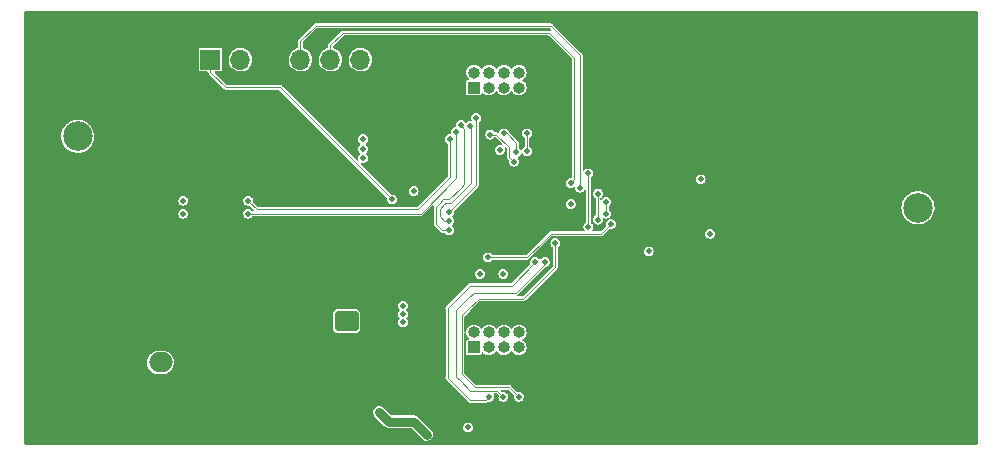
<source format=gbl>
%TF.GenerationSoftware,KiCad,Pcbnew,(6.0.7)*%
%TF.CreationDate,2022-08-15T11:29:02+02:00*%
%TF.ProjectId,atsd_tracker,61747364-5f74-4726-9163-6b65722e6b69,rev?*%
%TF.SameCoordinates,Original*%
%TF.FileFunction,Copper,L4,Bot*%
%TF.FilePolarity,Positive*%
%FSLAX46Y46*%
G04 Gerber Fmt 4.6, Leading zero omitted, Abs format (unit mm)*
G04 Created by KiCad (PCBNEW (6.0.7)) date 2022-08-15 11:29:02*
%MOMM*%
%LPD*%
G01*
G04 APERTURE LIST*
G04 Aperture macros list*
%AMRoundRect*
0 Rectangle with rounded corners*
0 $1 Rounding radius*
0 $2 $3 $4 $5 $6 $7 $8 $9 X,Y pos of 4 corners*
0 Add a 4 corners polygon primitive as box body*
4,1,4,$2,$3,$4,$5,$6,$7,$8,$9,$2,$3,0*
0 Add four circle primitives for the rounded corners*
1,1,$1+$1,$2,$3*
1,1,$1+$1,$4,$5*
1,1,$1+$1,$6,$7*
1,1,$1+$1,$8,$9*
0 Add four rect primitives between the rounded corners*
20,1,$1+$1,$2,$3,$4,$5,0*
20,1,$1+$1,$4,$5,$6,$7,0*
20,1,$1+$1,$6,$7,$8,$9,0*
20,1,$1+$1,$8,$9,$2,$3,0*%
G04 Aperture macros list end*
%TA.AperFunction,ComponentPad*%
%ADD10C,3.600000*%
%TD*%
%TA.AperFunction,ComponentPad*%
%ADD11C,2.500000*%
%TD*%
%TA.AperFunction,ComponentPad*%
%ADD12C,2.700000*%
%TD*%
%TA.AperFunction,ComponentPad*%
%ADD13RoundRect,0.250000X0.750000X-0.600000X0.750000X0.600000X-0.750000X0.600000X-0.750000X-0.600000X0*%
%TD*%
%TA.AperFunction,ComponentPad*%
%ADD14O,2.000000X1.700000*%
%TD*%
%TA.AperFunction,ComponentPad*%
%ADD15C,0.600000*%
%TD*%
%TA.AperFunction,ComponentPad*%
%ADD16R,1.000000X1.000000*%
%TD*%
%TA.AperFunction,ComponentPad*%
%ADD17O,1.000000X1.000000*%
%TD*%
%TA.AperFunction,ComponentPad*%
%ADD18R,1.700000X1.700000*%
%TD*%
%TA.AperFunction,ComponentPad*%
%ADD19O,1.700000X1.700000*%
%TD*%
%TA.AperFunction,ComponentPad*%
%ADD20C,0.737500*%
%TD*%
%TA.AperFunction,ViaPad*%
%ADD21C,0.500000*%
%TD*%
%TA.AperFunction,Conductor*%
%ADD22C,0.100000*%
%TD*%
%TA.AperFunction,Conductor*%
%ADD23C,0.750000*%
%TD*%
G04 APERTURE END LIST*
D10*
%TO.P,TP103,1,1*%
%TO.N,GND*%
X134000000Y-110000000D03*
%TD*%
D11*
%TO.P,J105,1,sig*%
%TO.N,Net-(C113-Pad2)*%
X132800000Y-93800000D03*
D12*
%TO.P,J105,2*%
%TO.N,GND*%
X130260000Y-96340000D03*
X135340000Y-91260000D03*
X130260000Y-91260000D03*
X135340000Y-96340000D03*
%TD*%
D13*
%TO.P,J101,1,Pin_1*%
%TO.N,GND*%
X68670000Y-109400000D03*
D14*
%TO.P,J101,2,Pin_2*%
%TO.N,+5V*%
X68670000Y-106900000D03*
%TD*%
D15*
%TO.P,U103,49,PAD*%
%TO.N,GND*%
X98000000Y-96000000D03*
X98000000Y-92000000D03*
X96000000Y-94000000D03*
X98000000Y-94000000D03*
X96000000Y-96000000D03*
X100000000Y-94000000D03*
X96000000Y-92000000D03*
X100000000Y-96000000D03*
X100000000Y-92000000D03*
%TD*%
D11*
%TO.P,J106,1,sig*%
%TO.N,Net-(C121-Pad2)*%
X61642500Y-87750000D03*
D12*
%TO.P,J106,2*%
%TO.N,GND*%
X59102500Y-85210000D03*
X64182500Y-90290000D03*
X59102500Y-90290000D03*
X64182500Y-85210000D03*
%TD*%
D10*
%TO.P,TP101,1,1*%
%TO.N,GND*%
X134000000Y-81000000D03*
%TD*%
D16*
%TO.P,J103,1,Pin_1*%
%TO.N,+3V3*%
X95200000Y-83625000D03*
D17*
%TO.P,J103,2,Pin_2*%
%TO.N,VCC*%
X95200000Y-82355000D03*
%TO.P,J103,3,Pin_3*%
%TO.N,Net-(J103-Pad3)*%
X96470000Y-83625000D03*
%TO.P,J103,4,Pin_4*%
%TO.N,Net-(J103-Pad4)*%
X96470000Y-82355000D03*
%TO.P,J103,5,Pin_5*%
%TO.N,Net-(J103-Pad5)*%
X97740000Y-83625000D03*
%TO.P,J103,6,Pin_6*%
%TO.N,Net-(J103-Pad6)*%
X97740000Y-82355000D03*
%TO.P,J103,7,Pin_7*%
%TO.N,Net-(J103-Pad7)*%
X99010000Y-83625000D03*
%TO.P,J103,8,Pin_8*%
%TO.N,Net-(J103-Pad8)*%
X99010000Y-82355000D03*
%TO.P,J103,9,Pin_9*%
%TO.N,GND*%
X100280000Y-83625000D03*
%TO.P,J103,10,Pin_10*%
X100280000Y-82355000D03*
%TD*%
D13*
%TO.P,J102,1,Pin_1*%
%TO.N,Net-(C102-Pad2)*%
X84420000Y-103400000D03*
D14*
%TO.P,J102,2,Pin_2*%
%TO.N,GND*%
X84420000Y-100900000D03*
%TD*%
D10*
%TO.P,TP104,1,1*%
%TO.N,GND*%
X61000000Y-110000000D03*
%TD*%
D18*
%TO.P,J107,1,Pin_1*%
%TO.N,/~{MCLR}*%
X72900000Y-81250000D03*
D19*
%TO.P,J107,2,Pin_2*%
%TO.N,+3V3*%
X75440000Y-81250000D03*
%TO.P,J107,3,Pin_3*%
%TO.N,GND*%
X77980000Y-81250000D03*
%TO.P,J107,4,Pin_4*%
%TO.N,/PGD*%
X80520000Y-81250000D03*
%TO.P,J107,5,Pin_5*%
%TO.N,/PGC*%
X83060000Y-81250000D03*
%TO.P,J107,6,Pin_6*%
%TO.N,unconnected-(J107-Pad6)*%
X85600000Y-81250000D03*
%TD*%
D16*
%TO.P,J104,1,Pin_1*%
%TO.N,+3V3*%
X95200000Y-105625000D03*
D17*
%TO.P,J104,2,Pin_2*%
%TO.N,VCC*%
X95200000Y-104355000D03*
%TO.P,J104,3,Pin_3*%
%TO.N,Net-(J104-Pad3)*%
X96470000Y-105625000D03*
%TO.P,J104,4,Pin_4*%
%TO.N,Net-(J104-Pad4)*%
X96470000Y-104355000D03*
%TO.P,J104,5,Pin_5*%
%TO.N,Net-(J104-Pad5)*%
X97740000Y-105625000D03*
%TO.P,J104,6,Pin_6*%
%TO.N,Net-(J104-Pad6)*%
X97740000Y-104355000D03*
%TO.P,J104,7,Pin_7*%
%TO.N,Net-(J104-Pad7)*%
X99010000Y-105625000D03*
%TO.P,J104,8,Pin_8*%
%TO.N,Net-(J104-Pad8)*%
X99010000Y-104355000D03*
%TO.P,J104,9,Pin_9*%
%TO.N,GND*%
X100280000Y-105625000D03*
%TO.P,J104,10,Pin_10*%
X100280000Y-104355000D03*
%TD*%
D10*
%TO.P,TP102,1,1*%
%TO.N,GND*%
X61000000Y-81000000D03*
%TD*%
D20*
%TO.P,U106,21,PAD*%
%TO.N,GND*%
X109512500Y-93262500D03*
X109512500Y-94737500D03*
X110987500Y-94737500D03*
X110987500Y-93262500D03*
%TD*%
D21*
%TO.N,GND*%
X86620000Y-85100000D03*
X84080000Y-85100000D03*
X81540000Y-85100000D03*
X79000000Y-85100000D03*
X76460000Y-85100000D03*
X73920000Y-85100000D03*
X71380000Y-85100000D03*
X68840000Y-85100000D03*
X66300000Y-85100000D03*
X131440000Y-112500000D03*
X128900000Y-112500000D03*
X126360000Y-112500000D03*
X123820000Y-112500000D03*
X121280000Y-112500000D03*
X118740000Y-112500000D03*
X116200000Y-112500000D03*
X113660000Y-112500000D03*
X111120000Y-112500000D03*
X108580000Y-112500000D03*
X106040000Y-112500000D03*
X65300000Y-82379999D03*
X65300000Y-79839998D03*
X68100000Y-79859999D03*
X68100000Y-82400000D03*
X69400000Y-103319999D03*
X69400000Y-100779999D03*
X69400000Y-98239998D03*
X72200000Y-98259999D03*
X72200000Y-100800000D03*
X72200000Y-103340000D03*
X66500000Y-101240000D03*
X63700000Y-96139998D03*
X66500000Y-96159999D03*
X66500000Y-98700000D03*
X63700000Y-101219999D03*
X63700000Y-98679999D03*
X79000000Y-101400000D03*
X79000000Y-96320000D03*
X79000000Y-98860000D03*
X76460000Y-101400000D03*
X76460000Y-98860000D03*
X76460000Y-96320000D03*
X81000000Y-92200000D03*
X78460000Y-89660000D03*
X81000000Y-89660000D03*
X78460000Y-92200000D03*
X81000000Y-87120000D03*
X78460000Y-87120000D03*
X60800000Y-95100000D03*
X60800000Y-100180001D03*
X60800000Y-97640001D03*
X58000000Y-112860000D03*
X58000000Y-102700000D03*
X58000000Y-107780001D03*
X58000000Y-92540000D03*
X58000000Y-95079999D03*
X58000000Y-110320000D03*
X58000000Y-105240000D03*
X58000000Y-100160000D03*
X58000000Y-97620000D03*
X76320000Y-77800000D03*
X78860000Y-77800000D03*
X71240000Y-77800000D03*
X73780000Y-77800000D03*
X81400000Y-77800000D03*
X68700000Y-77800000D03*
X66160000Y-77800000D03*
X63620000Y-77800000D03*
X61080000Y-77800000D03*
X58540000Y-77800000D03*
X137000000Y-104920000D03*
X137000000Y-112540000D03*
X137000000Y-110000000D03*
X137000000Y-107460000D03*
X103500000Y-104880000D03*
X103500000Y-109960000D03*
X103500000Y-112500000D03*
X103500000Y-107420000D03*
X128360000Y-85620000D03*
X125820000Y-85620000D03*
X123280000Y-85620000D03*
X120740000Y-85620000D03*
X118200000Y-85620000D03*
X115660000Y-85620000D03*
X113120000Y-85620000D03*
X110580000Y-85620000D03*
X108040000Y-85620000D03*
X105500000Y-85620000D03*
X128360000Y-83080000D03*
X125820000Y-83080000D03*
X123280000Y-83080000D03*
X120740000Y-83080000D03*
X118200000Y-83080000D03*
X115660000Y-83080000D03*
X113120000Y-83080000D03*
X110580000Y-83080000D03*
X108040000Y-83080000D03*
X105500000Y-83080000D03*
X128360000Y-80540000D03*
X125820000Y-80540000D03*
X123280000Y-80540000D03*
X120740000Y-80540000D03*
X118200000Y-80540000D03*
X115660000Y-80540000D03*
X113120000Y-80540000D03*
X110580000Y-80540000D03*
X108040000Y-80540000D03*
X105500000Y-80540000D03*
X128360000Y-78000000D03*
X125820000Y-78000000D03*
X123280000Y-78000000D03*
X120740000Y-78000000D03*
X118200000Y-78000000D03*
X115660000Y-78000000D03*
X113120000Y-78000000D03*
X110580000Y-78000000D03*
X108040000Y-78000000D03*
X105500000Y-78000000D03*
X112300000Y-89000000D03*
X112300000Y-90200000D03*
X112300000Y-91300000D03*
X105600000Y-91800000D03*
X106700000Y-91800000D03*
X106300000Y-97600000D03*
X105100000Y-97600000D03*
X103900000Y-97600000D03*
X103400000Y-96800000D03*
X104500000Y-96800000D03*
X105600000Y-96800000D03*
X106800000Y-96800000D03*
X107900000Y-96300000D03*
X112400000Y-96300000D03*
X136760000Y-87800000D03*
X134220000Y-87800000D03*
X131680000Y-87800000D03*
X129140000Y-87800000D03*
X126600000Y-87800000D03*
X124060000Y-87800000D03*
X121520000Y-87800000D03*
X118980000Y-87800000D03*
X116440000Y-87800000D03*
X113900000Y-87800000D03*
X136760000Y-103000000D03*
X134220000Y-103000000D03*
X131680000Y-103000000D03*
X129140000Y-103000000D03*
X126600000Y-103000000D03*
X124060000Y-103000000D03*
X121520000Y-103000000D03*
X118980000Y-103000000D03*
X116440000Y-103000000D03*
X113900000Y-103000000D03*
%TO.N,+3V3*%
X97400000Y-88900000D03*
%TO.N,GND*%
X98700000Y-99300000D03*
%TO.N,+3V3*%
X95700000Y-99400000D03*
X97700000Y-99400000D03*
%TO.N,GND*%
X103100000Y-92300000D03*
%TO.N,+3V3*%
X103400000Y-93500000D03*
%TO.N,GND*%
X97200000Y-90100000D03*
X96200000Y-89000000D03*
%TO.N,VCC*%
X87200000Y-111100000D03*
X91200000Y-113000000D03*
X94700000Y-112400000D03*
%TO.N,GND*%
X127100000Y-95400000D03*
X126500000Y-95400000D03*
X125900000Y-95400000D03*
X124000000Y-95400000D03*
X123400000Y-95400000D03*
X122800000Y-95400000D03*
X120800000Y-91600000D03*
X120200000Y-91600000D03*
X119600000Y-91600000D03*
X120200000Y-95800000D03*
X120800000Y-95800000D03*
X119600000Y-95800000D03*
X113800000Y-89700000D03*
X115500000Y-95200000D03*
X115100000Y-91800000D03*
%TO.N,+3V3*%
X110000000Y-97500000D03*
%TO.N,GND*%
X92300000Y-106900000D03*
X95100000Y-107100000D03*
X95100000Y-108000000D03*
X92300000Y-108100000D03*
X92200000Y-104100000D03*
X92200000Y-105200000D03*
X90200000Y-107700000D03*
X90200000Y-111000000D03*
X90200000Y-109600000D03*
X89400000Y-113100000D03*
X88100000Y-113100000D03*
X87000000Y-109500000D03*
X85900000Y-109500000D03*
X83700000Y-112700000D03*
X83000000Y-113400000D03*
X81900000Y-113400000D03*
X80500000Y-102900000D03*
X81000000Y-103400000D03*
X79900000Y-103400000D03*
X79200000Y-104600000D03*
X78700000Y-105200000D03*
X78700000Y-104000000D03*
X79400000Y-108400000D03*
X79400000Y-107400000D03*
X77100000Y-107400000D03*
X74400000Y-110800000D03*
X73500000Y-110800000D03*
X92200000Y-80300000D03*
X90600000Y-80300000D03*
X89000000Y-80300000D03*
X113800000Y-97700000D03*
X102700000Y-98200000D03*
X105000000Y-101400000D03*
X105000000Y-102500000D03*
X103700000Y-102500000D03*
X113000000Y-100400000D03*
X113000000Y-101500000D03*
X111800000Y-101500000D03*
X107500000Y-98600000D03*
X107500000Y-97500000D03*
X108500000Y-98600000D03*
X84000000Y-96400000D03*
X85400000Y-95400000D03*
X82700000Y-95400000D03*
X73600000Y-97100000D03*
X71900000Y-97100000D03*
X72700000Y-97100000D03*
X75900000Y-86400000D03*
X75900000Y-89000000D03*
X69300000Y-89300000D03*
%TO.N,+3V3*%
X90100000Y-92400000D03*
X85800000Y-89600000D03*
X85800000Y-88000000D03*
X85800000Y-88800000D03*
X70600000Y-94300000D03*
X70600000Y-93200000D03*
X89200000Y-102100000D03*
X89200000Y-102800000D03*
X89200000Y-103500000D03*
%TO.N,/left_5*%
X99700000Y-87500000D03*
X99700000Y-89000000D03*
%TO.N,/left_4*%
X97750000Y-87500500D03*
X98800000Y-89100000D03*
%TO.N,/left_3*%
X96600000Y-87600000D03*
X98600000Y-89900000D03*
%TO.N,/left_2*%
X93100000Y-95700000D03*
X94100000Y-86800000D03*
%TO.N,/~{MCLR}*%
X88300000Y-93100000D03*
%TO.N,+3V3*%
X114400000Y-91400000D03*
X115200000Y-96000000D03*
%TO.N,/PGD*%
X104200000Y-92100000D03*
%TO.N,/PGC*%
X103400000Y-91700000D03*
%TO.N,/~{RF_CS}*%
X104900000Y-90900000D03*
X104900000Y-95400000D03*
%TO.N,/RF_CLK*%
X105700000Y-92600000D03*
X105700000Y-94800000D03*
%TO.N,/RF_MISO*%
X106400000Y-93300000D03*
X106400000Y-94300000D03*
%TO.N,/RF_IRQ*%
X106800000Y-95200000D03*
X96400000Y-98000000D03*
%TO.N,/GPS_SDA*%
X93200000Y-88000000D03*
X76100000Y-93200000D03*
%TO.N,/GPS_SCL*%
X76100000Y-94300000D03*
X93700000Y-87400000D03*
%TO.N,/left_0*%
X95400000Y-86200000D03*
X93100000Y-94200000D03*
%TO.N,/left_1*%
X94900000Y-86900000D03*
X93100000Y-94900000D03*
%TO.N,/right_3*%
X96500000Y-109800000D03*
X100400000Y-98400000D03*
%TO.N,/right_4*%
X97700000Y-109800000D03*
X101200000Y-98400000D03*
%TO.N,/right_5*%
X99000000Y-109800000D03*
X102100000Y-96800000D03*
%TD*%
D22*
%TO.N,/left_3*%
X97100000Y-87600000D02*
X96600000Y-87600000D01*
X98200000Y-88700000D02*
X97100000Y-87600000D01*
X98600000Y-89900000D02*
X98200000Y-89500000D01*
X98200000Y-89500000D02*
X98200000Y-88700000D01*
%TO.N,/left_4*%
X98000500Y-87500500D02*
X97750000Y-87500500D01*
X98800000Y-88300000D02*
X98000500Y-87500500D01*
X98800000Y-89100000D02*
X98800000Y-88300000D01*
D23*
%TO.N,VCC*%
X89400000Y-111900000D02*
X88000000Y-111900000D01*
X90100000Y-111900000D02*
X89400000Y-111900000D01*
X91200000Y-113000000D02*
X90100000Y-111900000D01*
X88000000Y-111900000D02*
X87200000Y-111100000D01*
D22*
%TO.N,/left_5*%
X99700000Y-89000000D02*
X99700000Y-87500000D01*
%TO.N,/left_2*%
X92500000Y-95700000D02*
X93100000Y-95700000D01*
X92000000Y-95200000D02*
X92500000Y-95700000D01*
X92000000Y-93700000D02*
X92000000Y-95200000D01*
X92300000Y-93400000D02*
X92000000Y-93700000D01*
X92600000Y-93100000D02*
X92300000Y-93400000D01*
X92900000Y-93100000D02*
X92600000Y-93100000D01*
%TO.N,/GPS_SCL*%
X93700000Y-91300000D02*
X93700000Y-87400000D01*
X90700000Y-94300000D02*
X93700000Y-91300000D01*
X76100000Y-94300000D02*
X90700000Y-94300000D01*
%TO.N,/left_2*%
X93100000Y-93100000D02*
X92900000Y-93100000D01*
X94100000Y-92100000D02*
X93100000Y-93100000D01*
X94400000Y-91800000D02*
X94100000Y-92100000D01*
X94100000Y-86800000D02*
X94400000Y-87100000D01*
X94400000Y-87100000D02*
X94400000Y-88100000D01*
X94400000Y-88100000D02*
X94400000Y-91800000D01*
%TO.N,/~{MCLR}*%
X72900000Y-82300000D02*
X72900000Y-81250000D01*
X74200000Y-83600000D02*
X72900000Y-82300000D01*
X78800000Y-83600000D02*
X74200000Y-83600000D01*
X88300000Y-93100000D02*
X78800000Y-83600000D01*
%TO.N,/GPS_SDA*%
X90500000Y-93900000D02*
X76800000Y-93900000D01*
X93200000Y-91200000D02*
X90500000Y-93900000D01*
X76800000Y-93900000D02*
X76100000Y-93200000D01*
X93200000Y-88000000D02*
X93200000Y-91200000D01*
%TO.N,/PGD*%
X80520000Y-79680000D02*
X80520000Y-81250000D01*
X81800000Y-78400000D02*
X80520000Y-79680000D01*
X101700000Y-78400000D02*
X81800000Y-78400000D01*
X104200000Y-80900000D02*
X101700000Y-78400000D01*
X104200000Y-92100000D02*
X104200000Y-80900000D01*
%TO.N,/PGC*%
X103700000Y-91400000D02*
X103400000Y-91700000D01*
X103700000Y-81100000D02*
X103700000Y-91400000D01*
X101600000Y-79000000D02*
X103700000Y-81100000D01*
X84100000Y-79000000D02*
X101600000Y-79000000D01*
X83060000Y-80040000D02*
X84100000Y-79000000D01*
X83060000Y-81250000D02*
X83060000Y-80040000D01*
%TO.N,/~{RF_CS}*%
X104900000Y-95400000D02*
X104900000Y-90900000D01*
%TO.N,/RF_CLK*%
X105700000Y-94800000D02*
X105700000Y-92600000D01*
%TO.N,/RF_MISO*%
X106400000Y-94300000D02*
X106400000Y-93300000D01*
%TO.N,/RF_IRQ*%
X99700000Y-98000000D02*
X101100000Y-96600000D01*
X96400000Y-98000000D02*
X99700000Y-98000000D01*
X101100000Y-96600000D02*
X101700000Y-96000000D01*
X101700000Y-96000000D02*
X103000000Y-96000000D01*
X103000000Y-96000000D02*
X106000000Y-96000000D01*
X106000000Y-96000000D02*
X106800000Y-95200000D01*
%TO.N,/left_0*%
X95400000Y-86200000D02*
X95400000Y-91900000D01*
X95400000Y-91900000D02*
X93100000Y-94200000D01*
%TO.N,/left_1*%
X92300000Y-93900000D02*
X92700000Y-93500000D01*
X92800000Y-93400000D02*
X93300000Y-93400000D01*
X95000000Y-91700000D02*
X95000000Y-91100000D01*
X92700000Y-94900000D02*
X92300000Y-94500000D01*
X92300000Y-94500000D02*
X92300000Y-93900000D01*
X95000000Y-91100000D02*
X95000000Y-87000000D01*
X93300000Y-93400000D02*
X95000000Y-91700000D01*
X95000000Y-87000000D02*
X94900000Y-86900000D01*
X93100000Y-94900000D02*
X92700000Y-94900000D01*
X92700000Y-93500000D02*
X92800000Y-93400000D01*
%TO.N,/right_3*%
X96400000Y-100400000D02*
X94900000Y-100400000D01*
X93000000Y-102300000D02*
X93000000Y-108200000D01*
X98400000Y-100400000D02*
X96400000Y-100400000D01*
X100400000Y-98400000D02*
X98400000Y-100400000D01*
X93000000Y-108200000D02*
X94900000Y-110100000D01*
X94900000Y-110100000D02*
X96000000Y-110100000D01*
X96000000Y-110100000D02*
X96200000Y-110100000D01*
X94900000Y-100400000D02*
X93000000Y-102300000D01*
X96200000Y-110100000D02*
X96500000Y-109800000D01*
%TO.N,/right_4*%
X97200000Y-109300000D02*
X96000000Y-109300000D01*
X93700000Y-107100000D02*
X93700000Y-102500000D01*
X97700000Y-109800000D02*
X97200000Y-109300000D01*
X96400000Y-101000000D02*
X98800000Y-101000000D01*
X93700000Y-108100000D02*
X93700000Y-107100000D01*
X94900000Y-109300000D02*
X94000000Y-108400000D01*
X95200000Y-101000000D02*
X96400000Y-101000000D01*
X94000000Y-108400000D02*
X93700000Y-108100000D01*
X94800000Y-101400000D02*
X95200000Y-101000000D01*
X101200000Y-98600000D02*
X101200000Y-98400000D01*
X98800000Y-101000000D02*
X101200000Y-98600000D01*
X96000000Y-109300000D02*
X94900000Y-109300000D01*
X93700000Y-102500000D02*
X94800000Y-101400000D01*
%TO.N,/right_5*%
X95300000Y-109000000D02*
X94200000Y-107900000D01*
X94200000Y-107900000D02*
X94200000Y-102900000D01*
X95400000Y-109000000D02*
X95300000Y-109000000D01*
X102100000Y-98800000D02*
X102100000Y-97800000D01*
X94700000Y-102400000D02*
X95600000Y-101500000D01*
X97900000Y-109000000D02*
X95400000Y-109000000D01*
X98200000Y-109000000D02*
X97900000Y-109000000D01*
X95600000Y-101500000D02*
X97900000Y-101500000D01*
X100400000Y-100500000D02*
X102100000Y-98800000D01*
X97900000Y-101500000D02*
X99400000Y-101500000D01*
X99400000Y-101500000D02*
X100400000Y-100500000D01*
X94200000Y-102900000D02*
X94700000Y-102400000D01*
X102100000Y-97800000D02*
X102100000Y-96800000D01*
X99000000Y-109800000D02*
X98200000Y-109000000D01*
%TD*%
%TA.AperFunction,Conductor*%
%TO.N,GND*%
G36*
X137823066Y-77167813D02*
G01*
X137848376Y-77211650D01*
X137849500Y-77224500D01*
X137849500Y-113775500D01*
X137832187Y-113823066D01*
X137788350Y-113848376D01*
X137775500Y-113849500D01*
X57224500Y-113849500D01*
X57176934Y-113832187D01*
X57151624Y-113788350D01*
X57150500Y-113775500D01*
X57150500Y-111149919D01*
X86671913Y-111149919D01*
X86704790Y-111290093D01*
X86774153Y-111416263D01*
X86780836Y-111424005D01*
X87618971Y-112262140D01*
X87621116Y-112264377D01*
X87658467Y-112304997D01*
X87658471Y-112305000D01*
X87661884Y-112308712D01*
X87666172Y-112311371D01*
X87666176Y-112311374D01*
X87699035Y-112331747D01*
X87704776Y-112335692D01*
X87739604Y-112362128D01*
X87744291Y-112363984D01*
X87744295Y-112363986D01*
X87756788Y-112368932D01*
X87768542Y-112374843D01*
X87779959Y-112381922D01*
X87779962Y-112381923D01*
X87784250Y-112384582D01*
X87826232Y-112396778D01*
X87832822Y-112399035D01*
X87873473Y-112415130D01*
X87891228Y-112416996D01*
X87891857Y-112417062D01*
X87904762Y-112419594D01*
X87922512Y-112424751D01*
X87926380Y-112425035D01*
X87931357Y-112425401D01*
X87931371Y-112425401D01*
X87932712Y-112425500D01*
X87968253Y-112425500D01*
X87975989Y-112425905D01*
X88016662Y-112430180D01*
X88021628Y-112429340D01*
X88021630Y-112429340D01*
X88038206Y-112426536D01*
X88050547Y-112425500D01*
X89851679Y-112425500D01*
X89899245Y-112442813D01*
X89904005Y-112447174D01*
X90853921Y-113397090D01*
X90855929Y-113398614D01*
X90919694Y-113447015D01*
X90939604Y-113462128D01*
X90944289Y-113463983D01*
X90944291Y-113463984D01*
X91068783Y-113513273D01*
X91068786Y-113513274D01*
X91073472Y-113515129D01*
X91216662Y-113530180D01*
X91221628Y-113529340D01*
X91221630Y-113529340D01*
X91286078Y-113518439D01*
X91358624Y-113506168D01*
X91448271Y-113463984D01*
X91484333Y-113447015D01*
X91484335Y-113447013D01*
X91488899Y-113444866D01*
X91597890Y-113350787D01*
X91677566Y-113230865D01*
X91722058Y-113093933D01*
X91728087Y-112950081D01*
X91698924Y-112825742D01*
X91696362Y-112814817D01*
X91696361Y-112814814D01*
X91695210Y-112809907D01*
X91625847Y-112683737D01*
X91619164Y-112675995D01*
X91343169Y-112400000D01*
X94274258Y-112400000D01*
X94275169Y-112405752D01*
X94294183Y-112525807D01*
X94294184Y-112525810D01*
X94295095Y-112531562D01*
X94297740Y-112536753D01*
X94297741Y-112536756D01*
X94352921Y-112645053D01*
X94352923Y-112645056D01*
X94355567Y-112650245D01*
X94449755Y-112744433D01*
X94454944Y-112747077D01*
X94454947Y-112747079D01*
X94563244Y-112802259D01*
X94563247Y-112802260D01*
X94568438Y-112804905D01*
X94574190Y-112805816D01*
X94574193Y-112805817D01*
X94694248Y-112824831D01*
X94700000Y-112825742D01*
X94705752Y-112824831D01*
X94825807Y-112805817D01*
X94825810Y-112805816D01*
X94831562Y-112804905D01*
X94836753Y-112802260D01*
X94836756Y-112802259D01*
X94945053Y-112747079D01*
X94945056Y-112747077D01*
X94950245Y-112744433D01*
X95044433Y-112650245D01*
X95047077Y-112645056D01*
X95047079Y-112645053D01*
X95102259Y-112536756D01*
X95102260Y-112536753D01*
X95104905Y-112531562D01*
X95105816Y-112525810D01*
X95105817Y-112525807D01*
X95124831Y-112405752D01*
X95125742Y-112400000D01*
X95121207Y-112371364D01*
X95105817Y-112274193D01*
X95105816Y-112274190D01*
X95104905Y-112268438D01*
X95102259Y-112263244D01*
X95047079Y-112154947D01*
X95047077Y-112154944D01*
X95044433Y-112149755D01*
X94950245Y-112055567D01*
X94945056Y-112052923D01*
X94945053Y-112052921D01*
X94836756Y-111997741D01*
X94836753Y-111997740D01*
X94831562Y-111995095D01*
X94825810Y-111994184D01*
X94825807Y-111994183D01*
X94705752Y-111975169D01*
X94700000Y-111974258D01*
X94694248Y-111975169D01*
X94574193Y-111994183D01*
X94574190Y-111994184D01*
X94568438Y-111995095D01*
X94563247Y-111997740D01*
X94563244Y-111997741D01*
X94454947Y-112052921D01*
X94454944Y-112052923D01*
X94449755Y-112055567D01*
X94355567Y-112149755D01*
X94352923Y-112154944D01*
X94352921Y-112154947D01*
X94297741Y-112263244D01*
X94295095Y-112268438D01*
X94294184Y-112274190D01*
X94294183Y-112274193D01*
X94278793Y-112371364D01*
X94274258Y-112400000D01*
X91343169Y-112400000D01*
X90481029Y-111537860D01*
X90478884Y-111535623D01*
X90441533Y-111495003D01*
X90441529Y-111495000D01*
X90438116Y-111491288D01*
X90433828Y-111488629D01*
X90433824Y-111488626D01*
X90400965Y-111468253D01*
X90395224Y-111464308D01*
X90360396Y-111437872D01*
X90355709Y-111436016D01*
X90355705Y-111436014D01*
X90343212Y-111431068D01*
X90331458Y-111425157D01*
X90320033Y-111418073D01*
X90320030Y-111418072D01*
X90315750Y-111415418D01*
X90310910Y-111414012D01*
X90310906Y-111414010D01*
X90273763Y-111403218D01*
X90267169Y-111400961D01*
X90231219Y-111386728D01*
X90231218Y-111386728D01*
X90226528Y-111384871D01*
X90221512Y-111384344D01*
X90221505Y-111384342D01*
X90208148Y-111382938D01*
X90195239Y-111380406D01*
X90181213Y-111376331D01*
X90181211Y-111376331D01*
X90177488Y-111375249D01*
X90171945Y-111374842D01*
X90168643Y-111374599D01*
X90168629Y-111374599D01*
X90167288Y-111374500D01*
X90131737Y-111374500D01*
X90124002Y-111374095D01*
X90117998Y-111373464D01*
X90083338Y-111369821D01*
X90078372Y-111370661D01*
X90078369Y-111370661D01*
X90061799Y-111373464D01*
X90049458Y-111374500D01*
X88248322Y-111374500D01*
X88200756Y-111357187D01*
X88195996Y-111352826D01*
X87547862Y-110704693D01*
X87546079Y-110702910D01*
X87487484Y-110658433D01*
X87464412Y-110640920D01*
X87464410Y-110640919D01*
X87460396Y-110637872D01*
X87455711Y-110636017D01*
X87455709Y-110636016D01*
X87347037Y-110592991D01*
X87326528Y-110584871D01*
X87183338Y-110569821D01*
X87178372Y-110570661D01*
X87178370Y-110570661D01*
X87114113Y-110581530D01*
X87041376Y-110593832D01*
X87036809Y-110595981D01*
X86915671Y-110652983D01*
X86915668Y-110652985D01*
X86911101Y-110655134D01*
X86802110Y-110749214D01*
X86722434Y-110869135D01*
X86677942Y-111006067D01*
X86671913Y-111149919D01*
X57150500Y-111149919D01*
X57150500Y-106949126D01*
X67515541Y-106949126D01*
X67545935Y-107150097D01*
X67616119Y-107340852D01*
X67618094Y-107344037D01*
X67673203Y-107432919D01*
X67723226Y-107513599D01*
X67862881Y-107661280D01*
X67865946Y-107663426D01*
X67865947Y-107663427D01*
X67955021Y-107725797D01*
X68029379Y-107777863D01*
X68110921Y-107813149D01*
X68212484Y-107857100D01*
X68212488Y-107857101D01*
X68215919Y-107858586D01*
X68219581Y-107859351D01*
X68219584Y-107859352D01*
X68401272Y-107897308D01*
X68414880Y-107900151D01*
X68417708Y-107900299D01*
X68417714Y-107900300D01*
X68420578Y-107900450D01*
X68420592Y-107900450D01*
X68421539Y-107900500D01*
X68870800Y-107900500D01*
X68872657Y-107900311D01*
X68872664Y-107900311D01*
X69018485Y-107885499D01*
X69022216Y-107885120D01*
X69104442Y-107859352D01*
X69212596Y-107825459D01*
X69212599Y-107825458D01*
X69216172Y-107824338D01*
X69393944Y-107725797D01*
X69466713Y-107663427D01*
X69545422Y-107595965D01*
X69545423Y-107595964D01*
X69548271Y-107593523D01*
X69672848Y-107432919D01*
X69762587Y-107250545D01*
X69813822Y-107053852D01*
X69819310Y-106949126D01*
X69824263Y-106854619D01*
X69824263Y-106854616D01*
X69824459Y-106850874D01*
X69794065Y-106649903D01*
X69723881Y-106459148D01*
X69668881Y-106370442D01*
X69618748Y-106289584D01*
X69618746Y-106289581D01*
X69616774Y-106286401D01*
X69605317Y-106274285D01*
X69498439Y-106161265D01*
X69477119Y-106138720D01*
X69473492Y-106136180D01*
X69313696Y-106024290D01*
X69313695Y-106024289D01*
X69310621Y-106022137D01*
X69229079Y-105986851D01*
X69127516Y-105942900D01*
X69127512Y-105942899D01*
X69124081Y-105941414D01*
X69120419Y-105940649D01*
X69120416Y-105940648D01*
X68927901Y-105900430D01*
X68925120Y-105899849D01*
X68922292Y-105899701D01*
X68922286Y-105899700D01*
X68919422Y-105899550D01*
X68919408Y-105899550D01*
X68918461Y-105899500D01*
X68469200Y-105899500D01*
X68467343Y-105899689D01*
X68467336Y-105899689D01*
X68321515Y-105914501D01*
X68317784Y-105914880D01*
X68314207Y-105916001D01*
X68127404Y-105974541D01*
X68127401Y-105974542D01*
X68123828Y-105975662D01*
X67946056Y-106074203D01*
X67943212Y-106076641D01*
X67943210Y-106076642D01*
X67846964Y-106159135D01*
X67791729Y-106206477D01*
X67667152Y-106367081D01*
X67577413Y-106549455D01*
X67526178Y-106746148D01*
X67525982Y-106749886D01*
X67525982Y-106749887D01*
X67520494Y-106854619D01*
X67515541Y-106949126D01*
X57150500Y-106949126D01*
X57150500Y-102768481D01*
X83269500Y-102768481D01*
X83269501Y-104031518D01*
X83269956Y-104034390D01*
X83269956Y-104034392D01*
X83271113Y-104041695D01*
X83284354Y-104125304D01*
X83313152Y-104181823D01*
X83339304Y-104233150D01*
X83339306Y-104233152D01*
X83341950Y-104238342D01*
X83431658Y-104328050D01*
X83436848Y-104330694D01*
X83436850Y-104330696D01*
X83539502Y-104383000D01*
X83539505Y-104383001D01*
X83544696Y-104385646D01*
X83550448Y-104386557D01*
X83550451Y-104386558D01*
X83635602Y-104400044D01*
X83638481Y-104400500D01*
X84420000Y-104400500D01*
X85201518Y-104400499D01*
X85204390Y-104400044D01*
X85204392Y-104400044D01*
X85236090Y-104395024D01*
X85295304Y-104385646D01*
X85365803Y-104349725D01*
X85403150Y-104330696D01*
X85403152Y-104330694D01*
X85408342Y-104328050D01*
X85498050Y-104238342D01*
X85500694Y-104233152D01*
X85500696Y-104233150D01*
X85553000Y-104130498D01*
X85553001Y-104130495D01*
X85555646Y-104125304D01*
X85556557Y-104119552D01*
X85556558Y-104119549D01*
X85570045Y-104034392D01*
X85570500Y-104031519D01*
X85570500Y-103500000D01*
X88774258Y-103500000D01*
X88775169Y-103505752D01*
X88794183Y-103625807D01*
X88794184Y-103625810D01*
X88795095Y-103631562D01*
X88797740Y-103636753D01*
X88797741Y-103636756D01*
X88852921Y-103745053D01*
X88852923Y-103745056D01*
X88855567Y-103750245D01*
X88949755Y-103844433D01*
X88954944Y-103847077D01*
X88954947Y-103847079D01*
X89063244Y-103902259D01*
X89063247Y-103902260D01*
X89068438Y-103904905D01*
X89074190Y-103905816D01*
X89074193Y-103905817D01*
X89194248Y-103924831D01*
X89200000Y-103925742D01*
X89205752Y-103924831D01*
X89325807Y-103905817D01*
X89325810Y-103905816D01*
X89331562Y-103904905D01*
X89336753Y-103902260D01*
X89336756Y-103902259D01*
X89445053Y-103847079D01*
X89445056Y-103847077D01*
X89450245Y-103844433D01*
X89544433Y-103750245D01*
X89547077Y-103745056D01*
X89547079Y-103745053D01*
X89602259Y-103636756D01*
X89602260Y-103636753D01*
X89604905Y-103631562D01*
X89605816Y-103625810D01*
X89605817Y-103625807D01*
X89624831Y-103505752D01*
X89625742Y-103500000D01*
X89624831Y-103494248D01*
X89605817Y-103374193D01*
X89605816Y-103374190D01*
X89604905Y-103368438D01*
X89602259Y-103363244D01*
X89547079Y-103254947D01*
X89547077Y-103254944D01*
X89544433Y-103249755D01*
X89497004Y-103202326D01*
X89475612Y-103156450D01*
X89488713Y-103107555D01*
X89497004Y-103097674D01*
X89544433Y-103050245D01*
X89547077Y-103045056D01*
X89547079Y-103045053D01*
X89602259Y-102936756D01*
X89602260Y-102936753D01*
X89604905Y-102931562D01*
X89605816Y-102925810D01*
X89605817Y-102925807D01*
X89624831Y-102805752D01*
X89625742Y-102800000D01*
X89606808Y-102680451D01*
X89605817Y-102674193D01*
X89605816Y-102674190D01*
X89604905Y-102668438D01*
X89561398Y-102583050D01*
X89547079Y-102554947D01*
X89547077Y-102554944D01*
X89544433Y-102549755D01*
X89497004Y-102502326D01*
X89475612Y-102456450D01*
X89488713Y-102407555D01*
X89497004Y-102397674D01*
X89544433Y-102350245D01*
X89547077Y-102345056D01*
X89547079Y-102345053D01*
X89558354Y-102322924D01*
X92795626Y-102322924D01*
X92798373Y-102330791D01*
X92799039Y-102336726D01*
X92799500Y-102344975D01*
X92799500Y-108155238D01*
X92799024Y-108163615D01*
X92798426Y-108168858D01*
X92795666Y-108176719D01*
X92796587Y-108184997D01*
X92796587Y-108184999D01*
X92799046Y-108207092D01*
X92799500Y-108215276D01*
X92799500Y-108222603D01*
X92800424Y-108226651D01*
X92800424Y-108226655D01*
X92801048Y-108229388D01*
X92802448Y-108237664D01*
X92805783Y-108267633D01*
X92810205Y-108274697D01*
X92811341Y-108277958D01*
X92812835Y-108281063D01*
X92814688Y-108289185D01*
X92819878Y-108295698D01*
X92819879Y-108295700D01*
X92833479Y-108312766D01*
X92838325Y-108319610D01*
X92842116Y-108325666D01*
X92847252Y-108330802D01*
X92852799Y-108337011D01*
X92871695Y-108360724D01*
X92879203Y-108364345D01*
X92883864Y-108368066D01*
X92890024Y-108373574D01*
X94726576Y-110210126D01*
X94732164Y-110216387D01*
X94735444Y-110220511D01*
X94739052Y-110228024D01*
X94745560Y-110233229D01*
X94745562Y-110233231D01*
X94762917Y-110247110D01*
X94769026Y-110252576D01*
X94774208Y-110257758D01*
X94777723Y-110259968D01*
X94777724Y-110259968D01*
X94780109Y-110261467D01*
X94786938Y-110266319D01*
X94810492Y-110285156D01*
X94818618Y-110287025D01*
X94821728Y-110288528D01*
X94824971Y-110289664D01*
X94832028Y-110294099D01*
X94861998Y-110297487D01*
X94870267Y-110298901D01*
X94871856Y-110299267D01*
X94873135Y-110299561D01*
X94873137Y-110299561D01*
X94877219Y-110300500D01*
X94884475Y-110300500D01*
X94892787Y-110300968D01*
X94896486Y-110301386D01*
X94914643Y-110303439D01*
X94914644Y-110303439D01*
X94922924Y-110304375D01*
X94930793Y-110301627D01*
X94936727Y-110300961D01*
X94944978Y-110300500D01*
X96155238Y-110300500D01*
X96163615Y-110300976D01*
X96168858Y-110301574D01*
X96176719Y-110304334D01*
X96184997Y-110303413D01*
X96184999Y-110303413D01*
X96205571Y-110301123D01*
X96207093Y-110300954D01*
X96215276Y-110300500D01*
X96222603Y-110300500D01*
X96226651Y-110299576D01*
X96226655Y-110299576D01*
X96229388Y-110298952D01*
X96237664Y-110297552D01*
X96246164Y-110296606D01*
X96259350Y-110295139D01*
X96259351Y-110295138D01*
X96267633Y-110294217D01*
X96274697Y-110289795D01*
X96277958Y-110288659D01*
X96281063Y-110287165D01*
X96289185Y-110285312D01*
X96295698Y-110280122D01*
X96295700Y-110280121D01*
X96312766Y-110266521D01*
X96319610Y-110261675D01*
X96325666Y-110257884D01*
X96330802Y-110252748D01*
X96337011Y-110247201D01*
X96360724Y-110228305D01*
X96363100Y-110231287D01*
X96392406Y-110213400D01*
X96418606Y-110212851D01*
X96500000Y-110225742D01*
X96505752Y-110224831D01*
X96625807Y-110205817D01*
X96625810Y-110205816D01*
X96631562Y-110204905D01*
X96636753Y-110202260D01*
X96636756Y-110202259D01*
X96745053Y-110147079D01*
X96745056Y-110147077D01*
X96750245Y-110144433D01*
X96844433Y-110050245D01*
X96847077Y-110045056D01*
X96847079Y-110045053D01*
X96902259Y-109936756D01*
X96902260Y-109936753D01*
X96904905Y-109931562D01*
X96905816Y-109925810D01*
X96905817Y-109925807D01*
X96924831Y-109805752D01*
X96925742Y-109800000D01*
X96906301Y-109677249D01*
X96905817Y-109674193D01*
X96905816Y-109674190D01*
X96904905Y-109668438D01*
X96874158Y-109608093D01*
X96867990Y-109557853D01*
X96895559Y-109515401D01*
X96940093Y-109500500D01*
X97086298Y-109500500D01*
X97133864Y-109517813D01*
X97138624Y-109522174D01*
X97267038Y-109650588D01*
X97288430Y-109696464D01*
X97287801Y-109714489D01*
X97274258Y-109800000D01*
X97275169Y-109805752D01*
X97294183Y-109925807D01*
X97294184Y-109925810D01*
X97295095Y-109931562D01*
X97297740Y-109936753D01*
X97297741Y-109936756D01*
X97352921Y-110045053D01*
X97352923Y-110045056D01*
X97355567Y-110050245D01*
X97449755Y-110144433D01*
X97454944Y-110147077D01*
X97454947Y-110147079D01*
X97563244Y-110202259D01*
X97563247Y-110202260D01*
X97568438Y-110204905D01*
X97574190Y-110205816D01*
X97574193Y-110205817D01*
X97694248Y-110224831D01*
X97700000Y-110225742D01*
X97705752Y-110224831D01*
X97825807Y-110205817D01*
X97825810Y-110205816D01*
X97831562Y-110204905D01*
X97836753Y-110202260D01*
X97836756Y-110202259D01*
X97945053Y-110147079D01*
X97945056Y-110147077D01*
X97950245Y-110144433D01*
X98044433Y-110050245D01*
X98047077Y-110045056D01*
X98047079Y-110045053D01*
X98102259Y-109936756D01*
X98102260Y-109936753D01*
X98104905Y-109931562D01*
X98105816Y-109925810D01*
X98105817Y-109925807D01*
X98124831Y-109805752D01*
X98125742Y-109800000D01*
X98106301Y-109677249D01*
X98105817Y-109674193D01*
X98105816Y-109674190D01*
X98104905Y-109668438D01*
X98050494Y-109561650D01*
X98047079Y-109554947D01*
X98047077Y-109554944D01*
X98044433Y-109549755D01*
X97950245Y-109455567D01*
X97945056Y-109452923D01*
X97945053Y-109452921D01*
X97836756Y-109397741D01*
X97836753Y-109397740D01*
X97831562Y-109395095D01*
X97825810Y-109394184D01*
X97825807Y-109394183D01*
X97705752Y-109375169D01*
X97700000Y-109374258D01*
X97614490Y-109387801D01*
X97564801Y-109378142D01*
X97550588Y-109367038D01*
X97510376Y-109326826D01*
X97488984Y-109280950D01*
X97502085Y-109232055D01*
X97543549Y-109203021D01*
X97562702Y-109200500D01*
X98086298Y-109200500D01*
X98133864Y-109217813D01*
X98138624Y-109222174D01*
X98567038Y-109650588D01*
X98588430Y-109696464D01*
X98587801Y-109714489D01*
X98574258Y-109800000D01*
X98575169Y-109805752D01*
X98594183Y-109925807D01*
X98594184Y-109925810D01*
X98595095Y-109931562D01*
X98597740Y-109936753D01*
X98597741Y-109936756D01*
X98652921Y-110045053D01*
X98652923Y-110045056D01*
X98655567Y-110050245D01*
X98749755Y-110144433D01*
X98754944Y-110147077D01*
X98754947Y-110147079D01*
X98863244Y-110202259D01*
X98863247Y-110202260D01*
X98868438Y-110204905D01*
X98874190Y-110205816D01*
X98874193Y-110205817D01*
X98994248Y-110224831D01*
X99000000Y-110225742D01*
X99005752Y-110224831D01*
X99125807Y-110205817D01*
X99125810Y-110205816D01*
X99131562Y-110204905D01*
X99136753Y-110202260D01*
X99136756Y-110202259D01*
X99245053Y-110147079D01*
X99245056Y-110147077D01*
X99250245Y-110144433D01*
X99344433Y-110050245D01*
X99347077Y-110045056D01*
X99347079Y-110045053D01*
X99402259Y-109936756D01*
X99402260Y-109936753D01*
X99404905Y-109931562D01*
X99405816Y-109925810D01*
X99405817Y-109925807D01*
X99424831Y-109805752D01*
X99425742Y-109800000D01*
X99406301Y-109677249D01*
X99405817Y-109674193D01*
X99405816Y-109674190D01*
X99404905Y-109668438D01*
X99350494Y-109561650D01*
X99347079Y-109554947D01*
X99347077Y-109554944D01*
X99344433Y-109549755D01*
X99250245Y-109455567D01*
X99245056Y-109452923D01*
X99245053Y-109452921D01*
X99136756Y-109397741D01*
X99136753Y-109397740D01*
X99131562Y-109395095D01*
X99125810Y-109394184D01*
X99125807Y-109394183D01*
X99005752Y-109375169D01*
X99000000Y-109374258D01*
X98914490Y-109387801D01*
X98864801Y-109378142D01*
X98850588Y-109367038D01*
X98373424Y-108889874D01*
X98367836Y-108883613D01*
X98364556Y-108879489D01*
X98360948Y-108871976D01*
X98354440Y-108866771D01*
X98354438Y-108866769D01*
X98337083Y-108852890D01*
X98330974Y-108847424D01*
X98325792Y-108842242D01*
X98319892Y-108838533D01*
X98313062Y-108833681D01*
X98289508Y-108814844D01*
X98281384Y-108812976D01*
X98278267Y-108811469D01*
X98275025Y-108810334D01*
X98267972Y-108805901D01*
X98259696Y-108804965D01*
X98259695Y-108804965D01*
X98238004Y-108802513D01*
X98229751Y-108801103D01*
X98222781Y-108799500D01*
X98215519Y-108799500D01*
X98207207Y-108799032D01*
X98185356Y-108796562D01*
X98177076Y-108795626D01*
X98169209Y-108798373D01*
X98163274Y-108799039D01*
X98155025Y-108799500D01*
X95413702Y-108799500D01*
X95366136Y-108782187D01*
X95361376Y-108777826D01*
X94422174Y-107838624D01*
X94400782Y-107792748D01*
X94400500Y-107786298D01*
X94400500Y-104386104D01*
X94413741Y-104349725D01*
X94534748Y-104349725D01*
X94544037Y-104360795D01*
X94548053Y-104377984D01*
X94550489Y-104400045D01*
X94562035Y-104504633D01*
X94563568Y-104508822D01*
X94612185Y-104641673D01*
X94616143Y-104652490D01*
X94618628Y-104656188D01*
X94618630Y-104656192D01*
X94630803Y-104674307D01*
X94703958Y-104783172D01*
X94724034Y-104801440D01*
X94772749Y-104845767D01*
X94796279Y-104890585D01*
X94785495Y-104940042D01*
X94745444Y-104970997D01*
X94722946Y-104974500D01*
X94685180Y-104974500D01*
X94681611Y-104975210D01*
X94681610Y-104975210D01*
X94648425Y-104981811D01*
X94648424Y-104981812D01*
X94641278Y-104983233D01*
X94591496Y-105016496D01*
X94558233Y-105066278D01*
X94549500Y-105110180D01*
X94549500Y-106139820D01*
X94550210Y-106143389D01*
X94550210Y-106143390D01*
X94556060Y-106172797D01*
X94558233Y-106183722D01*
X94591496Y-106233504D01*
X94641278Y-106266767D01*
X94648424Y-106268188D01*
X94648425Y-106268189D01*
X94681610Y-106274790D01*
X94681611Y-106274790D01*
X94685180Y-106275500D01*
X95714820Y-106275500D01*
X95718389Y-106274790D01*
X95718390Y-106274790D01*
X95751575Y-106268189D01*
X95751576Y-106268188D01*
X95758722Y-106266767D01*
X95808504Y-106233504D01*
X95841767Y-106183722D01*
X95843941Y-106172797D01*
X95849790Y-106143390D01*
X95849790Y-106143389D01*
X95850500Y-106139820D01*
X95850500Y-106108219D01*
X95867813Y-106060653D01*
X95911650Y-106035343D01*
X95961500Y-106044133D01*
X95974303Y-106053486D01*
X95986867Y-106064918D01*
X96090410Y-106159135D01*
X96094333Y-106161265D01*
X96224852Y-106232132D01*
X96224856Y-106232134D01*
X96228776Y-106234262D01*
X96381069Y-106274215D01*
X96459782Y-106275451D01*
X96534038Y-106276618D01*
X96538495Y-106276688D01*
X96542837Y-106275694D01*
X96542842Y-106275693D01*
X96687621Y-106242534D01*
X96687624Y-106242533D01*
X96691968Y-106241538D01*
X96832625Y-106170795D01*
X96866996Y-106141440D01*
X96948955Y-106071440D01*
X96952348Y-106068542D01*
X97044224Y-105940683D01*
X97045298Y-105941455D01*
X97079313Y-105911673D01*
X97129920Y-105910609D01*
X97167499Y-105939390D01*
X97168368Y-105940683D01*
X97243958Y-106053172D01*
X97360410Y-106159135D01*
X97364333Y-106161265D01*
X97494852Y-106232132D01*
X97494856Y-106232134D01*
X97498776Y-106234262D01*
X97651069Y-106274215D01*
X97729782Y-106275451D01*
X97804038Y-106276618D01*
X97808495Y-106276688D01*
X97812837Y-106275694D01*
X97812842Y-106275693D01*
X97957621Y-106242534D01*
X97957624Y-106242533D01*
X97961968Y-106241538D01*
X98102625Y-106170795D01*
X98136996Y-106141440D01*
X98218955Y-106071440D01*
X98222348Y-106068542D01*
X98314224Y-105940683D01*
X98315298Y-105941455D01*
X98349313Y-105911673D01*
X98399920Y-105910609D01*
X98437499Y-105939390D01*
X98438368Y-105940683D01*
X98513958Y-106053172D01*
X98630410Y-106159135D01*
X98634333Y-106161265D01*
X98764852Y-106232132D01*
X98764856Y-106232134D01*
X98768776Y-106234262D01*
X98921069Y-106274215D01*
X98999782Y-106275451D01*
X99074038Y-106276618D01*
X99078495Y-106276688D01*
X99082837Y-106275694D01*
X99082842Y-106275693D01*
X99227621Y-106242534D01*
X99227624Y-106242533D01*
X99231968Y-106241538D01*
X99372625Y-106170795D01*
X99406996Y-106141440D01*
X99488955Y-106071440D01*
X99492348Y-106068542D01*
X99584224Y-105940683D01*
X99600760Y-105899550D01*
X99641287Y-105798735D01*
X99641287Y-105798734D01*
X99642950Y-105794598D01*
X99665134Y-105638723D01*
X99665278Y-105625000D01*
X99646363Y-105468694D01*
X99610847Y-105374703D01*
X99592286Y-105325582D01*
X99592285Y-105325580D01*
X99590710Y-105321412D01*
X99501531Y-105191657D01*
X99414169Y-105113820D01*
X99387310Y-105089889D01*
X99387307Y-105089887D01*
X99383976Y-105086919D01*
X99324876Y-105055627D01*
X99290940Y-105018068D01*
X99289085Y-104967483D01*
X99320180Y-104927541D01*
X99326253Y-104924119D01*
X99368638Y-104902802D01*
X99368649Y-104902795D01*
X99372625Y-104900795D01*
X99384580Y-104890585D01*
X99488955Y-104801440D01*
X99492348Y-104798542D01*
X99584224Y-104670683D01*
X99642950Y-104524598D01*
X99665134Y-104368723D01*
X99665278Y-104355000D01*
X99646363Y-104198694D01*
X99610847Y-104104703D01*
X99592286Y-104055582D01*
X99592285Y-104055580D01*
X99590710Y-104051412D01*
X99501531Y-103921657D01*
X99410234Y-103840314D01*
X99387310Y-103819889D01*
X99387307Y-103819887D01*
X99383976Y-103816919D01*
X99244831Y-103743245D01*
X99092128Y-103704889D01*
X99010583Y-103704462D01*
X98939142Y-103704088D01*
X98939139Y-103704088D01*
X98934684Y-103704065D01*
X98930349Y-103705106D01*
X98930347Y-103705106D01*
X98850936Y-103724171D01*
X98781588Y-103740820D01*
X98641679Y-103813032D01*
X98638321Y-103815961D01*
X98638320Y-103815962D01*
X98539397Y-103902259D01*
X98523034Y-103916533D01*
X98444266Y-104028609D01*
X98435096Y-104041656D01*
X98393581Y-104070618D01*
X98343162Y-104066118D01*
X98313568Y-104041020D01*
X98234062Y-103925339D01*
X98234060Y-103925337D01*
X98231531Y-103921657D01*
X98140234Y-103840314D01*
X98117310Y-103819889D01*
X98117307Y-103819887D01*
X98113976Y-103816919D01*
X97974831Y-103743245D01*
X97822128Y-103704889D01*
X97740583Y-103704462D01*
X97669142Y-103704088D01*
X97669139Y-103704088D01*
X97664684Y-103704065D01*
X97660349Y-103705106D01*
X97660347Y-103705106D01*
X97580936Y-103724171D01*
X97511588Y-103740820D01*
X97371679Y-103813032D01*
X97368321Y-103815961D01*
X97368320Y-103815962D01*
X97269397Y-103902259D01*
X97253034Y-103916533D01*
X97174266Y-104028609D01*
X97165096Y-104041656D01*
X97123581Y-104070618D01*
X97073162Y-104066118D01*
X97043568Y-104041020D01*
X96964062Y-103925339D01*
X96964060Y-103925337D01*
X96961531Y-103921657D01*
X96870234Y-103840314D01*
X96847310Y-103819889D01*
X96847307Y-103819887D01*
X96843976Y-103816919D01*
X96704831Y-103743245D01*
X96552128Y-103704889D01*
X96470583Y-103704462D01*
X96399142Y-103704088D01*
X96399139Y-103704088D01*
X96394684Y-103704065D01*
X96390349Y-103705106D01*
X96390347Y-103705106D01*
X96310936Y-103724171D01*
X96241588Y-103740820D01*
X96101679Y-103813032D01*
X96098321Y-103815961D01*
X96098320Y-103815962D01*
X95999397Y-103902259D01*
X95983034Y-103916533D01*
X95904266Y-104028609D01*
X95895096Y-104041656D01*
X95853581Y-104070618D01*
X95803162Y-104066118D01*
X95773568Y-104041020D01*
X95694062Y-103925339D01*
X95694060Y-103925337D01*
X95691531Y-103921657D01*
X95600234Y-103840314D01*
X95577310Y-103819889D01*
X95577307Y-103819887D01*
X95573976Y-103816919D01*
X95434831Y-103743245D01*
X95282128Y-103704889D01*
X95200583Y-103704462D01*
X95129142Y-103704088D01*
X95129139Y-103704088D01*
X95124684Y-103704065D01*
X95120349Y-103705106D01*
X95120347Y-103705106D01*
X95040936Y-103724171D01*
X94971588Y-103740820D01*
X94831679Y-103813032D01*
X94828321Y-103815961D01*
X94828320Y-103815962D01*
X94729397Y-103902259D01*
X94713034Y-103916533D01*
X94710466Y-103920187D01*
X94710465Y-103920188D01*
X94625096Y-104041656D01*
X94622501Y-104045348D01*
X94620879Y-104049507D01*
X94620879Y-104049508D01*
X94589303Y-104130498D01*
X94565309Y-104192039D01*
X94564727Y-104196463D01*
X94564726Y-104196465D01*
X94547867Y-104324523D01*
X94534748Y-104349725D01*
X94413741Y-104349725D01*
X94413930Y-104349207D01*
X94402254Y-104330880D01*
X94400500Y-104314864D01*
X94400500Y-103013702D01*
X94417813Y-102966136D01*
X94422174Y-102961376D01*
X94857758Y-102525792D01*
X95661375Y-101722174D01*
X95707251Y-101700782D01*
X95713701Y-101700500D01*
X99355238Y-101700500D01*
X99363615Y-101700976D01*
X99368858Y-101701574D01*
X99376719Y-101704334D01*
X99384997Y-101703413D01*
X99384999Y-101703413D01*
X99405571Y-101701123D01*
X99407093Y-101700954D01*
X99415276Y-101700500D01*
X99422603Y-101700500D01*
X99426651Y-101699576D01*
X99426655Y-101699576D01*
X99429388Y-101698952D01*
X99437664Y-101697552D01*
X99446164Y-101696606D01*
X99459350Y-101695139D01*
X99459351Y-101695138D01*
X99467633Y-101694217D01*
X99474697Y-101689795D01*
X99477958Y-101688659D01*
X99481063Y-101687165D01*
X99489185Y-101685312D01*
X99495698Y-101680122D01*
X99495700Y-101680121D01*
X99512766Y-101666521D01*
X99519610Y-101661675D01*
X99525666Y-101657884D01*
X99530802Y-101652748D01*
X99537011Y-101647201D01*
X99554206Y-101633499D01*
X99560724Y-101628305D01*
X99564345Y-101620797D01*
X99568066Y-101616136D01*
X99573574Y-101609976D01*
X102210126Y-98973424D01*
X102216387Y-98967836D01*
X102220511Y-98964556D01*
X102228024Y-98960948D01*
X102233229Y-98954440D01*
X102233231Y-98954438D01*
X102247110Y-98937083D01*
X102252576Y-98930974D01*
X102257758Y-98925792D01*
X102261467Y-98919891D01*
X102266319Y-98913062D01*
X102285156Y-98889508D01*
X102287024Y-98881384D01*
X102288531Y-98878267D01*
X102289666Y-98875025D01*
X102294099Y-98867972D01*
X102297487Y-98838004D01*
X102298897Y-98829751D01*
X102300500Y-98822781D01*
X102300500Y-98815519D01*
X102300968Y-98807207D01*
X102303438Y-98785356D01*
X102304374Y-98777076D01*
X102301627Y-98769209D01*
X102300961Y-98763274D01*
X102300500Y-98755025D01*
X102300500Y-97500000D01*
X109574258Y-97500000D01*
X109575169Y-97505752D01*
X109594183Y-97625807D01*
X109594184Y-97625810D01*
X109595095Y-97631562D01*
X109597740Y-97636753D01*
X109597741Y-97636756D01*
X109652921Y-97745053D01*
X109652923Y-97745056D01*
X109655567Y-97750245D01*
X109749755Y-97844433D01*
X109754944Y-97847077D01*
X109754947Y-97847079D01*
X109863244Y-97902259D01*
X109863247Y-97902260D01*
X109868438Y-97904905D01*
X109874190Y-97905816D01*
X109874193Y-97905817D01*
X109994248Y-97924831D01*
X110000000Y-97925742D01*
X110005752Y-97924831D01*
X110125807Y-97905817D01*
X110125810Y-97905816D01*
X110131562Y-97904905D01*
X110136753Y-97902260D01*
X110136756Y-97902259D01*
X110245053Y-97847079D01*
X110245056Y-97847077D01*
X110250245Y-97844433D01*
X110344433Y-97750245D01*
X110347077Y-97745056D01*
X110347079Y-97745053D01*
X110402259Y-97636756D01*
X110402260Y-97636753D01*
X110404905Y-97631562D01*
X110405816Y-97625810D01*
X110405817Y-97625807D01*
X110424831Y-97505752D01*
X110425742Y-97500000D01*
X110424831Y-97494248D01*
X110405817Y-97374193D01*
X110405816Y-97374190D01*
X110404905Y-97368438D01*
X110402259Y-97363244D01*
X110347079Y-97254947D01*
X110347077Y-97254944D01*
X110344433Y-97249755D01*
X110250245Y-97155567D01*
X110245056Y-97152923D01*
X110245053Y-97152921D01*
X110136756Y-97097741D01*
X110136753Y-97097740D01*
X110131562Y-97095095D01*
X110125810Y-97094184D01*
X110125807Y-97094183D01*
X110005752Y-97075169D01*
X110000000Y-97074258D01*
X109994248Y-97075169D01*
X109874193Y-97094183D01*
X109874190Y-97094184D01*
X109868438Y-97095095D01*
X109863247Y-97097740D01*
X109863244Y-97097741D01*
X109754947Y-97152921D01*
X109754944Y-97152923D01*
X109749755Y-97155567D01*
X109655567Y-97249755D01*
X109652923Y-97254944D01*
X109652921Y-97254947D01*
X109597741Y-97363244D01*
X109595095Y-97368438D01*
X109594184Y-97374190D01*
X109594183Y-97374193D01*
X109575169Y-97494248D01*
X109574258Y-97500000D01*
X102300500Y-97500000D01*
X102300500Y-97215127D01*
X102317813Y-97167561D01*
X102340905Y-97149193D01*
X102345054Y-97147079D01*
X102345059Y-97147075D01*
X102350245Y-97144433D01*
X102444433Y-97050245D01*
X102447077Y-97045056D01*
X102447079Y-97045053D01*
X102502259Y-96936756D01*
X102502260Y-96936753D01*
X102504905Y-96931562D01*
X102505816Y-96925810D01*
X102505817Y-96925807D01*
X102524831Y-96805752D01*
X102525742Y-96800000D01*
X102524831Y-96794248D01*
X102505817Y-96674193D01*
X102505816Y-96674190D01*
X102504905Y-96668438D01*
X102502259Y-96663244D01*
X102447079Y-96554947D01*
X102447077Y-96554944D01*
X102444433Y-96549755D01*
X102350245Y-96455567D01*
X102345056Y-96452923D01*
X102345053Y-96452921D01*
X102236756Y-96397741D01*
X102236753Y-96397740D01*
X102231562Y-96395095D01*
X102225810Y-96394184D01*
X102225807Y-96394183D01*
X102105752Y-96375169D01*
X102100000Y-96374258D01*
X102094248Y-96375169D01*
X101974193Y-96394183D01*
X101974190Y-96394184D01*
X101968438Y-96395095D01*
X101963247Y-96397740D01*
X101963244Y-96397741D01*
X101854947Y-96452921D01*
X101854944Y-96452923D01*
X101849755Y-96455567D01*
X101755567Y-96549755D01*
X101752923Y-96554944D01*
X101752921Y-96554947D01*
X101697741Y-96663244D01*
X101695095Y-96668438D01*
X101694184Y-96674190D01*
X101694183Y-96674193D01*
X101675169Y-96794248D01*
X101674258Y-96800000D01*
X101675169Y-96805752D01*
X101694183Y-96925807D01*
X101694184Y-96925810D01*
X101695095Y-96931562D01*
X101697740Y-96936753D01*
X101697741Y-96936756D01*
X101752921Y-97045053D01*
X101752923Y-97045056D01*
X101755567Y-97050245D01*
X101849755Y-97144433D01*
X101854941Y-97147075D01*
X101854946Y-97147079D01*
X101859095Y-97149193D01*
X101893617Y-97186213D01*
X101899500Y-97215127D01*
X101899500Y-98686299D01*
X101882187Y-98733865D01*
X101877826Y-98738625D01*
X100971397Y-99645053D01*
X99338624Y-101277826D01*
X99292748Y-101299218D01*
X99286298Y-101299500D01*
X98957495Y-101299500D01*
X98909929Y-101282187D01*
X98884619Y-101238350D01*
X98893409Y-101188500D01*
X98911380Y-101167626D01*
X98912768Y-101166520D01*
X98919610Y-101161675D01*
X98925666Y-101157884D01*
X98930802Y-101152748D01*
X98937011Y-101147201D01*
X98954206Y-101133499D01*
X98960724Y-101128305D01*
X98964345Y-101120797D01*
X98968066Y-101116136D01*
X98973574Y-101109976D01*
X101251685Y-98831865D01*
X101292435Y-98811102D01*
X101325807Y-98805817D01*
X101325810Y-98805816D01*
X101331562Y-98804905D01*
X101336753Y-98802260D01*
X101336756Y-98802259D01*
X101445053Y-98747079D01*
X101445056Y-98747077D01*
X101450245Y-98744433D01*
X101544433Y-98650245D01*
X101547077Y-98645056D01*
X101547079Y-98645053D01*
X101602259Y-98536756D01*
X101602260Y-98536753D01*
X101604905Y-98531562D01*
X101605816Y-98525810D01*
X101605817Y-98525807D01*
X101624831Y-98405752D01*
X101624831Y-98405751D01*
X101625742Y-98400000D01*
X101616289Y-98340314D01*
X101605817Y-98274193D01*
X101605816Y-98274190D01*
X101604905Y-98268438D01*
X101597734Y-98254364D01*
X101547079Y-98154947D01*
X101547077Y-98154944D01*
X101544433Y-98149755D01*
X101450245Y-98055567D01*
X101445056Y-98052923D01*
X101445053Y-98052921D01*
X101336756Y-97997741D01*
X101336753Y-97997740D01*
X101331562Y-97995095D01*
X101325810Y-97994184D01*
X101325807Y-97994183D01*
X101205752Y-97975169D01*
X101200000Y-97974258D01*
X101194248Y-97975169D01*
X101074193Y-97994183D01*
X101074190Y-97994184D01*
X101068438Y-97995095D01*
X101063247Y-97997740D01*
X101063244Y-97997741D01*
X100954947Y-98052921D01*
X100954944Y-98052923D01*
X100949755Y-98055567D01*
X100855567Y-98149755D01*
X100854690Y-98148878D01*
X100817903Y-98173692D01*
X100767562Y-98168401D01*
X100744847Y-98149341D01*
X100744433Y-98149755D01*
X100650245Y-98055567D01*
X100645056Y-98052923D01*
X100645053Y-98052921D01*
X100536756Y-97997741D01*
X100536753Y-97997740D01*
X100531562Y-97995095D01*
X100525810Y-97994184D01*
X100525807Y-97994183D01*
X100405752Y-97975169D01*
X100400000Y-97974258D01*
X100394248Y-97975169D01*
X100274193Y-97994183D01*
X100274190Y-97994184D01*
X100268438Y-97995095D01*
X100263247Y-97997740D01*
X100263244Y-97997741D01*
X100154947Y-98052921D01*
X100154944Y-98052923D01*
X100149755Y-98055567D01*
X100055567Y-98149755D01*
X100052923Y-98154944D01*
X100052921Y-98154947D01*
X100002266Y-98254364D01*
X99995095Y-98268438D01*
X99994184Y-98274190D01*
X99994183Y-98274193D01*
X99983711Y-98340314D01*
X99974258Y-98400000D01*
X99987802Y-98485511D01*
X99978144Y-98535198D01*
X99967039Y-98549412D01*
X98338624Y-100177826D01*
X98292748Y-100199218D01*
X98286298Y-100199500D01*
X94944762Y-100199500D01*
X94936385Y-100199024D01*
X94931142Y-100198426D01*
X94923281Y-100195666D01*
X94915003Y-100196587D01*
X94915001Y-100196587D01*
X94894429Y-100198877D01*
X94892908Y-100199046D01*
X94884724Y-100199500D01*
X94877397Y-100199500D01*
X94873349Y-100200424D01*
X94873345Y-100200424D01*
X94870612Y-100201048D01*
X94862336Y-100202448D01*
X94853836Y-100203394D01*
X94840650Y-100204861D01*
X94840649Y-100204862D01*
X94832367Y-100205783D01*
X94825303Y-100210205D01*
X94822042Y-100211341D01*
X94818937Y-100212835D01*
X94810815Y-100214688D01*
X94804302Y-100219878D01*
X94804300Y-100219879D01*
X94787234Y-100233479D01*
X94780390Y-100238325D01*
X94774334Y-100242116D01*
X94769198Y-100247252D01*
X94762989Y-100252799D01*
X94739276Y-100271695D01*
X94735655Y-100279203D01*
X94731934Y-100283864D01*
X94726426Y-100290024D01*
X92889874Y-102126576D01*
X92883613Y-102132164D01*
X92879489Y-102135444D01*
X92871976Y-102139052D01*
X92866771Y-102145560D01*
X92866769Y-102145562D01*
X92852890Y-102162917D01*
X92847424Y-102169026D01*
X92842242Y-102174208D01*
X92840032Y-102177723D01*
X92840032Y-102177724D01*
X92838533Y-102180109D01*
X92833681Y-102186938D01*
X92814844Y-102210492D01*
X92812976Y-102218616D01*
X92811469Y-102221733D01*
X92810334Y-102224975D01*
X92805901Y-102232028D01*
X92804965Y-102240304D01*
X92804965Y-102240305D01*
X92802513Y-102261996D01*
X92801103Y-102270249D01*
X92799500Y-102277219D01*
X92799500Y-102284481D01*
X92799032Y-102292793D01*
X92795626Y-102322924D01*
X89558354Y-102322924D01*
X89602259Y-102236756D01*
X89602260Y-102236753D01*
X89604905Y-102231562D01*
X89605816Y-102225810D01*
X89605817Y-102225807D01*
X89624831Y-102105752D01*
X89625742Y-102100000D01*
X89624831Y-102094248D01*
X89605817Y-101974193D01*
X89605816Y-101974190D01*
X89604905Y-101968438D01*
X89602259Y-101963244D01*
X89547079Y-101854947D01*
X89547077Y-101854944D01*
X89544433Y-101849755D01*
X89450245Y-101755567D01*
X89445056Y-101752923D01*
X89445053Y-101752921D01*
X89336756Y-101697741D01*
X89336753Y-101697740D01*
X89331562Y-101695095D01*
X89325810Y-101694184D01*
X89325807Y-101694183D01*
X89205752Y-101675169D01*
X89200000Y-101674258D01*
X89194248Y-101675169D01*
X89074193Y-101694183D01*
X89074190Y-101694184D01*
X89068438Y-101695095D01*
X89063247Y-101697740D01*
X89063244Y-101697741D01*
X88954947Y-101752921D01*
X88954944Y-101752923D01*
X88949755Y-101755567D01*
X88855567Y-101849755D01*
X88852923Y-101854944D01*
X88852921Y-101854947D01*
X88797741Y-101963244D01*
X88795095Y-101968438D01*
X88794184Y-101974190D01*
X88794183Y-101974193D01*
X88775169Y-102094248D01*
X88774258Y-102100000D01*
X88775169Y-102105752D01*
X88794183Y-102225807D01*
X88794184Y-102225810D01*
X88795095Y-102231562D01*
X88797740Y-102236753D01*
X88797741Y-102236756D01*
X88852921Y-102345053D01*
X88852923Y-102345056D01*
X88855567Y-102350245D01*
X88902996Y-102397674D01*
X88924388Y-102443550D01*
X88911287Y-102492445D01*
X88902996Y-102502326D01*
X88855567Y-102549755D01*
X88852923Y-102554944D01*
X88852921Y-102554947D01*
X88838602Y-102583050D01*
X88795095Y-102668438D01*
X88794184Y-102674190D01*
X88794183Y-102674193D01*
X88793192Y-102680451D01*
X88774258Y-102800000D01*
X88775169Y-102805752D01*
X88794183Y-102925807D01*
X88794184Y-102925810D01*
X88795095Y-102931562D01*
X88797740Y-102936753D01*
X88797741Y-102936756D01*
X88852921Y-103045053D01*
X88852923Y-103045056D01*
X88855567Y-103050245D01*
X88902996Y-103097674D01*
X88924388Y-103143550D01*
X88911287Y-103192445D01*
X88902996Y-103202326D01*
X88855567Y-103249755D01*
X88852923Y-103254944D01*
X88852921Y-103254947D01*
X88797741Y-103363244D01*
X88795095Y-103368438D01*
X88794184Y-103374190D01*
X88794183Y-103374193D01*
X88775169Y-103494248D01*
X88774258Y-103500000D01*
X85570500Y-103500000D01*
X85570499Y-102768482D01*
X85555646Y-102674696D01*
X85508950Y-102583050D01*
X85500696Y-102566850D01*
X85500694Y-102566848D01*
X85498050Y-102561658D01*
X85408342Y-102471950D01*
X85403152Y-102469306D01*
X85403150Y-102469304D01*
X85300498Y-102417000D01*
X85300495Y-102416999D01*
X85295304Y-102414354D01*
X85289552Y-102413443D01*
X85289549Y-102413442D01*
X85204392Y-102399955D01*
X85201519Y-102399500D01*
X85198610Y-102399500D01*
X84420001Y-102399501D01*
X83638482Y-102399501D01*
X83635610Y-102399956D01*
X83635608Y-102399956D01*
X83610175Y-102403984D01*
X83544696Y-102414354D01*
X83529661Y-102422015D01*
X83436850Y-102469304D01*
X83436848Y-102469306D01*
X83431658Y-102471950D01*
X83341950Y-102561658D01*
X83339306Y-102566848D01*
X83339304Y-102566850D01*
X83287000Y-102669502D01*
X83284354Y-102674696D01*
X83283443Y-102680448D01*
X83283442Y-102680451D01*
X83276137Y-102726576D01*
X83269500Y-102768481D01*
X57150500Y-102768481D01*
X57150500Y-99400000D01*
X95274258Y-99400000D01*
X95275169Y-99405752D01*
X95294183Y-99525807D01*
X95294184Y-99525810D01*
X95295095Y-99531562D01*
X95297740Y-99536753D01*
X95297741Y-99536756D01*
X95352921Y-99645053D01*
X95352923Y-99645056D01*
X95355567Y-99650245D01*
X95449755Y-99744433D01*
X95454944Y-99747077D01*
X95454947Y-99747079D01*
X95563244Y-99802259D01*
X95563247Y-99802260D01*
X95568438Y-99804905D01*
X95574190Y-99805816D01*
X95574193Y-99805817D01*
X95694248Y-99824831D01*
X95700000Y-99825742D01*
X95705752Y-99824831D01*
X95825807Y-99805817D01*
X95825810Y-99805816D01*
X95831562Y-99804905D01*
X95836753Y-99802260D01*
X95836756Y-99802259D01*
X95945053Y-99747079D01*
X95945056Y-99747077D01*
X95950245Y-99744433D01*
X96044433Y-99650245D01*
X96047077Y-99645056D01*
X96047079Y-99645053D01*
X96102259Y-99536756D01*
X96102260Y-99536753D01*
X96104905Y-99531562D01*
X96105816Y-99525810D01*
X96105817Y-99525807D01*
X96124831Y-99405752D01*
X96125742Y-99400000D01*
X97274258Y-99400000D01*
X97275169Y-99405752D01*
X97294183Y-99525807D01*
X97294184Y-99525810D01*
X97295095Y-99531562D01*
X97297740Y-99536753D01*
X97297741Y-99536756D01*
X97352921Y-99645053D01*
X97352923Y-99645056D01*
X97355567Y-99650245D01*
X97449755Y-99744433D01*
X97454944Y-99747077D01*
X97454947Y-99747079D01*
X97563244Y-99802259D01*
X97563247Y-99802260D01*
X97568438Y-99804905D01*
X97574190Y-99805816D01*
X97574193Y-99805817D01*
X97694248Y-99824831D01*
X97700000Y-99825742D01*
X97705752Y-99824831D01*
X97825807Y-99805817D01*
X97825810Y-99805816D01*
X97831562Y-99804905D01*
X97836753Y-99802260D01*
X97836756Y-99802259D01*
X97945053Y-99747079D01*
X97945056Y-99747077D01*
X97950245Y-99744433D01*
X98044433Y-99650245D01*
X98047077Y-99645056D01*
X98047079Y-99645053D01*
X98102259Y-99536756D01*
X98102260Y-99536753D01*
X98104905Y-99531562D01*
X98105816Y-99525810D01*
X98105817Y-99525807D01*
X98124831Y-99405752D01*
X98125742Y-99400000D01*
X98124831Y-99394248D01*
X98105817Y-99274193D01*
X98105816Y-99274190D01*
X98104905Y-99268438D01*
X98102259Y-99263244D01*
X98047079Y-99154947D01*
X98047077Y-99154944D01*
X98044433Y-99149755D01*
X97950245Y-99055567D01*
X97945056Y-99052923D01*
X97945053Y-99052921D01*
X97836756Y-98997741D01*
X97836753Y-98997740D01*
X97831562Y-98995095D01*
X97825810Y-98994184D01*
X97825807Y-98994183D01*
X97705752Y-98975169D01*
X97700000Y-98974258D01*
X97694248Y-98975169D01*
X97574193Y-98994183D01*
X97574190Y-98994184D01*
X97568438Y-98995095D01*
X97563247Y-98997740D01*
X97563244Y-98997741D01*
X97454947Y-99052921D01*
X97454944Y-99052923D01*
X97449755Y-99055567D01*
X97355567Y-99149755D01*
X97352923Y-99154944D01*
X97352921Y-99154947D01*
X97297741Y-99263244D01*
X97295095Y-99268438D01*
X97294184Y-99274190D01*
X97294183Y-99274193D01*
X97275169Y-99394248D01*
X97274258Y-99400000D01*
X96125742Y-99400000D01*
X96124831Y-99394248D01*
X96105817Y-99274193D01*
X96105816Y-99274190D01*
X96104905Y-99268438D01*
X96102259Y-99263244D01*
X96047079Y-99154947D01*
X96047077Y-99154944D01*
X96044433Y-99149755D01*
X95950245Y-99055567D01*
X95945056Y-99052923D01*
X95945053Y-99052921D01*
X95836756Y-98997741D01*
X95836753Y-98997740D01*
X95831562Y-98995095D01*
X95825810Y-98994184D01*
X95825807Y-98994183D01*
X95705752Y-98975169D01*
X95700000Y-98974258D01*
X95694248Y-98975169D01*
X95574193Y-98994183D01*
X95574190Y-98994184D01*
X95568438Y-98995095D01*
X95563247Y-98997740D01*
X95563244Y-98997741D01*
X95454947Y-99052921D01*
X95454944Y-99052923D01*
X95449755Y-99055567D01*
X95355567Y-99149755D01*
X95352923Y-99154944D01*
X95352921Y-99154947D01*
X95297741Y-99263244D01*
X95295095Y-99268438D01*
X95294184Y-99274190D01*
X95294183Y-99274193D01*
X95275169Y-99394248D01*
X95274258Y-99400000D01*
X57150500Y-99400000D01*
X57150500Y-94300000D01*
X70174258Y-94300000D01*
X70175169Y-94305752D01*
X70194183Y-94425807D01*
X70194184Y-94425810D01*
X70195095Y-94431562D01*
X70197740Y-94436753D01*
X70197741Y-94436756D01*
X70252921Y-94545053D01*
X70252922Y-94545054D01*
X70255567Y-94550245D01*
X70349755Y-94644433D01*
X70354944Y-94647077D01*
X70354947Y-94647079D01*
X70463244Y-94702259D01*
X70463247Y-94702260D01*
X70468438Y-94704905D01*
X70474190Y-94705816D01*
X70474193Y-94705817D01*
X70594248Y-94724831D01*
X70600000Y-94725742D01*
X70605752Y-94724831D01*
X70725807Y-94705817D01*
X70725810Y-94705816D01*
X70731562Y-94704905D01*
X70736753Y-94702260D01*
X70736756Y-94702259D01*
X70845053Y-94647079D01*
X70845056Y-94647077D01*
X70850245Y-94644433D01*
X70944433Y-94550245D01*
X70947078Y-94545054D01*
X70947079Y-94545053D01*
X71002259Y-94436756D01*
X71002260Y-94436753D01*
X71004905Y-94431562D01*
X71005816Y-94425810D01*
X71005817Y-94425807D01*
X71024831Y-94305752D01*
X71025742Y-94300000D01*
X75674258Y-94300000D01*
X75675169Y-94305752D01*
X75694183Y-94425807D01*
X75694184Y-94425810D01*
X75695095Y-94431562D01*
X75697740Y-94436753D01*
X75697741Y-94436756D01*
X75752921Y-94545053D01*
X75752922Y-94545054D01*
X75755567Y-94550245D01*
X75849755Y-94644433D01*
X75854944Y-94647077D01*
X75854947Y-94647079D01*
X75963244Y-94702259D01*
X75963247Y-94702260D01*
X75968438Y-94704905D01*
X75974190Y-94705816D01*
X75974193Y-94705817D01*
X76094248Y-94724831D01*
X76100000Y-94725742D01*
X76105752Y-94724831D01*
X76225807Y-94705817D01*
X76225810Y-94705816D01*
X76231562Y-94704905D01*
X76236753Y-94702260D01*
X76236756Y-94702259D01*
X76345053Y-94647079D01*
X76345056Y-94647077D01*
X76350245Y-94644433D01*
X76444433Y-94550245D01*
X76447075Y-94545059D01*
X76447079Y-94545054D01*
X76449193Y-94540905D01*
X76486213Y-94506383D01*
X76515127Y-94500500D01*
X90655238Y-94500500D01*
X90663615Y-94500976D01*
X90668858Y-94501574D01*
X90676719Y-94504334D01*
X90684997Y-94503413D01*
X90684999Y-94503413D01*
X90705571Y-94501123D01*
X90707093Y-94500954D01*
X90715276Y-94500500D01*
X90722603Y-94500500D01*
X90726651Y-94499576D01*
X90726655Y-94499576D01*
X90729388Y-94498952D01*
X90737664Y-94497552D01*
X90746164Y-94496606D01*
X90759350Y-94495139D01*
X90759351Y-94495138D01*
X90767633Y-94494217D01*
X90774697Y-94489795D01*
X90777958Y-94488659D01*
X90781063Y-94487165D01*
X90789185Y-94485312D01*
X90795698Y-94480122D01*
X90795700Y-94480121D01*
X90812766Y-94466521D01*
X90819610Y-94461675D01*
X90825666Y-94457884D01*
X90830802Y-94452748D01*
X90837011Y-94447201D01*
X90854206Y-94433499D01*
X90860724Y-94428305D01*
X90864345Y-94420797D01*
X90868066Y-94416136D01*
X90873574Y-94409976D01*
X91675033Y-93608517D01*
X91720909Y-93587125D01*
X91769804Y-93600226D01*
X91798838Y-93641690D01*
X91800887Y-93669190D01*
X91800439Y-93673134D01*
X91799500Y-93677219D01*
X91799500Y-93684481D01*
X91799032Y-93692793D01*
X91795626Y-93722924D01*
X91798373Y-93730791D01*
X91799039Y-93736726D01*
X91799500Y-93744975D01*
X91799500Y-95155238D01*
X91799024Y-95163615D01*
X91798426Y-95168858D01*
X91795666Y-95176719D01*
X91796587Y-95184997D01*
X91796587Y-95184999D01*
X91799046Y-95207092D01*
X91799500Y-95215276D01*
X91799500Y-95222603D01*
X91800424Y-95226651D01*
X91800424Y-95226655D01*
X91801048Y-95229388D01*
X91802448Y-95237664D01*
X91805783Y-95267633D01*
X91810205Y-95274697D01*
X91811341Y-95277958D01*
X91812835Y-95281063D01*
X91814688Y-95289185D01*
X91819878Y-95295698D01*
X91819879Y-95295700D01*
X91833479Y-95312766D01*
X91838325Y-95319610D01*
X91842116Y-95325666D01*
X91847252Y-95330802D01*
X91852799Y-95337011D01*
X91871695Y-95360724D01*
X91879203Y-95364345D01*
X91883864Y-95368066D01*
X91890024Y-95373574D01*
X92326576Y-95810126D01*
X92332164Y-95816387D01*
X92335444Y-95820511D01*
X92339052Y-95828024D01*
X92345560Y-95833229D01*
X92345562Y-95833231D01*
X92362917Y-95847110D01*
X92369026Y-95852576D01*
X92374208Y-95857758D01*
X92377723Y-95859968D01*
X92377724Y-95859968D01*
X92380109Y-95861467D01*
X92386938Y-95866319D01*
X92410492Y-95885156D01*
X92418618Y-95887025D01*
X92421728Y-95888528D01*
X92424971Y-95889664D01*
X92432028Y-95894099D01*
X92461998Y-95897487D01*
X92470267Y-95898901D01*
X92471856Y-95899267D01*
X92473135Y-95899561D01*
X92473137Y-95899561D01*
X92477219Y-95900500D01*
X92484475Y-95900500D01*
X92492788Y-95900968D01*
X92514643Y-95903439D01*
X92514644Y-95903439D01*
X92522924Y-95904375D01*
X92530793Y-95901627D01*
X92536727Y-95900961D01*
X92544978Y-95900500D01*
X92684873Y-95900500D01*
X92732439Y-95917813D01*
X92750807Y-95940905D01*
X92752921Y-95945054D01*
X92752925Y-95945059D01*
X92755567Y-95950245D01*
X92849755Y-96044433D01*
X92854944Y-96047077D01*
X92854947Y-96047079D01*
X92963244Y-96102259D01*
X92963247Y-96102260D01*
X92968438Y-96104905D01*
X92974190Y-96105816D01*
X92974193Y-96105817D01*
X93094248Y-96124831D01*
X93100000Y-96125742D01*
X93105752Y-96124831D01*
X93225807Y-96105817D01*
X93225810Y-96105816D01*
X93231562Y-96104905D01*
X93236753Y-96102260D01*
X93236756Y-96102259D01*
X93345053Y-96047079D01*
X93345056Y-96047077D01*
X93350245Y-96044433D01*
X93444433Y-95950245D01*
X93447078Y-95945054D01*
X93447079Y-95945053D01*
X93502259Y-95836756D01*
X93502260Y-95836753D01*
X93504905Y-95831562D01*
X93505816Y-95825810D01*
X93505817Y-95825807D01*
X93524831Y-95705752D01*
X93525742Y-95700000D01*
X93517862Y-95650245D01*
X93505817Y-95574193D01*
X93505816Y-95574190D01*
X93504905Y-95568438D01*
X93502259Y-95563244D01*
X93447079Y-95454947D01*
X93447077Y-95454944D01*
X93444433Y-95449755D01*
X93350245Y-95355567D01*
X93351122Y-95354690D01*
X93326308Y-95317903D01*
X93331599Y-95267562D01*
X93350659Y-95244847D01*
X93350245Y-95244433D01*
X93444433Y-95150245D01*
X93447077Y-95145056D01*
X93447079Y-95145053D01*
X93502259Y-95036756D01*
X93502260Y-95036753D01*
X93504905Y-95031562D01*
X93505816Y-95025810D01*
X93505817Y-95025807D01*
X93524831Y-94905752D01*
X93525742Y-94900000D01*
X93524831Y-94894248D01*
X93505817Y-94774193D01*
X93505816Y-94774190D01*
X93504905Y-94768438D01*
X93502259Y-94763244D01*
X93447079Y-94654947D01*
X93447077Y-94654944D01*
X93444433Y-94649755D01*
X93397004Y-94602326D01*
X93375612Y-94556450D01*
X93388713Y-94507555D01*
X93397004Y-94497674D01*
X93444433Y-94450245D01*
X93447077Y-94445056D01*
X93447079Y-94445053D01*
X93502259Y-94336756D01*
X93502260Y-94336753D01*
X93504905Y-94331562D01*
X93505816Y-94325810D01*
X93505817Y-94325807D01*
X93524831Y-94205752D01*
X93525742Y-94200000D01*
X93512199Y-94114490D01*
X93521858Y-94064801D01*
X93532962Y-94050588D01*
X94083550Y-93500000D01*
X102974258Y-93500000D01*
X102975169Y-93505752D01*
X102994183Y-93625807D01*
X102994184Y-93625810D01*
X102995095Y-93631562D01*
X102997740Y-93636753D01*
X102997741Y-93636756D01*
X103052921Y-93745053D01*
X103052923Y-93745056D01*
X103055567Y-93750245D01*
X103149755Y-93844433D01*
X103154944Y-93847077D01*
X103154947Y-93847079D01*
X103263244Y-93902259D01*
X103263247Y-93902260D01*
X103268438Y-93904905D01*
X103274190Y-93905816D01*
X103274193Y-93905817D01*
X103394248Y-93924831D01*
X103400000Y-93925742D01*
X103405752Y-93924831D01*
X103525807Y-93905817D01*
X103525810Y-93905816D01*
X103531562Y-93904905D01*
X103536753Y-93902260D01*
X103536756Y-93902259D01*
X103645053Y-93847079D01*
X103645056Y-93847077D01*
X103650245Y-93844433D01*
X103744433Y-93750245D01*
X103747077Y-93745056D01*
X103747079Y-93745053D01*
X103802259Y-93636756D01*
X103802260Y-93636753D01*
X103804905Y-93631562D01*
X103805816Y-93625810D01*
X103805817Y-93625807D01*
X103824831Y-93505752D01*
X103825742Y-93500000D01*
X103817360Y-93447079D01*
X103805817Y-93374193D01*
X103805816Y-93374190D01*
X103804905Y-93368438D01*
X103797734Y-93354364D01*
X103747079Y-93254947D01*
X103747077Y-93254944D01*
X103744433Y-93249755D01*
X103650245Y-93155567D01*
X103645056Y-93152923D01*
X103645053Y-93152921D01*
X103536756Y-93097741D01*
X103536753Y-93097740D01*
X103531562Y-93095095D01*
X103525810Y-93094184D01*
X103525807Y-93094183D01*
X103405752Y-93075169D01*
X103400000Y-93074258D01*
X103394248Y-93075169D01*
X103274193Y-93094183D01*
X103274190Y-93094184D01*
X103268438Y-93095095D01*
X103263247Y-93097740D01*
X103263244Y-93097741D01*
X103154947Y-93152921D01*
X103154944Y-93152923D01*
X103149755Y-93155567D01*
X103055567Y-93249755D01*
X103052923Y-93254944D01*
X103052921Y-93254947D01*
X103002266Y-93354364D01*
X102995095Y-93368438D01*
X102994184Y-93374190D01*
X102994183Y-93374193D01*
X102982640Y-93447079D01*
X102974258Y-93500000D01*
X94083550Y-93500000D01*
X95510126Y-92073424D01*
X95516387Y-92067836D01*
X95520511Y-92064556D01*
X95528024Y-92060948D01*
X95533229Y-92054440D01*
X95533231Y-92054438D01*
X95547110Y-92037083D01*
X95552576Y-92030974D01*
X95557758Y-92025792D01*
X95561467Y-92019891D01*
X95566319Y-92013062D01*
X95585156Y-91989508D01*
X95587024Y-91981384D01*
X95588531Y-91978267D01*
X95589666Y-91975025D01*
X95594099Y-91967972D01*
X95595638Y-91954364D01*
X95597487Y-91938004D01*
X95598897Y-91929751D01*
X95600500Y-91922781D01*
X95600500Y-91915519D01*
X95600968Y-91907207D01*
X95603438Y-91885358D01*
X95603438Y-91885357D01*
X95604374Y-91877076D01*
X95601626Y-91869207D01*
X95600961Y-91863282D01*
X95600500Y-91855031D01*
X95600500Y-87600000D01*
X96174258Y-87600000D01*
X96175169Y-87605752D01*
X96194183Y-87725807D01*
X96194184Y-87725810D01*
X96195095Y-87731562D01*
X96197740Y-87736753D01*
X96197741Y-87736756D01*
X96252921Y-87845053D01*
X96252923Y-87845056D01*
X96255567Y-87850245D01*
X96349755Y-87944433D01*
X96354944Y-87947077D01*
X96354947Y-87947079D01*
X96463244Y-88002259D01*
X96463247Y-88002260D01*
X96468438Y-88004905D01*
X96474190Y-88005816D01*
X96474193Y-88005817D01*
X96594248Y-88024831D01*
X96600000Y-88025742D01*
X96605752Y-88024831D01*
X96725807Y-88005817D01*
X96725810Y-88005816D01*
X96731562Y-88004905D01*
X96736753Y-88002260D01*
X96736756Y-88002259D01*
X96845053Y-87947079D01*
X96845056Y-87947077D01*
X96850245Y-87944433D01*
X96944433Y-87850245D01*
X96945564Y-87848025D01*
X96986263Y-87820570D01*
X97036605Y-87825859D01*
X97056495Y-87840045D01*
X97584373Y-88367923D01*
X97605765Y-88413799D01*
X97592664Y-88462694D01*
X97551200Y-88491728D01*
X97520471Y-88493338D01*
X97405752Y-88475169D01*
X97400000Y-88474258D01*
X97394248Y-88475169D01*
X97274193Y-88494183D01*
X97274190Y-88494184D01*
X97268438Y-88495095D01*
X97263247Y-88497740D01*
X97263244Y-88497741D01*
X97154947Y-88552921D01*
X97154944Y-88552923D01*
X97149755Y-88555567D01*
X97055567Y-88649755D01*
X97052923Y-88654944D01*
X97052921Y-88654947D01*
X96998693Y-88761376D01*
X96995095Y-88768438D01*
X96994184Y-88774190D01*
X96994183Y-88774193D01*
X96982868Y-88845636D01*
X96974258Y-88900000D01*
X96975169Y-88905752D01*
X96994183Y-89025807D01*
X96994184Y-89025810D01*
X96995095Y-89031562D01*
X96997740Y-89036753D01*
X96997741Y-89036756D01*
X97052921Y-89145053D01*
X97052923Y-89145056D01*
X97055567Y-89150245D01*
X97149755Y-89244433D01*
X97154944Y-89247077D01*
X97154947Y-89247079D01*
X97263244Y-89302259D01*
X97263247Y-89302260D01*
X97268438Y-89304905D01*
X97274190Y-89305816D01*
X97274193Y-89305817D01*
X97394248Y-89324831D01*
X97400000Y-89325742D01*
X97405752Y-89324831D01*
X97525807Y-89305817D01*
X97525810Y-89305816D01*
X97531562Y-89304905D01*
X97536753Y-89302260D01*
X97536756Y-89302259D01*
X97645053Y-89247079D01*
X97645056Y-89247077D01*
X97650245Y-89244433D01*
X97744433Y-89150245D01*
X97747077Y-89145056D01*
X97747079Y-89145053D01*
X97802259Y-89036756D01*
X97802260Y-89036753D01*
X97804905Y-89031562D01*
X97805816Y-89025810D01*
X97805817Y-89025807D01*
X97824831Y-88905752D01*
X97825742Y-88900000D01*
X97817132Y-88845636D01*
X97806662Y-88779529D01*
X97816321Y-88729840D01*
X97855659Y-88697984D01*
X97906271Y-88698868D01*
X97932077Y-88715627D01*
X97977826Y-88761376D01*
X97999218Y-88807252D01*
X97999500Y-88813702D01*
X97999500Y-89455238D01*
X97999024Y-89463615D01*
X97998426Y-89468858D01*
X97995666Y-89476719D01*
X97996587Y-89484997D01*
X97996587Y-89484999D01*
X97999046Y-89507092D01*
X97999500Y-89515276D01*
X97999500Y-89522603D01*
X98000424Y-89526651D01*
X98000424Y-89526655D01*
X98001048Y-89529388D01*
X98002448Y-89537664D01*
X98005783Y-89567633D01*
X98010205Y-89574697D01*
X98011341Y-89577958D01*
X98012835Y-89581063D01*
X98014688Y-89589185D01*
X98019878Y-89595698D01*
X98019879Y-89595700D01*
X98033479Y-89612766D01*
X98038325Y-89619610D01*
X98042116Y-89625666D01*
X98047252Y-89630802D01*
X98052799Y-89637011D01*
X98071695Y-89660724D01*
X98079203Y-89664345D01*
X98083864Y-89668066D01*
X98090024Y-89673574D01*
X98167038Y-89750588D01*
X98188430Y-89796464D01*
X98187801Y-89814489D01*
X98174258Y-89900000D01*
X98175169Y-89905752D01*
X98194183Y-90025807D01*
X98194184Y-90025810D01*
X98195095Y-90031562D01*
X98197740Y-90036753D01*
X98197741Y-90036756D01*
X98252921Y-90145053D01*
X98252923Y-90145056D01*
X98255567Y-90150245D01*
X98349755Y-90244433D01*
X98354944Y-90247077D01*
X98354947Y-90247079D01*
X98463244Y-90302259D01*
X98463247Y-90302260D01*
X98468438Y-90304905D01*
X98474190Y-90305816D01*
X98474193Y-90305817D01*
X98594248Y-90324831D01*
X98600000Y-90325742D01*
X98605752Y-90324831D01*
X98725807Y-90305817D01*
X98725810Y-90305816D01*
X98731562Y-90304905D01*
X98736753Y-90302260D01*
X98736756Y-90302259D01*
X98845053Y-90247079D01*
X98845056Y-90247077D01*
X98850245Y-90244433D01*
X98944433Y-90150245D01*
X98947077Y-90145056D01*
X98947079Y-90145053D01*
X99002259Y-90036756D01*
X99002260Y-90036753D01*
X99004905Y-90031562D01*
X99005816Y-90025810D01*
X99005817Y-90025807D01*
X99024831Y-89905752D01*
X99025742Y-89900000D01*
X99017862Y-89850245D01*
X99005817Y-89774193D01*
X99005816Y-89774190D01*
X99004905Y-89768438D01*
X98995810Y-89750588D01*
X98947079Y-89654947D01*
X98947077Y-89654944D01*
X98944433Y-89649755D01*
X98916151Y-89621473D01*
X98894759Y-89575597D01*
X98907860Y-89526702D01*
X98934878Y-89503215D01*
X99050245Y-89444433D01*
X99144433Y-89350245D01*
X99147077Y-89345056D01*
X99147079Y-89345053D01*
X99202260Y-89236754D01*
X99202261Y-89236752D01*
X99204905Y-89231562D01*
X99205194Y-89229738D01*
X99235241Y-89191285D01*
X99284755Y-89180764D01*
X99329447Y-89204531D01*
X99340381Y-89220441D01*
X99355567Y-89250245D01*
X99449755Y-89344433D01*
X99454944Y-89347077D01*
X99454947Y-89347079D01*
X99563244Y-89402259D01*
X99563247Y-89402260D01*
X99568438Y-89404905D01*
X99574190Y-89405816D01*
X99574193Y-89405817D01*
X99694248Y-89424831D01*
X99700000Y-89425742D01*
X99705752Y-89424831D01*
X99825807Y-89405817D01*
X99825810Y-89405816D01*
X99831562Y-89404905D01*
X99836753Y-89402260D01*
X99836756Y-89402259D01*
X99945053Y-89347079D01*
X99945056Y-89347077D01*
X99950245Y-89344433D01*
X100044433Y-89250245D01*
X100047077Y-89245056D01*
X100047079Y-89245053D01*
X100102259Y-89136756D01*
X100102260Y-89136753D01*
X100104905Y-89131562D01*
X100105816Y-89125810D01*
X100105817Y-89125807D01*
X100124831Y-89005752D01*
X100125742Y-89000000D01*
X100120743Y-88968438D01*
X100105817Y-88874193D01*
X100105816Y-88874190D01*
X100104905Y-88868438D01*
X100102259Y-88863244D01*
X100047079Y-88754947D01*
X100047077Y-88754944D01*
X100044433Y-88749755D01*
X99950245Y-88655567D01*
X99945059Y-88652925D01*
X99945054Y-88652921D01*
X99940905Y-88650807D01*
X99906383Y-88613787D01*
X99900500Y-88584873D01*
X99900500Y-87915127D01*
X99917813Y-87867561D01*
X99940905Y-87849193D01*
X99945054Y-87847079D01*
X99945059Y-87847075D01*
X99950245Y-87844433D01*
X100044433Y-87750245D01*
X100047077Y-87745056D01*
X100047079Y-87745053D01*
X100102259Y-87636756D01*
X100102260Y-87636753D01*
X100104905Y-87631562D01*
X100105816Y-87625810D01*
X100105817Y-87625807D01*
X100124831Y-87505752D01*
X100125742Y-87500000D01*
X100119921Y-87463244D01*
X100105817Y-87374193D01*
X100105816Y-87374190D01*
X100104905Y-87368438D01*
X100098031Y-87354947D01*
X100047079Y-87254947D01*
X100047077Y-87254944D01*
X100044433Y-87249755D01*
X99950245Y-87155567D01*
X99945056Y-87152923D01*
X99945053Y-87152921D01*
X99836756Y-87097741D01*
X99836753Y-87097740D01*
X99831562Y-87095095D01*
X99825810Y-87094184D01*
X99825807Y-87094183D01*
X99705752Y-87075169D01*
X99700000Y-87074258D01*
X99694248Y-87075169D01*
X99574193Y-87094183D01*
X99574190Y-87094184D01*
X99568438Y-87095095D01*
X99563247Y-87097740D01*
X99563244Y-87097741D01*
X99454947Y-87152921D01*
X99454944Y-87152923D01*
X99449755Y-87155567D01*
X99355567Y-87249755D01*
X99352923Y-87254944D01*
X99352921Y-87254947D01*
X99301969Y-87354947D01*
X99295095Y-87368438D01*
X99294184Y-87374190D01*
X99294183Y-87374193D01*
X99280079Y-87463244D01*
X99274258Y-87500000D01*
X99275169Y-87505752D01*
X99294183Y-87625807D01*
X99294184Y-87625810D01*
X99295095Y-87631562D01*
X99297740Y-87636753D01*
X99297741Y-87636756D01*
X99352921Y-87745053D01*
X99352923Y-87745056D01*
X99355567Y-87750245D01*
X99449755Y-87844433D01*
X99454941Y-87847075D01*
X99454946Y-87847079D01*
X99459095Y-87849193D01*
X99493617Y-87886213D01*
X99499500Y-87915127D01*
X99499500Y-88584873D01*
X99482187Y-88632439D01*
X99459095Y-88650807D01*
X99454946Y-88652921D01*
X99454941Y-88652925D01*
X99449755Y-88655567D01*
X99355567Y-88749755D01*
X99352923Y-88754944D01*
X99352921Y-88754947D01*
X99297741Y-88863244D01*
X99295095Y-88868438D01*
X99294806Y-88870262D01*
X99264759Y-88908715D01*
X99215245Y-88919236D01*
X99170553Y-88895469D01*
X99159619Y-88879559D01*
X99144433Y-88849755D01*
X99050245Y-88755567D01*
X99045059Y-88752925D01*
X99045054Y-88752921D01*
X99040905Y-88750807D01*
X99006383Y-88713787D01*
X99000500Y-88684873D01*
X99000500Y-88344762D01*
X99000976Y-88336385D01*
X99001574Y-88331142D01*
X99004334Y-88323281D01*
X99000954Y-88292907D01*
X99000500Y-88284724D01*
X99000500Y-88277397D01*
X98998952Y-88270611D01*
X98997551Y-88262332D01*
X98995139Y-88240650D01*
X98995138Y-88240649D01*
X98994217Y-88232367D01*
X98989795Y-88225303D01*
X98988659Y-88222042D01*
X98987165Y-88218937D01*
X98985312Y-88210815D01*
X98980122Y-88204302D01*
X98980121Y-88204300D01*
X98966521Y-88187234D01*
X98961672Y-88180385D01*
X98960107Y-88177885D01*
X98957884Y-88174334D01*
X98952748Y-88169198D01*
X98947201Y-88162989D01*
X98933499Y-88145794D01*
X98928305Y-88139276D01*
X98920797Y-88135655D01*
X98916136Y-88131934D01*
X98909976Y-88126426D01*
X98173924Y-87390374D01*
X98168336Y-87384113D01*
X98165056Y-87379989D01*
X98161448Y-87372476D01*
X98155798Y-87367957D01*
X98149096Y-87357537D01*
X98097079Y-87255447D01*
X98097077Y-87255445D01*
X98094433Y-87250255D01*
X98000245Y-87156067D01*
X97995056Y-87153423D01*
X97995053Y-87153421D01*
X97886756Y-87098241D01*
X97886753Y-87098240D01*
X97881562Y-87095595D01*
X97875810Y-87094684D01*
X97875807Y-87094683D01*
X97755752Y-87075669D01*
X97750000Y-87074758D01*
X97744248Y-87075669D01*
X97624193Y-87094683D01*
X97624190Y-87094684D01*
X97618438Y-87095595D01*
X97613247Y-87098240D01*
X97613244Y-87098241D01*
X97504947Y-87153421D01*
X97504944Y-87153423D01*
X97499755Y-87156067D01*
X97405567Y-87250255D01*
X97402923Y-87255444D01*
X97402921Y-87255447D01*
X97350904Y-87357537D01*
X97345095Y-87368938D01*
X97344184Y-87374692D01*
X97344183Y-87374694D01*
X97341203Y-87393512D01*
X97316663Y-87437785D01*
X97269406Y-87455926D01*
X97226390Y-87441294D01*
X97225794Y-87442243D01*
X97219891Y-87438533D01*
X97213062Y-87433681D01*
X97189508Y-87414844D01*
X97181384Y-87412976D01*
X97178267Y-87411469D01*
X97175025Y-87410334D01*
X97167972Y-87405901D01*
X97159696Y-87404965D01*
X97159695Y-87404965D01*
X97138004Y-87402513D01*
X97129751Y-87401103D01*
X97122781Y-87399500D01*
X97115519Y-87399500D01*
X97107207Y-87399032D01*
X97085356Y-87396562D01*
X97077076Y-87395626D01*
X97069209Y-87398373D01*
X97063274Y-87399039D01*
X97055025Y-87399500D01*
X97015127Y-87399500D01*
X96967561Y-87382187D01*
X96949193Y-87359095D01*
X96947079Y-87354946D01*
X96947075Y-87354941D01*
X96944433Y-87349755D01*
X96850245Y-87255567D01*
X96845056Y-87252923D01*
X96845053Y-87252921D01*
X96736756Y-87197741D01*
X96736753Y-87197740D01*
X96731562Y-87195095D01*
X96725810Y-87194184D01*
X96725807Y-87194183D01*
X96605752Y-87175169D01*
X96600000Y-87174258D01*
X96594248Y-87175169D01*
X96474193Y-87194183D01*
X96474190Y-87194184D01*
X96468438Y-87195095D01*
X96463247Y-87197740D01*
X96463244Y-87197741D01*
X96354947Y-87252921D01*
X96354944Y-87252923D01*
X96349755Y-87255567D01*
X96255567Y-87349755D01*
X96252923Y-87354944D01*
X96252921Y-87354947D01*
X96201470Y-87455926D01*
X96195095Y-87468438D01*
X96194184Y-87474190D01*
X96194183Y-87474193D01*
X96178335Y-87574258D01*
X96174258Y-87600000D01*
X95600500Y-87600000D01*
X95600500Y-86615127D01*
X95617813Y-86567561D01*
X95640905Y-86549193D01*
X95645054Y-86547079D01*
X95645059Y-86547075D01*
X95650245Y-86544433D01*
X95744433Y-86450245D01*
X95747077Y-86445056D01*
X95747079Y-86445053D01*
X95802259Y-86336756D01*
X95802260Y-86336753D01*
X95804905Y-86331562D01*
X95805816Y-86325810D01*
X95805817Y-86325807D01*
X95824831Y-86205752D01*
X95825742Y-86200000D01*
X95824831Y-86194248D01*
X95805817Y-86074193D01*
X95805816Y-86074190D01*
X95804905Y-86068438D01*
X95802259Y-86063244D01*
X95747079Y-85954947D01*
X95747077Y-85954944D01*
X95744433Y-85949755D01*
X95650245Y-85855567D01*
X95645056Y-85852923D01*
X95645053Y-85852921D01*
X95536756Y-85797741D01*
X95536753Y-85797740D01*
X95531562Y-85795095D01*
X95525810Y-85794184D01*
X95525807Y-85794183D01*
X95405752Y-85775169D01*
X95400000Y-85774258D01*
X95394248Y-85775169D01*
X95274193Y-85794183D01*
X95274190Y-85794184D01*
X95268438Y-85795095D01*
X95263247Y-85797740D01*
X95263244Y-85797741D01*
X95154947Y-85852921D01*
X95154944Y-85852923D01*
X95149755Y-85855567D01*
X95055567Y-85949755D01*
X95052923Y-85954944D01*
X95052921Y-85954947D01*
X94997741Y-86063244D01*
X94995095Y-86068438D01*
X94994184Y-86074190D01*
X94994183Y-86074193D01*
X94975169Y-86194248D01*
X94974258Y-86200000D01*
X94975169Y-86205752D01*
X94994183Y-86325807D01*
X94994184Y-86325810D01*
X94995095Y-86331562D01*
X95016599Y-86373766D01*
X95022767Y-86424007D01*
X94995198Y-86466459D01*
X94946790Y-86481259D01*
X94939091Y-86480449D01*
X94900000Y-86474258D01*
X94894248Y-86475169D01*
X94774193Y-86494183D01*
X94774190Y-86494184D01*
X94768438Y-86495095D01*
X94763247Y-86497740D01*
X94763244Y-86497741D01*
X94654947Y-86552921D01*
X94654944Y-86552923D01*
X94649755Y-86555567D01*
X94587719Y-86617603D01*
X94541843Y-86638995D01*
X94492948Y-86625894D01*
X94469461Y-86598876D01*
X94444433Y-86549755D01*
X94350245Y-86455567D01*
X94345056Y-86452923D01*
X94345053Y-86452921D01*
X94236756Y-86397741D01*
X94236753Y-86397740D01*
X94231562Y-86395095D01*
X94225810Y-86394184D01*
X94225807Y-86394183D01*
X94105752Y-86375169D01*
X94100000Y-86374258D01*
X94094248Y-86375169D01*
X93974193Y-86394183D01*
X93974190Y-86394184D01*
X93968438Y-86395095D01*
X93963247Y-86397740D01*
X93963244Y-86397741D01*
X93854947Y-86452921D01*
X93854944Y-86452923D01*
X93849755Y-86455567D01*
X93755567Y-86549755D01*
X93752924Y-86554943D01*
X93752921Y-86554947D01*
X93704614Y-86649755D01*
X93695095Y-86668438D01*
X93694184Y-86674190D01*
X93694183Y-86674193D01*
X93686575Y-86722229D01*
X93674258Y-86800000D01*
X93675169Y-86805752D01*
X93690236Y-86900882D01*
X93680577Y-86950571D01*
X93641239Y-86982426D01*
X93628723Y-86985547D01*
X93574193Y-86994183D01*
X93574190Y-86994184D01*
X93568438Y-86995095D01*
X93563247Y-86997740D01*
X93563244Y-86997741D01*
X93454947Y-87052921D01*
X93454944Y-87052923D01*
X93449755Y-87055567D01*
X93355567Y-87149755D01*
X93352923Y-87154944D01*
X93352921Y-87154947D01*
X93303001Y-87252921D01*
X93295095Y-87268438D01*
X93294184Y-87274190D01*
X93294183Y-87274193D01*
X93279630Y-87366079D01*
X93274258Y-87400000D01*
X93275169Y-87405752D01*
X93288545Y-87490208D01*
X93278886Y-87539897D01*
X93239548Y-87571753D01*
X93211576Y-87574198D01*
X93211576Y-87575169D01*
X93205752Y-87575169D01*
X93200000Y-87574258D01*
X93194248Y-87575169D01*
X93074193Y-87594183D01*
X93074190Y-87594184D01*
X93068438Y-87595095D01*
X93063247Y-87597740D01*
X93063244Y-87597741D01*
X92954947Y-87652921D01*
X92954944Y-87652923D01*
X92949755Y-87655567D01*
X92855567Y-87749755D01*
X92852923Y-87754944D01*
X92852921Y-87754947D01*
X92797741Y-87863244D01*
X92795095Y-87868438D01*
X92794184Y-87874190D01*
X92794183Y-87874193D01*
X92787700Y-87915127D01*
X92774258Y-88000000D01*
X92775169Y-88005752D01*
X92794183Y-88125807D01*
X92794184Y-88125810D01*
X92795095Y-88131562D01*
X92797740Y-88136753D01*
X92797741Y-88136756D01*
X92852921Y-88245053D01*
X92852923Y-88245056D01*
X92855567Y-88250245D01*
X92949755Y-88344433D01*
X92954941Y-88347075D01*
X92954946Y-88347079D01*
X92959095Y-88349193D01*
X92993617Y-88386213D01*
X92999500Y-88415127D01*
X92999500Y-91086298D01*
X92982187Y-91133864D01*
X92977826Y-91138624D01*
X90438624Y-93677826D01*
X90392748Y-93699218D01*
X90386298Y-93699500D01*
X76913702Y-93699500D01*
X76866136Y-93682187D01*
X76861376Y-93677826D01*
X76532962Y-93349412D01*
X76511570Y-93303536D01*
X76512199Y-93285510D01*
X76524831Y-93205752D01*
X76525742Y-93200000D01*
X76515594Y-93135924D01*
X76505817Y-93074193D01*
X76505816Y-93074190D01*
X76504905Y-93068438D01*
X76477742Y-93015127D01*
X76447079Y-92954947D01*
X76447077Y-92954944D01*
X76444433Y-92949755D01*
X76350245Y-92855567D01*
X76345056Y-92852923D01*
X76345053Y-92852921D01*
X76236756Y-92797741D01*
X76236753Y-92797740D01*
X76231562Y-92795095D01*
X76225810Y-92794184D01*
X76225807Y-92794183D01*
X76105752Y-92775169D01*
X76100000Y-92774258D01*
X76094248Y-92775169D01*
X75974193Y-92794183D01*
X75974190Y-92794184D01*
X75968438Y-92795095D01*
X75963247Y-92797740D01*
X75963244Y-92797741D01*
X75854947Y-92852921D01*
X75854944Y-92852923D01*
X75849755Y-92855567D01*
X75755567Y-92949755D01*
X75752923Y-92954944D01*
X75752921Y-92954947D01*
X75722258Y-93015127D01*
X75695095Y-93068438D01*
X75694184Y-93074190D01*
X75694183Y-93074193D01*
X75684406Y-93135924D01*
X75674258Y-93200000D01*
X75675169Y-93205752D01*
X75694183Y-93325807D01*
X75694184Y-93325810D01*
X75695095Y-93331562D01*
X75697740Y-93336753D01*
X75697741Y-93336756D01*
X75752921Y-93445053D01*
X75752923Y-93445056D01*
X75755567Y-93450245D01*
X75849755Y-93544433D01*
X75854944Y-93547077D01*
X75854947Y-93547079D01*
X75963244Y-93602259D01*
X75963247Y-93602260D01*
X75968438Y-93604905D01*
X75974190Y-93605816D01*
X75974193Y-93605817D01*
X76094248Y-93624831D01*
X76100000Y-93625742D01*
X76185510Y-93612199D01*
X76235199Y-93621858D01*
X76249412Y-93632962D01*
X76589624Y-93973174D01*
X76611016Y-94019050D01*
X76597915Y-94067945D01*
X76556451Y-94096979D01*
X76537298Y-94099500D01*
X76515127Y-94099500D01*
X76467561Y-94082187D01*
X76449193Y-94059095D01*
X76447079Y-94054946D01*
X76447075Y-94054941D01*
X76444433Y-94049755D01*
X76350245Y-93955567D01*
X76345056Y-93952923D01*
X76345053Y-93952921D01*
X76236756Y-93897741D01*
X76236753Y-93897740D01*
X76231562Y-93895095D01*
X76225810Y-93894184D01*
X76225807Y-93894183D01*
X76105752Y-93875169D01*
X76100000Y-93874258D01*
X76094248Y-93875169D01*
X75974193Y-93894183D01*
X75974190Y-93894184D01*
X75968438Y-93895095D01*
X75963247Y-93897740D01*
X75963244Y-93897741D01*
X75854947Y-93952921D01*
X75854944Y-93952923D01*
X75849755Y-93955567D01*
X75755567Y-94049755D01*
X75752923Y-94054944D01*
X75752921Y-94054947D01*
X75697741Y-94163244D01*
X75695095Y-94168438D01*
X75694184Y-94174190D01*
X75694183Y-94174193D01*
X75675169Y-94294248D01*
X75674258Y-94300000D01*
X71025742Y-94300000D01*
X71024831Y-94294248D01*
X71005817Y-94174193D01*
X71005816Y-94174190D01*
X71004905Y-94168438D01*
X71002259Y-94163244D01*
X70947079Y-94054947D01*
X70947077Y-94054944D01*
X70944433Y-94049755D01*
X70850245Y-93955567D01*
X70845056Y-93952923D01*
X70845053Y-93952921D01*
X70736756Y-93897741D01*
X70736753Y-93897740D01*
X70731562Y-93895095D01*
X70725810Y-93894184D01*
X70725807Y-93894183D01*
X70605752Y-93875169D01*
X70600000Y-93874258D01*
X70594248Y-93875169D01*
X70474193Y-93894183D01*
X70474190Y-93894184D01*
X70468438Y-93895095D01*
X70463247Y-93897740D01*
X70463244Y-93897741D01*
X70354947Y-93952921D01*
X70354944Y-93952923D01*
X70349755Y-93955567D01*
X70255567Y-94049755D01*
X70252923Y-94054944D01*
X70252921Y-94054947D01*
X70197741Y-94163244D01*
X70195095Y-94168438D01*
X70194184Y-94174190D01*
X70194183Y-94174193D01*
X70175169Y-94294248D01*
X70174258Y-94300000D01*
X57150500Y-94300000D01*
X57150500Y-93200000D01*
X70174258Y-93200000D01*
X70175169Y-93205752D01*
X70194183Y-93325807D01*
X70194184Y-93325810D01*
X70195095Y-93331562D01*
X70197740Y-93336753D01*
X70197741Y-93336756D01*
X70252921Y-93445053D01*
X70252923Y-93445056D01*
X70255567Y-93450245D01*
X70349755Y-93544433D01*
X70354944Y-93547077D01*
X70354947Y-93547079D01*
X70463244Y-93602259D01*
X70463247Y-93602260D01*
X70468438Y-93604905D01*
X70474190Y-93605816D01*
X70474193Y-93605817D01*
X70594248Y-93624831D01*
X70600000Y-93625742D01*
X70605752Y-93624831D01*
X70725807Y-93605817D01*
X70725810Y-93605816D01*
X70731562Y-93604905D01*
X70736753Y-93602260D01*
X70736756Y-93602259D01*
X70845053Y-93547079D01*
X70845056Y-93547077D01*
X70850245Y-93544433D01*
X70944433Y-93450245D01*
X70947077Y-93445056D01*
X70947079Y-93445053D01*
X71002259Y-93336756D01*
X71002260Y-93336753D01*
X71004905Y-93331562D01*
X71005816Y-93325810D01*
X71005817Y-93325807D01*
X71024831Y-93205752D01*
X71025742Y-93200000D01*
X71015594Y-93135924D01*
X71005817Y-93074193D01*
X71005816Y-93074190D01*
X71004905Y-93068438D01*
X70977742Y-93015127D01*
X70947079Y-92954947D01*
X70947077Y-92954944D01*
X70944433Y-92949755D01*
X70850245Y-92855567D01*
X70845056Y-92852923D01*
X70845053Y-92852921D01*
X70736756Y-92797741D01*
X70736753Y-92797740D01*
X70731562Y-92795095D01*
X70725810Y-92794184D01*
X70725807Y-92794183D01*
X70605752Y-92775169D01*
X70600000Y-92774258D01*
X70594248Y-92775169D01*
X70474193Y-92794183D01*
X70474190Y-92794184D01*
X70468438Y-92795095D01*
X70463247Y-92797740D01*
X70463244Y-92797741D01*
X70354947Y-92852921D01*
X70354944Y-92852923D01*
X70349755Y-92855567D01*
X70255567Y-92949755D01*
X70252923Y-92954944D01*
X70252921Y-92954947D01*
X70222258Y-93015127D01*
X70195095Y-93068438D01*
X70194184Y-93074190D01*
X70194183Y-93074193D01*
X70184406Y-93135924D01*
X70174258Y-93200000D01*
X57150500Y-93200000D01*
X57150500Y-87715665D01*
X60237619Y-87715665D01*
X60237794Y-87718700D01*
X60250701Y-87942554D01*
X60250702Y-87942560D01*
X60250876Y-87945580D01*
X60251540Y-87948527D01*
X60251541Y-87948533D01*
X60294527Y-88139276D01*
X60301506Y-88170242D01*
X60388149Y-88383618D01*
X60389735Y-88386206D01*
X60503205Y-88571371D01*
X60508479Y-88579978D01*
X60510468Y-88582274D01*
X60510470Y-88582277D01*
X60592866Y-88677397D01*
X60659263Y-88754048D01*
X60836453Y-88901154D01*
X60839071Y-88902684D01*
X60839077Y-88902688D01*
X61032664Y-89015811D01*
X61032669Y-89015813D01*
X61035290Y-89017345D01*
X61038129Y-89018429D01*
X61247589Y-89098415D01*
X61247593Y-89098416D01*
X61250434Y-89099501D01*
X61253418Y-89100108D01*
X61253421Y-89100109D01*
X61357249Y-89121232D01*
X61476107Y-89145414D01*
X61564224Y-89148645D01*
X61703209Y-89153742D01*
X61703215Y-89153742D01*
X61706249Y-89153853D01*
X61709260Y-89153467D01*
X61709266Y-89153467D01*
X61841487Y-89136529D01*
X61934678Y-89124591D01*
X62031852Y-89095438D01*
X62152356Y-89059285D01*
X62152361Y-89059283D01*
X62155261Y-89058413D01*
X62362074Y-88957096D01*
X62549562Y-88823363D01*
X62551702Y-88821230D01*
X62551706Y-88821227D01*
X62710537Y-88662949D01*
X62710540Y-88662946D01*
X62712690Y-88660803D01*
X62716453Y-88655567D01*
X62845305Y-88476249D01*
X62847077Y-88473783D01*
X62946140Y-88273345D01*
X62947767Y-88270053D01*
X62947768Y-88270050D01*
X62949115Y-88267325D01*
X63016063Y-88046975D01*
X63018859Y-88025742D01*
X63045865Y-87820603D01*
X63045865Y-87820598D01*
X63046122Y-87818649D01*
X63047800Y-87750000D01*
X63047441Y-87745636D01*
X63029179Y-87523503D01*
X63029178Y-87523499D01*
X63028930Y-87520478D01*
X63022342Y-87494248D01*
X62992311Y-87374694D01*
X62972826Y-87297120D01*
X62880996Y-87085924D01*
X62874039Y-87075169D01*
X62793432Y-86950571D01*
X62755905Y-86892563D01*
X62600912Y-86722229D01*
X62420181Y-86579496D01*
X62330703Y-86530101D01*
X62221227Y-86469667D01*
X62221222Y-86469665D01*
X62218565Y-86468198D01*
X62215699Y-86467183D01*
X62004348Y-86392339D01*
X62004344Y-86392338D01*
X62001478Y-86391323D01*
X61998483Y-86390789D01*
X61998481Y-86390789D01*
X61888114Y-86371130D01*
X61774750Y-86350937D01*
X61627955Y-86349143D01*
X61547509Y-86348160D01*
X61547507Y-86348160D01*
X61544471Y-86348123D01*
X61419559Y-86367237D01*
X61319829Y-86382498D01*
X61319825Y-86382499D01*
X61316825Y-86382958D01*
X61313936Y-86383902D01*
X61313933Y-86383903D01*
X61100808Y-86453563D01*
X61100804Y-86453565D01*
X61097924Y-86454506D01*
X60940696Y-86536354D01*
X60904987Y-86554943D01*
X60893649Y-86560845D01*
X60891228Y-86562663D01*
X60891226Y-86562664D01*
X60742683Y-86674193D01*
X60709484Y-86699119D01*
X60639266Y-86772599D01*
X60552473Y-86863422D01*
X60552470Y-86863426D01*
X60550377Y-86865616D01*
X60420599Y-87055863D01*
X60419320Y-87058618D01*
X60419319Y-87058620D01*
X60406645Y-87085924D01*
X60323636Y-87264752D01*
X60262092Y-87486673D01*
X60237619Y-87715665D01*
X57150500Y-87715665D01*
X57150500Y-82114820D01*
X71899500Y-82114820D01*
X71908233Y-82158722D01*
X71941496Y-82208504D01*
X71991278Y-82241767D01*
X71998424Y-82243188D01*
X71998425Y-82243189D01*
X72031610Y-82249790D01*
X72031611Y-82249790D01*
X72035180Y-82250500D01*
X72625714Y-82250500D01*
X72673280Y-82267813D01*
X72699249Y-82316219D01*
X72699500Y-82318448D01*
X72699500Y-82322603D01*
X72700424Y-82326652D01*
X72700424Y-82326654D01*
X72701048Y-82329388D01*
X72702448Y-82337664D01*
X72705783Y-82367633D01*
X72710205Y-82374697D01*
X72711341Y-82377958D01*
X72712835Y-82381063D01*
X72714688Y-82389185D01*
X72719878Y-82395698D01*
X72719879Y-82395700D01*
X72733479Y-82412766D01*
X72738325Y-82419610D01*
X72742116Y-82425666D01*
X72747252Y-82430802D01*
X72752799Y-82437011D01*
X72771695Y-82460724D01*
X72779203Y-82464345D01*
X72783864Y-82468066D01*
X72790024Y-82473574D01*
X74026576Y-83710126D01*
X74032164Y-83716387D01*
X74035444Y-83720511D01*
X74039052Y-83728024D01*
X74045560Y-83733229D01*
X74045562Y-83733231D01*
X74062917Y-83747110D01*
X74069026Y-83752576D01*
X74074208Y-83757758D01*
X74077723Y-83759968D01*
X74077724Y-83759968D01*
X74080109Y-83761467D01*
X74086938Y-83766319D01*
X74110492Y-83785156D01*
X74118618Y-83787025D01*
X74121728Y-83788528D01*
X74124971Y-83789664D01*
X74132028Y-83794099D01*
X74161998Y-83797487D01*
X74170267Y-83798901D01*
X74171856Y-83799267D01*
X74173135Y-83799561D01*
X74173137Y-83799561D01*
X74177219Y-83800500D01*
X74184475Y-83800500D01*
X74192788Y-83800968D01*
X74214643Y-83803439D01*
X74214644Y-83803439D01*
X74222924Y-83804375D01*
X74230793Y-83801627D01*
X74236727Y-83800961D01*
X74244978Y-83800500D01*
X78686298Y-83800500D01*
X78733864Y-83817813D01*
X78738624Y-83822174D01*
X87867038Y-92950588D01*
X87888430Y-92996464D01*
X87887801Y-93014489D01*
X87874258Y-93100000D01*
X87875169Y-93105752D01*
X87894183Y-93225807D01*
X87894184Y-93225810D01*
X87895095Y-93231562D01*
X87897740Y-93236753D01*
X87897741Y-93236756D01*
X87952921Y-93345053D01*
X87952923Y-93345056D01*
X87955567Y-93350245D01*
X88049755Y-93444433D01*
X88054944Y-93447077D01*
X88054947Y-93447079D01*
X88163244Y-93502259D01*
X88163247Y-93502260D01*
X88168438Y-93504905D01*
X88174190Y-93505816D01*
X88174193Y-93505817D01*
X88294248Y-93524831D01*
X88300000Y-93525742D01*
X88305752Y-93524831D01*
X88425807Y-93505817D01*
X88425810Y-93505816D01*
X88431562Y-93504905D01*
X88436753Y-93502260D01*
X88436756Y-93502259D01*
X88545053Y-93447079D01*
X88545056Y-93447077D01*
X88550245Y-93444433D01*
X88644433Y-93350245D01*
X88647077Y-93345056D01*
X88647079Y-93345053D01*
X88702259Y-93236756D01*
X88702260Y-93236753D01*
X88704905Y-93231562D01*
X88705816Y-93225810D01*
X88705817Y-93225807D01*
X88724831Y-93105752D01*
X88725742Y-93100000D01*
X88724821Y-93094183D01*
X88705817Y-92974193D01*
X88705816Y-92974190D01*
X88704905Y-92968438D01*
X88695810Y-92950588D01*
X88647079Y-92854947D01*
X88647077Y-92854944D01*
X88644433Y-92849755D01*
X88550245Y-92755567D01*
X88545056Y-92752923D01*
X88545053Y-92752921D01*
X88436756Y-92697741D01*
X88436753Y-92697740D01*
X88431562Y-92695095D01*
X88425810Y-92694184D01*
X88425807Y-92694183D01*
X88305752Y-92675169D01*
X88300000Y-92674258D01*
X88214490Y-92687801D01*
X88164801Y-92678142D01*
X88150588Y-92667038D01*
X87883550Y-92400000D01*
X89674258Y-92400000D01*
X89675169Y-92405752D01*
X89694183Y-92525807D01*
X89694184Y-92525810D01*
X89695095Y-92531562D01*
X89697740Y-92536753D01*
X89697741Y-92536756D01*
X89752921Y-92645053D01*
X89752923Y-92645056D01*
X89755567Y-92650245D01*
X89849755Y-92744433D01*
X89854944Y-92747077D01*
X89854947Y-92747079D01*
X89963244Y-92802259D01*
X89963247Y-92802260D01*
X89968438Y-92804905D01*
X89974190Y-92805816D01*
X89974193Y-92805817D01*
X90094248Y-92824831D01*
X90100000Y-92825742D01*
X90105752Y-92824831D01*
X90225807Y-92805817D01*
X90225810Y-92805816D01*
X90231562Y-92804905D01*
X90236753Y-92802260D01*
X90236756Y-92802259D01*
X90345053Y-92747079D01*
X90345056Y-92747077D01*
X90350245Y-92744433D01*
X90444433Y-92650245D01*
X90447077Y-92645056D01*
X90447079Y-92645053D01*
X90502259Y-92536756D01*
X90502260Y-92536753D01*
X90504905Y-92531562D01*
X90505816Y-92525810D01*
X90505817Y-92525807D01*
X90524831Y-92405752D01*
X90525742Y-92400000D01*
X90524831Y-92394248D01*
X90505817Y-92274193D01*
X90505816Y-92274190D01*
X90504905Y-92268438D01*
X90496999Y-92252921D01*
X90447079Y-92154947D01*
X90447077Y-92154944D01*
X90444433Y-92149755D01*
X90350245Y-92055567D01*
X90345056Y-92052923D01*
X90345053Y-92052921D01*
X90236756Y-91997741D01*
X90236753Y-91997740D01*
X90231562Y-91995095D01*
X90225810Y-91994184D01*
X90225807Y-91994183D01*
X90105752Y-91975169D01*
X90100000Y-91974258D01*
X90094248Y-91975169D01*
X89974193Y-91994183D01*
X89974190Y-91994184D01*
X89968438Y-91995095D01*
X89963247Y-91997740D01*
X89963244Y-91997741D01*
X89854947Y-92052921D01*
X89854944Y-92052923D01*
X89849755Y-92055567D01*
X89755567Y-92149755D01*
X89752923Y-92154944D01*
X89752921Y-92154947D01*
X89703001Y-92252921D01*
X89695095Y-92268438D01*
X89694184Y-92274190D01*
X89694183Y-92274193D01*
X89675169Y-92394248D01*
X89674258Y-92400000D01*
X87883550Y-92400000D01*
X85615627Y-90132077D01*
X85594235Y-90086201D01*
X85607336Y-90037306D01*
X85648800Y-90008272D01*
X85679529Y-90006662D01*
X85794248Y-90024831D01*
X85800000Y-90025742D01*
X85805752Y-90024831D01*
X85925807Y-90005817D01*
X85925810Y-90005816D01*
X85931562Y-90004905D01*
X85936753Y-90002260D01*
X85936756Y-90002259D01*
X86045053Y-89947079D01*
X86045056Y-89947077D01*
X86050245Y-89944433D01*
X86144433Y-89850245D01*
X86147077Y-89845056D01*
X86147079Y-89845053D01*
X86202259Y-89736756D01*
X86202260Y-89736753D01*
X86204905Y-89731562D01*
X86205816Y-89725810D01*
X86205817Y-89725807D01*
X86224831Y-89605752D01*
X86225742Y-89600000D01*
X86215208Y-89533491D01*
X86205817Y-89474193D01*
X86205816Y-89474190D01*
X86204905Y-89468438D01*
X86202259Y-89463244D01*
X86147079Y-89354947D01*
X86147077Y-89354944D01*
X86144433Y-89349755D01*
X86050245Y-89255567D01*
X86051122Y-89254690D01*
X86026308Y-89217903D01*
X86031599Y-89167562D01*
X86050659Y-89144847D01*
X86050245Y-89144433D01*
X86144433Y-89050245D01*
X86147077Y-89045056D01*
X86147079Y-89045053D01*
X86202259Y-88936756D01*
X86202260Y-88936753D01*
X86204905Y-88931562D01*
X86205816Y-88925810D01*
X86205817Y-88925807D01*
X86224831Y-88805752D01*
X86225742Y-88800000D01*
X86222500Y-88779529D01*
X86205817Y-88674193D01*
X86205816Y-88674190D01*
X86204905Y-88668438D01*
X86202259Y-88663244D01*
X86147079Y-88554947D01*
X86147077Y-88554944D01*
X86144433Y-88549755D01*
X86050245Y-88455567D01*
X86051122Y-88454690D01*
X86026308Y-88417903D01*
X86031599Y-88367562D01*
X86050659Y-88344847D01*
X86050245Y-88344433D01*
X86144433Y-88250245D01*
X86147077Y-88245056D01*
X86147079Y-88245053D01*
X86202259Y-88136756D01*
X86202260Y-88136753D01*
X86204905Y-88131562D01*
X86205816Y-88125810D01*
X86205817Y-88125807D01*
X86224831Y-88005752D01*
X86225742Y-88000000D01*
X86212300Y-87915127D01*
X86205817Y-87874193D01*
X86205816Y-87874190D01*
X86204905Y-87868438D01*
X86202259Y-87863244D01*
X86147079Y-87754947D01*
X86147077Y-87754944D01*
X86144433Y-87749755D01*
X86050245Y-87655567D01*
X86045056Y-87652923D01*
X86045053Y-87652921D01*
X85936756Y-87597741D01*
X85936753Y-87597740D01*
X85931562Y-87595095D01*
X85925810Y-87594184D01*
X85925807Y-87594183D01*
X85805752Y-87575169D01*
X85800000Y-87574258D01*
X85794248Y-87575169D01*
X85674193Y-87594183D01*
X85674190Y-87594184D01*
X85668438Y-87595095D01*
X85663247Y-87597740D01*
X85663244Y-87597741D01*
X85554947Y-87652921D01*
X85554944Y-87652923D01*
X85549755Y-87655567D01*
X85455567Y-87749755D01*
X85452923Y-87754944D01*
X85452921Y-87754947D01*
X85397741Y-87863244D01*
X85395095Y-87868438D01*
X85394184Y-87874190D01*
X85394183Y-87874193D01*
X85387700Y-87915127D01*
X85374258Y-88000000D01*
X85375169Y-88005752D01*
X85394183Y-88125807D01*
X85394184Y-88125810D01*
X85395095Y-88131562D01*
X85397740Y-88136753D01*
X85397741Y-88136756D01*
X85452921Y-88245053D01*
X85452923Y-88245056D01*
X85455567Y-88250245D01*
X85549755Y-88344433D01*
X85548878Y-88345310D01*
X85573692Y-88382097D01*
X85568401Y-88432438D01*
X85549341Y-88455153D01*
X85549755Y-88455567D01*
X85455567Y-88549755D01*
X85452923Y-88554944D01*
X85452921Y-88554947D01*
X85397741Y-88663244D01*
X85395095Y-88668438D01*
X85394184Y-88674190D01*
X85394183Y-88674193D01*
X85377500Y-88779529D01*
X85374258Y-88800000D01*
X85375169Y-88805752D01*
X85394183Y-88925807D01*
X85394184Y-88925810D01*
X85395095Y-88931562D01*
X85397740Y-88936753D01*
X85397741Y-88936756D01*
X85452921Y-89045053D01*
X85452923Y-89045056D01*
X85455567Y-89050245D01*
X85549755Y-89144433D01*
X85548878Y-89145310D01*
X85573692Y-89182097D01*
X85568401Y-89232438D01*
X85549341Y-89255153D01*
X85549755Y-89255567D01*
X85455567Y-89349755D01*
X85452923Y-89354944D01*
X85452921Y-89354947D01*
X85397741Y-89463244D01*
X85395095Y-89468438D01*
X85394184Y-89474190D01*
X85394183Y-89474193D01*
X85384792Y-89533491D01*
X85374258Y-89600000D01*
X85375169Y-89605752D01*
X85393338Y-89720471D01*
X85383679Y-89770160D01*
X85344341Y-89802016D01*
X85293729Y-89801132D01*
X85267923Y-89784373D01*
X78973424Y-83489874D01*
X78967836Y-83483613D01*
X78964556Y-83479489D01*
X78960948Y-83471976D01*
X78954440Y-83466771D01*
X78954438Y-83466769D01*
X78937083Y-83452890D01*
X78930974Y-83447424D01*
X78925792Y-83442242D01*
X78919892Y-83438533D01*
X78913062Y-83433681D01*
X78889508Y-83414844D01*
X78881384Y-83412976D01*
X78878267Y-83411469D01*
X78875025Y-83410334D01*
X78867972Y-83405901D01*
X78859696Y-83404965D01*
X78859695Y-83404965D01*
X78838004Y-83402513D01*
X78829751Y-83401103D01*
X78822781Y-83399500D01*
X78815519Y-83399500D01*
X78807207Y-83399032D01*
X78785356Y-83396562D01*
X78777076Y-83395626D01*
X78769209Y-83398373D01*
X78763274Y-83399039D01*
X78755025Y-83399500D01*
X74313702Y-83399500D01*
X74266136Y-83382187D01*
X74261376Y-83377826D01*
X73260376Y-82376826D01*
X73246999Y-82348138D01*
X94544758Y-82348138D01*
X94547031Y-82368723D01*
X94554570Y-82437011D01*
X94562035Y-82504633D01*
X94563568Y-82508822D01*
X94612185Y-82641673D01*
X94616143Y-82652490D01*
X94618628Y-82656188D01*
X94618630Y-82656192D01*
X94630803Y-82674307D01*
X94703958Y-82783172D01*
X94724034Y-82801440D01*
X94772749Y-82845767D01*
X94796279Y-82890585D01*
X94785495Y-82940042D01*
X94745444Y-82970997D01*
X94722946Y-82974500D01*
X94685180Y-82974500D01*
X94681611Y-82975210D01*
X94681610Y-82975210D01*
X94648425Y-82981811D01*
X94648424Y-82981812D01*
X94641278Y-82983233D01*
X94591496Y-83016496D01*
X94558233Y-83066278D01*
X94549500Y-83110180D01*
X94549500Y-84139820D01*
X94550210Y-84143389D01*
X94550210Y-84143390D01*
X94556060Y-84172797D01*
X94558233Y-84183722D01*
X94591496Y-84233504D01*
X94641278Y-84266767D01*
X94648424Y-84268188D01*
X94648425Y-84268189D01*
X94681610Y-84274790D01*
X94681611Y-84274790D01*
X94685180Y-84275500D01*
X95714820Y-84275500D01*
X95718389Y-84274790D01*
X95718390Y-84274790D01*
X95751575Y-84268189D01*
X95751576Y-84268188D01*
X95758722Y-84266767D01*
X95808504Y-84233504D01*
X95841767Y-84183722D01*
X95843941Y-84172797D01*
X95849790Y-84143390D01*
X95849790Y-84143389D01*
X95850500Y-84139820D01*
X95850500Y-84108219D01*
X95867813Y-84060653D01*
X95911650Y-84035343D01*
X95961500Y-84044133D01*
X95974303Y-84053486D01*
X95986867Y-84064918D01*
X96090410Y-84159135D01*
X96094333Y-84161265D01*
X96224852Y-84232132D01*
X96224856Y-84232134D01*
X96228776Y-84234262D01*
X96381069Y-84274215D01*
X96459782Y-84275451D01*
X96534038Y-84276618D01*
X96538495Y-84276688D01*
X96542837Y-84275694D01*
X96542842Y-84275693D01*
X96687621Y-84242534D01*
X96687624Y-84242533D01*
X96691968Y-84241538D01*
X96832625Y-84170795D01*
X96952348Y-84068542D01*
X97044224Y-83940683D01*
X97045298Y-83941455D01*
X97079313Y-83911673D01*
X97129920Y-83910609D01*
X97167499Y-83939390D01*
X97243958Y-84053172D01*
X97360410Y-84159135D01*
X97364333Y-84161265D01*
X97494852Y-84232132D01*
X97494856Y-84232134D01*
X97498776Y-84234262D01*
X97651069Y-84274215D01*
X97729782Y-84275451D01*
X97804038Y-84276618D01*
X97808495Y-84276688D01*
X97812837Y-84275694D01*
X97812842Y-84275693D01*
X97957621Y-84242534D01*
X97957624Y-84242533D01*
X97961968Y-84241538D01*
X98102625Y-84170795D01*
X98222348Y-84068542D01*
X98314224Y-83940683D01*
X98315298Y-83941455D01*
X98349313Y-83911673D01*
X98399920Y-83910609D01*
X98437499Y-83939390D01*
X98513958Y-84053172D01*
X98630410Y-84159135D01*
X98634333Y-84161265D01*
X98764852Y-84232132D01*
X98764856Y-84232134D01*
X98768776Y-84234262D01*
X98921069Y-84274215D01*
X98999782Y-84275451D01*
X99074038Y-84276618D01*
X99078495Y-84276688D01*
X99082837Y-84275694D01*
X99082842Y-84275693D01*
X99227621Y-84242534D01*
X99227624Y-84242533D01*
X99231968Y-84241538D01*
X99372625Y-84170795D01*
X99492348Y-84068542D01*
X99584224Y-83940683D01*
X99631865Y-83822174D01*
X99641287Y-83798735D01*
X99641287Y-83798734D01*
X99642950Y-83794598D01*
X99665134Y-83638723D01*
X99665278Y-83625000D01*
X99646363Y-83468694D01*
X99610847Y-83374703D01*
X99592286Y-83325582D01*
X99592285Y-83325580D01*
X99590710Y-83321412D01*
X99501531Y-83191657D01*
X99414169Y-83113820D01*
X99387310Y-83089889D01*
X99387307Y-83089887D01*
X99383976Y-83086919D01*
X99324876Y-83055627D01*
X99290940Y-83018068D01*
X99289085Y-82967483D01*
X99320180Y-82927541D01*
X99326253Y-82924119D01*
X99368638Y-82902802D01*
X99368649Y-82902795D01*
X99372625Y-82900795D01*
X99384580Y-82890585D01*
X99488955Y-82801440D01*
X99492348Y-82798542D01*
X99584224Y-82670683D01*
X99642950Y-82524598D01*
X99665134Y-82368723D01*
X99665208Y-82361685D01*
X99665253Y-82357419D01*
X99665253Y-82357413D01*
X99665278Y-82355000D01*
X99646363Y-82198694D01*
X99599825Y-82075535D01*
X99592286Y-82055582D01*
X99592285Y-82055580D01*
X99590710Y-82051412D01*
X99540282Y-81978040D01*
X99504062Y-81925339D01*
X99504060Y-81925337D01*
X99501531Y-81921657D01*
X99398109Y-81829511D01*
X99387310Y-81819889D01*
X99387307Y-81819887D01*
X99383976Y-81816919D01*
X99244831Y-81743245D01*
X99092128Y-81704889D01*
X99010583Y-81704462D01*
X98939142Y-81704088D01*
X98939139Y-81704088D01*
X98934684Y-81704065D01*
X98930349Y-81705106D01*
X98930347Y-81705106D01*
X98850936Y-81724171D01*
X98781588Y-81740820D01*
X98641679Y-81813032D01*
X98638321Y-81815961D01*
X98638320Y-81815962D01*
X98626392Y-81826368D01*
X98523034Y-81916533D01*
X98520466Y-81920187D01*
X98520465Y-81920188D01*
X98435096Y-82041656D01*
X98393581Y-82070618D01*
X98343162Y-82066118D01*
X98313568Y-82041020D01*
X98234062Y-81925339D01*
X98234060Y-81925337D01*
X98231531Y-81921657D01*
X98128109Y-81829511D01*
X98117310Y-81819889D01*
X98117307Y-81819887D01*
X98113976Y-81816919D01*
X97974831Y-81743245D01*
X97822128Y-81704889D01*
X97740583Y-81704462D01*
X97669142Y-81704088D01*
X97669139Y-81704088D01*
X97664684Y-81704065D01*
X97660349Y-81705106D01*
X97660347Y-81705106D01*
X97580936Y-81724171D01*
X97511588Y-81740820D01*
X97371679Y-81813032D01*
X97368321Y-81815961D01*
X97368320Y-81815962D01*
X97356392Y-81826368D01*
X97253034Y-81916533D01*
X97250466Y-81920187D01*
X97250465Y-81920188D01*
X97165096Y-82041656D01*
X97123581Y-82070618D01*
X97073162Y-82066118D01*
X97043568Y-82041020D01*
X96964062Y-81925339D01*
X96964060Y-81925337D01*
X96961531Y-81921657D01*
X96858109Y-81829511D01*
X96847310Y-81819889D01*
X96847307Y-81819887D01*
X96843976Y-81816919D01*
X96704831Y-81743245D01*
X96552128Y-81704889D01*
X96470583Y-81704462D01*
X96399142Y-81704088D01*
X96399139Y-81704088D01*
X96394684Y-81704065D01*
X96390349Y-81705106D01*
X96390347Y-81705106D01*
X96310936Y-81724171D01*
X96241588Y-81740820D01*
X96101679Y-81813032D01*
X96098321Y-81815961D01*
X96098320Y-81815962D01*
X96086392Y-81826368D01*
X95983034Y-81916533D01*
X95980466Y-81920187D01*
X95980465Y-81920188D01*
X95895096Y-82041656D01*
X95853581Y-82070618D01*
X95803162Y-82066118D01*
X95773568Y-82041020D01*
X95694062Y-81925339D01*
X95694060Y-81925337D01*
X95691531Y-81921657D01*
X95588109Y-81829511D01*
X95577310Y-81819889D01*
X95577307Y-81819887D01*
X95573976Y-81816919D01*
X95434831Y-81743245D01*
X95282128Y-81704889D01*
X95200583Y-81704462D01*
X95129142Y-81704088D01*
X95129139Y-81704088D01*
X95124684Y-81704065D01*
X95120349Y-81705106D01*
X95120347Y-81705106D01*
X95040936Y-81724171D01*
X94971588Y-81740820D01*
X94831679Y-81813032D01*
X94828321Y-81815961D01*
X94828320Y-81815962D01*
X94816392Y-81826368D01*
X94713034Y-81916533D01*
X94710466Y-81920187D01*
X94710465Y-81920188D01*
X94625096Y-82041656D01*
X94622501Y-82045348D01*
X94620879Y-82049507D01*
X94620879Y-82049508D01*
X94573412Y-82171257D01*
X94565309Y-82192039D01*
X94564727Y-82196463D01*
X94564726Y-82196465D01*
X94547227Y-82329388D01*
X94544758Y-82348138D01*
X73246999Y-82348138D01*
X73238984Y-82330950D01*
X73252085Y-82282055D01*
X73293549Y-82253021D01*
X73312702Y-82250500D01*
X73764820Y-82250500D01*
X73768389Y-82249790D01*
X73768390Y-82249790D01*
X73801575Y-82243189D01*
X73801576Y-82243188D01*
X73808722Y-82241767D01*
X73858504Y-82208504D01*
X73891767Y-82158722D01*
X73900500Y-82114820D01*
X73900500Y-81235963D01*
X74434757Y-81235963D01*
X74435060Y-81239572D01*
X74435060Y-81239574D01*
X74438293Y-81278071D01*
X74451175Y-81431483D01*
X74505258Y-81620091D01*
X74506911Y-81623307D01*
X74593288Y-81791380D01*
X74593291Y-81791385D01*
X74594944Y-81794601D01*
X74716818Y-81948369D01*
X74866238Y-82075535D01*
X74869400Y-82077302D01*
X75034354Y-82169492D01*
X75034358Y-82169494D01*
X75037513Y-82171257D01*
X75040949Y-82172374D01*
X75040955Y-82172376D01*
X75152147Y-82208504D01*
X75224118Y-82231889D01*
X75284541Y-82239094D01*
X75415346Y-82254692D01*
X75415349Y-82254692D01*
X75418946Y-82255121D01*
X75488228Y-82249790D01*
X75610965Y-82240346D01*
X75610966Y-82240346D01*
X75614576Y-82240068D01*
X75803556Y-82187303D01*
X75806783Y-82185673D01*
X75975455Y-82100471D01*
X75975458Y-82100469D01*
X75978689Y-82098837D01*
X76133303Y-81978040D01*
X76261509Y-81829511D01*
X76263292Y-81826372D01*
X76263295Y-81826368D01*
X76332181Y-81705106D01*
X76358425Y-81658909D01*
X76370269Y-81623307D01*
X76419215Y-81476168D01*
X76420358Y-81472732D01*
X76425130Y-81434962D01*
X76444691Y-81280115D01*
X76444691Y-81280111D01*
X76444949Y-81278071D01*
X76445341Y-81250000D01*
X76443965Y-81235963D01*
X79514757Y-81235963D01*
X79515060Y-81239572D01*
X79515060Y-81239574D01*
X79518293Y-81278071D01*
X79531175Y-81431483D01*
X79585258Y-81620091D01*
X79586911Y-81623307D01*
X79673288Y-81791380D01*
X79673291Y-81791385D01*
X79674944Y-81794601D01*
X79796818Y-81948369D01*
X79946238Y-82075535D01*
X79949400Y-82077302D01*
X80114354Y-82169492D01*
X80114358Y-82169494D01*
X80117513Y-82171257D01*
X80120949Y-82172374D01*
X80120955Y-82172376D01*
X80232147Y-82208504D01*
X80304118Y-82231889D01*
X80364541Y-82239094D01*
X80495346Y-82254692D01*
X80495349Y-82254692D01*
X80498946Y-82255121D01*
X80568228Y-82249790D01*
X80690965Y-82240346D01*
X80690966Y-82240346D01*
X80694576Y-82240068D01*
X80883556Y-82187303D01*
X80886783Y-82185673D01*
X81055455Y-82100471D01*
X81055458Y-82100469D01*
X81058689Y-82098837D01*
X81213303Y-81978040D01*
X81341509Y-81829511D01*
X81343292Y-81826372D01*
X81343295Y-81826368D01*
X81412181Y-81705106D01*
X81438425Y-81658909D01*
X81450269Y-81623307D01*
X81499215Y-81476168D01*
X81500358Y-81472732D01*
X81505130Y-81434962D01*
X81524691Y-81280115D01*
X81524691Y-81280111D01*
X81524949Y-81278071D01*
X81525341Y-81250000D01*
X81521150Y-81207252D01*
X81506547Y-81058331D01*
X81506194Y-81054728D01*
X81449484Y-80866894D01*
X81397538Y-80769198D01*
X81359069Y-80696848D01*
X81359068Y-80696847D01*
X81357370Y-80693653D01*
X81233361Y-80541602D01*
X81082180Y-80416535D01*
X81067814Y-80408767D01*
X80912768Y-80324934D01*
X80909585Y-80323213D01*
X80772618Y-80280815D01*
X80732298Y-80250211D01*
X80720500Y-80210124D01*
X80720500Y-79793702D01*
X80737813Y-79746136D01*
X80742174Y-79741376D01*
X81861375Y-78622174D01*
X81907251Y-78600782D01*
X81913701Y-78600500D01*
X101586298Y-78600500D01*
X101633864Y-78617813D01*
X101638624Y-78622174D01*
X101691483Y-78675033D01*
X101712875Y-78720909D01*
X101699774Y-78769804D01*
X101658310Y-78798838D01*
X101630810Y-78800887D01*
X101626866Y-78800439D01*
X101622781Y-78799500D01*
X101615519Y-78799500D01*
X101607207Y-78799032D01*
X101585356Y-78796562D01*
X101577076Y-78795626D01*
X101569209Y-78798373D01*
X101563274Y-78799039D01*
X101555025Y-78799500D01*
X84144762Y-78799500D01*
X84136385Y-78799024D01*
X84131142Y-78798426D01*
X84123281Y-78795666D01*
X84115003Y-78796587D01*
X84115001Y-78796587D01*
X84094777Y-78798838D01*
X84093106Y-78799024D01*
X84092908Y-78799046D01*
X84084724Y-78799500D01*
X84077397Y-78799500D01*
X84073349Y-78800424D01*
X84073345Y-78800424D01*
X84070612Y-78801048D01*
X84062336Y-78802448D01*
X84053836Y-78803394D01*
X84040650Y-78804861D01*
X84040649Y-78804862D01*
X84032367Y-78805783D01*
X84025303Y-78810205D01*
X84022042Y-78811341D01*
X84018937Y-78812835D01*
X84010815Y-78814688D01*
X84004300Y-78819880D01*
X84004297Y-78819881D01*
X83987228Y-78833483D01*
X83980391Y-78838324D01*
X83974334Y-78842117D01*
X83969203Y-78847248D01*
X83962994Y-78852795D01*
X83939276Y-78871695D01*
X83935656Y-78879201D01*
X83931925Y-78883874D01*
X83926418Y-78890033D01*
X82949874Y-79866576D01*
X82943613Y-79872164D01*
X82939489Y-79875444D01*
X82931976Y-79879052D01*
X82926771Y-79885560D01*
X82926769Y-79885562D01*
X82912890Y-79902917D01*
X82907424Y-79909026D01*
X82902242Y-79914208D01*
X82900032Y-79917723D01*
X82900032Y-79917724D01*
X82898533Y-79920109D01*
X82893681Y-79926938D01*
X82874844Y-79950492D01*
X82872976Y-79958616D01*
X82871469Y-79961733D01*
X82870334Y-79964975D01*
X82865901Y-79972028D01*
X82864965Y-79980304D01*
X82864965Y-79980305D01*
X82862513Y-80001996D01*
X82861103Y-80010249D01*
X82859500Y-80017219D01*
X82859500Y-80024481D01*
X82859032Y-80032793D01*
X82855626Y-80062924D01*
X82858373Y-80070791D01*
X82859039Y-80076726D01*
X82859500Y-80084975D01*
X82859500Y-80210674D01*
X82842187Y-80258240D01*
X82806393Y-80281663D01*
X82686864Y-80316842D01*
X82686860Y-80316844D01*
X82683393Y-80317864D01*
X82592115Y-80365583D01*
X82512719Y-80407090D01*
X82512716Y-80407092D01*
X82509512Y-80408767D01*
X82506694Y-80411033D01*
X82506692Y-80411034D01*
X82359419Y-80529444D01*
X82359416Y-80529447D01*
X82356600Y-80531711D01*
X82230480Y-80682016D01*
X82135956Y-80853954D01*
X82134864Y-80857397D01*
X82134863Y-80857399D01*
X82082539Y-81022345D01*
X82076628Y-81040978D01*
X82076225Y-81044574D01*
X82076224Y-81044577D01*
X82067396Y-81123280D01*
X82054757Y-81235963D01*
X82055060Y-81239572D01*
X82055060Y-81239574D01*
X82058293Y-81278071D01*
X82071175Y-81431483D01*
X82125258Y-81620091D01*
X82126911Y-81623307D01*
X82213288Y-81791380D01*
X82213291Y-81791385D01*
X82214944Y-81794601D01*
X82336818Y-81948369D01*
X82486238Y-82075535D01*
X82489400Y-82077302D01*
X82654354Y-82169492D01*
X82654358Y-82169494D01*
X82657513Y-82171257D01*
X82660949Y-82172374D01*
X82660955Y-82172376D01*
X82772147Y-82208504D01*
X82844118Y-82231889D01*
X82904541Y-82239094D01*
X83035346Y-82254692D01*
X83035349Y-82254692D01*
X83038946Y-82255121D01*
X83108228Y-82249790D01*
X83230965Y-82240346D01*
X83230966Y-82240346D01*
X83234576Y-82240068D01*
X83423556Y-82187303D01*
X83426783Y-82185673D01*
X83595455Y-82100471D01*
X83595458Y-82100469D01*
X83598689Y-82098837D01*
X83753303Y-81978040D01*
X83881509Y-81829511D01*
X83883292Y-81826372D01*
X83883295Y-81826368D01*
X83952181Y-81705106D01*
X83978425Y-81658909D01*
X83990269Y-81623307D01*
X84039215Y-81476168D01*
X84040358Y-81472732D01*
X84045130Y-81434962D01*
X84064691Y-81280115D01*
X84064691Y-81280111D01*
X84064949Y-81278071D01*
X84065341Y-81250000D01*
X84063965Y-81235963D01*
X84594757Y-81235963D01*
X84595060Y-81239572D01*
X84595060Y-81239574D01*
X84598293Y-81278071D01*
X84611175Y-81431483D01*
X84665258Y-81620091D01*
X84666911Y-81623307D01*
X84753288Y-81791380D01*
X84753291Y-81791385D01*
X84754944Y-81794601D01*
X84876818Y-81948369D01*
X85026238Y-82075535D01*
X85029400Y-82077302D01*
X85194354Y-82169492D01*
X85194358Y-82169494D01*
X85197513Y-82171257D01*
X85200949Y-82172374D01*
X85200955Y-82172376D01*
X85312147Y-82208504D01*
X85384118Y-82231889D01*
X85444541Y-82239094D01*
X85575346Y-82254692D01*
X85575349Y-82254692D01*
X85578946Y-82255121D01*
X85648228Y-82249790D01*
X85770965Y-82240346D01*
X85770966Y-82240346D01*
X85774576Y-82240068D01*
X85963556Y-82187303D01*
X85966783Y-82185673D01*
X86135455Y-82100471D01*
X86135458Y-82100469D01*
X86138689Y-82098837D01*
X86293303Y-81978040D01*
X86421509Y-81829511D01*
X86423292Y-81826372D01*
X86423295Y-81826368D01*
X86492181Y-81705106D01*
X86518425Y-81658909D01*
X86530269Y-81623307D01*
X86579215Y-81476168D01*
X86580358Y-81472732D01*
X86585130Y-81434962D01*
X86604691Y-81280115D01*
X86604691Y-81280111D01*
X86604949Y-81278071D01*
X86605341Y-81250000D01*
X86601150Y-81207252D01*
X86586547Y-81058331D01*
X86586194Y-81054728D01*
X86529484Y-80866894D01*
X86477538Y-80769198D01*
X86439069Y-80696848D01*
X86439068Y-80696847D01*
X86437370Y-80693653D01*
X86313361Y-80541602D01*
X86162180Y-80416535D01*
X86147814Y-80408767D01*
X85992768Y-80324934D01*
X85989585Y-80323213D01*
X85986132Y-80322144D01*
X85986130Y-80322143D01*
X85855358Y-80281663D01*
X85802152Y-80265193D01*
X85607019Y-80244683D01*
X85411618Y-80262466D01*
X85398714Y-80266264D01*
X85226864Y-80316842D01*
X85226860Y-80316844D01*
X85223393Y-80317864D01*
X85132115Y-80365583D01*
X85052719Y-80407090D01*
X85052716Y-80407092D01*
X85049512Y-80408767D01*
X85046694Y-80411033D01*
X85046692Y-80411034D01*
X84899419Y-80529444D01*
X84899416Y-80529447D01*
X84896600Y-80531711D01*
X84770480Y-80682016D01*
X84675956Y-80853954D01*
X84674864Y-80857397D01*
X84674863Y-80857399D01*
X84622539Y-81022345D01*
X84616628Y-81040978D01*
X84616225Y-81044574D01*
X84616224Y-81044577D01*
X84607396Y-81123280D01*
X84594757Y-81235963D01*
X84063965Y-81235963D01*
X84061150Y-81207252D01*
X84046547Y-81058331D01*
X84046194Y-81054728D01*
X83989484Y-80866894D01*
X83937538Y-80769198D01*
X83899069Y-80696848D01*
X83899068Y-80696847D01*
X83897370Y-80693653D01*
X83773361Y-80541602D01*
X83622180Y-80416535D01*
X83607814Y-80408767D01*
X83452768Y-80324934D01*
X83449585Y-80323213D01*
X83312618Y-80280815D01*
X83272298Y-80250211D01*
X83260500Y-80210124D01*
X83260500Y-80153702D01*
X83277813Y-80106136D01*
X83282174Y-80101376D01*
X84161376Y-79222174D01*
X84207252Y-79200782D01*
X84213702Y-79200500D01*
X101486298Y-79200500D01*
X101533864Y-79217813D01*
X101538624Y-79222174D01*
X103477826Y-81161376D01*
X103499218Y-81207252D01*
X103499500Y-81213702D01*
X103499500Y-91203374D01*
X103482187Y-91250940D01*
X103438350Y-91276250D01*
X103413926Y-91276463D01*
X103405755Y-91275169D01*
X103405752Y-91275169D01*
X103400000Y-91274258D01*
X103394248Y-91275169D01*
X103274193Y-91294183D01*
X103274190Y-91294184D01*
X103268438Y-91295095D01*
X103263247Y-91297740D01*
X103263244Y-91297741D01*
X103154947Y-91352921D01*
X103154944Y-91352923D01*
X103149755Y-91355567D01*
X103055567Y-91449755D01*
X103052923Y-91454944D01*
X103052921Y-91454947D01*
X102998911Y-91560948D01*
X102995095Y-91568438D01*
X102994184Y-91574190D01*
X102994183Y-91574193D01*
X102982138Y-91650245D01*
X102974258Y-91700000D01*
X102975169Y-91705752D01*
X102994183Y-91825807D01*
X102994184Y-91825810D01*
X102995095Y-91831562D01*
X102997740Y-91836753D01*
X102997741Y-91836756D01*
X103052921Y-91945053D01*
X103052923Y-91945056D01*
X103055567Y-91950245D01*
X103149755Y-92044433D01*
X103154944Y-92047077D01*
X103154947Y-92047079D01*
X103263244Y-92102259D01*
X103263247Y-92102260D01*
X103268438Y-92104905D01*
X103274190Y-92105816D01*
X103274193Y-92105817D01*
X103394248Y-92124831D01*
X103400000Y-92125742D01*
X103405752Y-92124831D01*
X103525807Y-92105817D01*
X103525810Y-92105816D01*
X103531562Y-92104905D01*
X103536753Y-92102260D01*
X103536756Y-92102259D01*
X103645057Y-92047077D01*
X103645060Y-92047075D01*
X103650245Y-92044433D01*
X103654359Y-92040319D01*
X103657676Y-92037909D01*
X103706334Y-92023959D01*
X103752576Y-92044549D01*
X103774764Y-92090046D01*
X103775030Y-92095125D01*
X103774258Y-92100000D01*
X103775169Y-92105752D01*
X103794183Y-92225807D01*
X103794184Y-92225810D01*
X103795095Y-92231562D01*
X103797740Y-92236753D01*
X103797741Y-92236756D01*
X103852921Y-92345053D01*
X103852923Y-92345056D01*
X103855567Y-92350245D01*
X103949755Y-92444433D01*
X103954944Y-92447077D01*
X103954947Y-92447079D01*
X104063244Y-92502259D01*
X104063247Y-92502260D01*
X104068438Y-92504905D01*
X104074190Y-92505816D01*
X104074193Y-92505817D01*
X104194248Y-92524831D01*
X104200000Y-92525742D01*
X104205752Y-92524831D01*
X104325807Y-92505817D01*
X104325810Y-92505816D01*
X104331562Y-92504905D01*
X104336753Y-92502260D01*
X104336756Y-92502259D01*
X104445053Y-92447079D01*
X104445056Y-92447077D01*
X104450245Y-92444433D01*
X104544433Y-92350245D01*
X104547077Y-92345056D01*
X104547079Y-92345053D01*
X104559566Y-92320545D01*
X104596586Y-92286023D01*
X104647136Y-92283374D01*
X104687562Y-92313837D01*
X104699500Y-92354140D01*
X104699500Y-94984873D01*
X104682187Y-95032439D01*
X104659095Y-95050807D01*
X104654946Y-95052921D01*
X104654941Y-95052925D01*
X104649755Y-95055567D01*
X104555567Y-95149755D01*
X104552923Y-95154944D01*
X104552921Y-95154947D01*
X104497741Y-95263244D01*
X104495095Y-95268438D01*
X104494184Y-95274190D01*
X104494183Y-95274193D01*
X104479670Y-95365829D01*
X104474258Y-95400000D01*
X104475169Y-95405752D01*
X104494183Y-95525807D01*
X104494184Y-95525810D01*
X104495095Y-95531562D01*
X104497740Y-95536753D01*
X104497741Y-95536756D01*
X104552921Y-95645053D01*
X104552923Y-95645056D01*
X104555567Y-95650245D01*
X104578496Y-95673174D01*
X104599888Y-95719050D01*
X104586787Y-95767945D01*
X104545323Y-95796979D01*
X104526170Y-95799500D01*
X101744762Y-95799500D01*
X101736385Y-95799024D01*
X101731142Y-95798426D01*
X101723281Y-95795666D01*
X101715003Y-95796587D01*
X101715001Y-95796587D01*
X101694429Y-95798877D01*
X101692908Y-95799046D01*
X101684724Y-95799500D01*
X101677397Y-95799500D01*
X101673349Y-95800424D01*
X101673345Y-95800424D01*
X101670612Y-95801048D01*
X101662336Y-95802448D01*
X101653836Y-95803394D01*
X101640650Y-95804861D01*
X101640649Y-95804862D01*
X101632367Y-95805783D01*
X101625303Y-95810205D01*
X101622042Y-95811341D01*
X101618937Y-95812835D01*
X101610815Y-95814688D01*
X101604300Y-95819880D01*
X101604297Y-95819881D01*
X101587228Y-95833483D01*
X101580391Y-95838324D01*
X101574334Y-95842117D01*
X101569203Y-95847248D01*
X101562994Y-95852795D01*
X101539276Y-95871695D01*
X101535656Y-95879201D01*
X101531925Y-95883874D01*
X101526418Y-95890033D01*
X101249929Y-96166521D01*
X99638624Y-97777826D01*
X99592747Y-97799218D01*
X99586298Y-97799500D01*
X96815127Y-97799500D01*
X96767561Y-97782187D01*
X96749193Y-97759095D01*
X96747079Y-97754946D01*
X96747075Y-97754941D01*
X96744433Y-97749755D01*
X96650245Y-97655567D01*
X96645056Y-97652923D01*
X96645053Y-97652921D01*
X96536756Y-97597741D01*
X96536753Y-97597740D01*
X96531562Y-97595095D01*
X96525810Y-97594184D01*
X96525807Y-97594183D01*
X96405752Y-97575169D01*
X96400000Y-97574258D01*
X96394248Y-97575169D01*
X96274193Y-97594183D01*
X96274190Y-97594184D01*
X96268438Y-97595095D01*
X96263247Y-97597740D01*
X96263244Y-97597741D01*
X96154947Y-97652921D01*
X96154944Y-97652923D01*
X96149755Y-97655567D01*
X96055567Y-97749755D01*
X96052923Y-97754944D01*
X96052921Y-97754947D01*
X95997741Y-97863244D01*
X95995095Y-97868438D01*
X95994184Y-97874190D01*
X95994183Y-97874193D01*
X95986163Y-97924831D01*
X95974258Y-98000000D01*
X95975169Y-98005752D01*
X95994183Y-98125807D01*
X95994184Y-98125810D01*
X95995095Y-98131562D01*
X95997740Y-98136753D01*
X95997741Y-98136756D01*
X96052921Y-98245053D01*
X96052922Y-98245054D01*
X96055567Y-98250245D01*
X96149755Y-98344433D01*
X96154944Y-98347077D01*
X96154947Y-98347079D01*
X96263244Y-98402259D01*
X96263247Y-98402260D01*
X96268438Y-98404905D01*
X96274190Y-98405816D01*
X96274193Y-98405817D01*
X96394248Y-98424831D01*
X96400000Y-98425742D01*
X96405752Y-98424831D01*
X96525807Y-98405817D01*
X96525810Y-98405816D01*
X96531562Y-98404905D01*
X96536753Y-98402260D01*
X96536756Y-98402259D01*
X96645053Y-98347079D01*
X96645056Y-98347077D01*
X96650245Y-98344433D01*
X96744433Y-98250245D01*
X96747075Y-98245059D01*
X96747079Y-98245054D01*
X96749193Y-98240905D01*
X96786213Y-98206383D01*
X96815127Y-98200500D01*
X99655238Y-98200500D01*
X99663615Y-98200976D01*
X99668858Y-98201574D01*
X99676719Y-98204334D01*
X99684997Y-98203413D01*
X99684999Y-98203413D01*
X99705571Y-98201123D01*
X99707093Y-98200954D01*
X99715276Y-98200500D01*
X99722603Y-98200500D01*
X99726651Y-98199576D01*
X99726655Y-98199576D01*
X99729388Y-98198952D01*
X99737664Y-98197552D01*
X99746164Y-98196606D01*
X99759350Y-98195139D01*
X99759351Y-98195138D01*
X99767633Y-98194217D01*
X99774697Y-98189795D01*
X99777958Y-98188659D01*
X99781063Y-98187165D01*
X99789185Y-98185312D01*
X99795698Y-98180122D01*
X99795700Y-98180121D01*
X99812766Y-98166521D01*
X99819610Y-98161675D01*
X99825666Y-98157884D01*
X99830802Y-98152748D01*
X99837011Y-98147201D01*
X99854206Y-98133499D01*
X99860724Y-98128305D01*
X99864345Y-98120797D01*
X99868066Y-98116136D01*
X99873574Y-98109976D01*
X101761376Y-96222174D01*
X101807252Y-96200782D01*
X101813702Y-96200500D01*
X105955238Y-96200500D01*
X105963615Y-96200976D01*
X105968858Y-96201574D01*
X105976719Y-96204334D01*
X105984997Y-96203413D01*
X105984999Y-96203413D01*
X106005571Y-96201123D01*
X106007093Y-96200954D01*
X106015276Y-96200500D01*
X106022603Y-96200500D01*
X106026651Y-96199576D01*
X106026655Y-96199576D01*
X106029388Y-96198952D01*
X106037664Y-96197552D01*
X106046164Y-96196606D01*
X106059350Y-96195139D01*
X106059351Y-96195138D01*
X106067633Y-96194217D01*
X106074697Y-96189795D01*
X106077958Y-96188659D01*
X106081063Y-96187165D01*
X106089185Y-96185312D01*
X106095698Y-96180122D01*
X106095700Y-96180121D01*
X106112766Y-96166521D01*
X106119610Y-96161675D01*
X106125666Y-96157884D01*
X106130802Y-96152748D01*
X106137011Y-96147201D01*
X106154206Y-96133499D01*
X106160724Y-96128305D01*
X106164345Y-96120797D01*
X106168066Y-96116136D01*
X106173574Y-96109976D01*
X106283550Y-96000000D01*
X114774258Y-96000000D01*
X114775169Y-96005752D01*
X114794183Y-96125807D01*
X114794184Y-96125810D01*
X114795095Y-96131562D01*
X114797740Y-96136753D01*
X114797741Y-96136756D01*
X114852921Y-96245053D01*
X114852923Y-96245056D01*
X114855567Y-96250245D01*
X114949755Y-96344433D01*
X114954944Y-96347077D01*
X114954947Y-96347079D01*
X115063244Y-96402259D01*
X115063247Y-96402260D01*
X115068438Y-96404905D01*
X115074190Y-96405816D01*
X115074193Y-96405817D01*
X115194248Y-96424831D01*
X115200000Y-96425742D01*
X115205752Y-96424831D01*
X115325807Y-96405817D01*
X115325810Y-96405816D01*
X115331562Y-96404905D01*
X115336753Y-96402260D01*
X115336756Y-96402259D01*
X115445053Y-96347079D01*
X115445056Y-96347077D01*
X115450245Y-96344433D01*
X115544433Y-96250245D01*
X115547077Y-96245056D01*
X115547079Y-96245053D01*
X115602259Y-96136756D01*
X115602260Y-96136753D01*
X115604905Y-96131562D01*
X115605816Y-96125810D01*
X115605817Y-96125807D01*
X115624831Y-96005752D01*
X115625742Y-96000000D01*
X115617040Y-95945054D01*
X115605817Y-95874193D01*
X115605816Y-95874190D01*
X115604905Y-95868438D01*
X115602259Y-95863244D01*
X115547079Y-95754947D01*
X115547077Y-95754944D01*
X115544433Y-95749755D01*
X115450245Y-95655567D01*
X115445056Y-95652923D01*
X115445053Y-95652921D01*
X115336756Y-95597741D01*
X115336753Y-95597740D01*
X115331562Y-95595095D01*
X115325810Y-95594184D01*
X115325807Y-95594183D01*
X115205752Y-95575169D01*
X115200000Y-95574258D01*
X115194248Y-95575169D01*
X115074193Y-95594183D01*
X115074190Y-95594184D01*
X115068438Y-95595095D01*
X115063247Y-95597740D01*
X115063244Y-95597741D01*
X114954947Y-95652921D01*
X114954944Y-95652923D01*
X114949755Y-95655567D01*
X114855567Y-95749755D01*
X114852923Y-95754944D01*
X114852921Y-95754947D01*
X114797741Y-95863244D01*
X114795095Y-95868438D01*
X114794184Y-95874190D01*
X114794183Y-95874193D01*
X114782960Y-95945054D01*
X114774258Y-96000000D01*
X106283550Y-96000000D01*
X106650588Y-95632962D01*
X106696464Y-95611570D01*
X106714489Y-95612199D01*
X106800000Y-95625742D01*
X106805752Y-95624831D01*
X106925807Y-95605817D01*
X106925810Y-95605816D01*
X106931562Y-95604905D01*
X106936753Y-95602260D01*
X106936756Y-95602259D01*
X107045053Y-95547079D01*
X107045056Y-95547077D01*
X107050245Y-95544433D01*
X107144433Y-95450245D01*
X107147077Y-95445056D01*
X107147079Y-95445053D01*
X107202259Y-95336756D01*
X107202260Y-95336753D01*
X107204905Y-95331562D01*
X107205816Y-95325810D01*
X107205817Y-95325807D01*
X107224831Y-95205752D01*
X107225742Y-95200000D01*
X107218653Y-95155238D01*
X107205817Y-95074193D01*
X107205816Y-95074190D01*
X107204905Y-95068438D01*
X107201351Y-95061462D01*
X107147079Y-94954947D01*
X107147077Y-94954944D01*
X107144433Y-94949755D01*
X107050245Y-94855567D01*
X107045056Y-94852923D01*
X107045053Y-94852921D01*
X106936756Y-94797741D01*
X106936753Y-94797740D01*
X106931562Y-94795095D01*
X106925810Y-94794184D01*
X106925807Y-94794183D01*
X106805752Y-94775169D01*
X106800000Y-94774258D01*
X106674437Y-94794145D01*
X106624749Y-94784486D01*
X106606972Y-94762533D01*
X106606223Y-94805463D01*
X106570735Y-94844877D01*
X106549755Y-94855567D01*
X106455567Y-94949755D01*
X106452923Y-94954944D01*
X106452921Y-94954947D01*
X106398649Y-95061462D01*
X106395095Y-95068438D01*
X106394184Y-95074190D01*
X106394183Y-95074193D01*
X106381347Y-95155238D01*
X106374258Y-95200000D01*
X106384275Y-95263244D01*
X106387801Y-95285510D01*
X106378142Y-95335199D01*
X106367038Y-95349412D01*
X105938624Y-95777826D01*
X105892748Y-95799218D01*
X105886298Y-95799500D01*
X105273830Y-95799500D01*
X105226264Y-95782187D01*
X105200954Y-95738350D01*
X105209744Y-95688500D01*
X105221504Y-95673174D01*
X105244433Y-95650245D01*
X105247077Y-95645056D01*
X105247079Y-95645053D01*
X105302259Y-95536756D01*
X105302260Y-95536753D01*
X105304905Y-95531562D01*
X105305816Y-95525810D01*
X105305817Y-95525807D01*
X105324831Y-95405752D01*
X105325742Y-95400000D01*
X105320330Y-95365829D01*
X105305817Y-95274193D01*
X105305816Y-95274190D01*
X105304905Y-95268438D01*
X105302259Y-95263244D01*
X105247079Y-95154947D01*
X105247077Y-95154944D01*
X105244433Y-95149755D01*
X105150245Y-95055567D01*
X105145059Y-95052925D01*
X105145054Y-95052921D01*
X105140905Y-95050807D01*
X105106383Y-95013787D01*
X105100500Y-94984873D01*
X105100500Y-94800000D01*
X105274258Y-94800000D01*
X105275169Y-94805752D01*
X105294183Y-94925807D01*
X105294184Y-94925810D01*
X105295095Y-94931562D01*
X105297740Y-94936753D01*
X105297741Y-94936756D01*
X105352921Y-95045053D01*
X105352923Y-95045056D01*
X105355567Y-95050245D01*
X105449755Y-95144433D01*
X105454944Y-95147077D01*
X105454947Y-95147079D01*
X105563244Y-95202259D01*
X105563247Y-95202260D01*
X105568438Y-95204905D01*
X105574190Y-95205816D01*
X105574193Y-95205817D01*
X105694248Y-95224831D01*
X105700000Y-95225742D01*
X105705752Y-95224831D01*
X105825807Y-95205817D01*
X105825810Y-95205816D01*
X105831562Y-95204905D01*
X105836753Y-95202260D01*
X105836756Y-95202259D01*
X105945053Y-95147079D01*
X105945056Y-95147077D01*
X105950245Y-95144433D01*
X106044433Y-95050245D01*
X106047077Y-95045056D01*
X106047079Y-95045053D01*
X106102259Y-94936756D01*
X106102260Y-94936753D01*
X106104905Y-94931562D01*
X106105816Y-94925810D01*
X106105817Y-94925807D01*
X106124831Y-94805752D01*
X106125742Y-94800000D01*
X106119551Y-94760911D01*
X106129210Y-94711223D01*
X106168548Y-94679368D01*
X106219159Y-94680251D01*
X106226227Y-94683398D01*
X106268438Y-94704905D01*
X106274190Y-94705816D01*
X106274193Y-94705817D01*
X106394248Y-94724831D01*
X106400000Y-94725742D01*
X106525563Y-94705855D01*
X106575251Y-94715514D01*
X106593028Y-94737467D01*
X106593777Y-94694537D01*
X106629265Y-94655123D01*
X106650245Y-94644433D01*
X106744433Y-94550245D01*
X106747078Y-94545054D01*
X106747079Y-94545053D01*
X106802259Y-94436756D01*
X106802260Y-94436753D01*
X106804905Y-94431562D01*
X106805816Y-94425810D01*
X106805817Y-94425807D01*
X106824831Y-94305752D01*
X106825742Y-94300000D01*
X106824831Y-94294248D01*
X106805817Y-94174193D01*
X106805816Y-94174190D01*
X106804905Y-94168438D01*
X106802259Y-94163244D01*
X106747079Y-94054947D01*
X106747077Y-94054944D01*
X106744433Y-94049755D01*
X106650245Y-93955567D01*
X106645059Y-93952925D01*
X106645054Y-93952921D01*
X106640905Y-93950807D01*
X106606383Y-93913787D01*
X106600500Y-93884873D01*
X106600500Y-93765665D01*
X131395119Y-93765665D01*
X131395294Y-93768700D01*
X131408201Y-93992554D01*
X131408202Y-93992560D01*
X131408376Y-93995580D01*
X131409040Y-93998527D01*
X131409041Y-93998533D01*
X131458339Y-94217283D01*
X131459006Y-94220242D01*
X131545649Y-94433618D01*
X131557372Y-94452748D01*
X131657935Y-94616851D01*
X131665979Y-94629978D01*
X131667968Y-94632274D01*
X131667970Y-94632277D01*
X131783492Y-94765639D01*
X131816763Y-94804048D01*
X131819095Y-94805984D01*
X131819096Y-94805985D01*
X131852197Y-94833466D01*
X131993953Y-94951154D01*
X131996571Y-94952684D01*
X131996577Y-94952688D01*
X132190164Y-95065811D01*
X132190169Y-95065813D01*
X132192790Y-95067345D01*
X132210723Y-95074193D01*
X132405089Y-95148415D01*
X132405093Y-95148416D01*
X132407934Y-95149501D01*
X132410918Y-95150108D01*
X132410921Y-95150109D01*
X132488052Y-95165801D01*
X132633607Y-95195414D01*
X132721724Y-95198645D01*
X132860709Y-95203742D01*
X132860715Y-95203742D01*
X132863749Y-95203853D01*
X132866760Y-95203467D01*
X132866766Y-95203467D01*
X132998987Y-95186529D01*
X133092178Y-95174591D01*
X133204303Y-95140952D01*
X133309856Y-95109285D01*
X133309861Y-95109283D01*
X133312761Y-95108413D01*
X133519574Y-95007096D01*
X133707062Y-94873363D01*
X133709202Y-94871230D01*
X133709206Y-94871227D01*
X133868037Y-94712949D01*
X133868040Y-94712946D01*
X133870190Y-94710803D01*
X133873746Y-94705855D01*
X134002805Y-94526249D01*
X134004577Y-94523783D01*
X134106615Y-94317325D01*
X134173563Y-94096975D01*
X134174987Y-94086163D01*
X134203365Y-93870603D01*
X134203365Y-93870598D01*
X134203622Y-93868649D01*
X134205300Y-93800000D01*
X134205139Y-93798039D01*
X134186679Y-93573503D01*
X134186678Y-93573499D01*
X134186430Y-93570478D01*
X134185337Y-93566124D01*
X134134376Y-93363244D01*
X134130326Y-93347120D01*
X134038496Y-93135924D01*
X134020833Y-93108620D01*
X133924482Y-92959686D01*
X133913405Y-92942563D01*
X133807105Y-92825742D01*
X133760455Y-92774474D01*
X133760454Y-92774473D01*
X133758412Y-92772229D01*
X133737315Y-92755567D01*
X133603954Y-92650245D01*
X133577681Y-92629496D01*
X133409683Y-92536756D01*
X133378727Y-92519667D01*
X133378722Y-92519665D01*
X133376065Y-92518198D01*
X133373199Y-92517183D01*
X133161848Y-92442339D01*
X133161844Y-92442338D01*
X133158978Y-92441323D01*
X133155983Y-92440789D01*
X133155981Y-92440789D01*
X133045614Y-92421130D01*
X132932250Y-92400937D01*
X132785455Y-92399143D01*
X132705009Y-92398160D01*
X132705007Y-92398160D01*
X132701971Y-92398123D01*
X132577059Y-92417237D01*
X132477329Y-92432498D01*
X132477325Y-92432499D01*
X132474325Y-92432958D01*
X132471436Y-92433902D01*
X132471433Y-92433903D01*
X132258308Y-92503563D01*
X132258304Y-92503565D01*
X132255424Y-92504506D01*
X132098196Y-92586354D01*
X132060933Y-92605752D01*
X132051149Y-92610845D01*
X132048728Y-92612663D01*
X132048726Y-92612664D01*
X131935414Y-92697741D01*
X131866984Y-92749119D01*
X131823920Y-92794183D01*
X131709973Y-92913422D01*
X131709970Y-92913426D01*
X131707877Y-92915616D01*
X131578099Y-93105863D01*
X131576820Y-93108618D01*
X131576819Y-93108620D01*
X131564145Y-93135924D01*
X131481136Y-93314752D01*
X131419592Y-93536673D01*
X131395119Y-93765665D01*
X106600500Y-93765665D01*
X106600500Y-93715127D01*
X106617813Y-93667561D01*
X106640905Y-93649193D01*
X106645054Y-93647079D01*
X106645059Y-93647075D01*
X106650245Y-93644433D01*
X106744433Y-93550245D01*
X106747077Y-93545056D01*
X106747079Y-93545053D01*
X106802259Y-93436756D01*
X106802260Y-93436753D01*
X106804905Y-93431562D01*
X106805816Y-93425810D01*
X106805817Y-93425807D01*
X106824831Y-93305752D01*
X106825742Y-93300000D01*
X106821657Y-93274208D01*
X106805817Y-93174193D01*
X106805816Y-93174190D01*
X106804905Y-93168438D01*
X106796999Y-93152921D01*
X106747079Y-93054947D01*
X106747077Y-93054944D01*
X106744433Y-93049755D01*
X106650245Y-92955567D01*
X106645056Y-92952923D01*
X106645053Y-92952921D01*
X106536756Y-92897741D01*
X106536753Y-92897740D01*
X106531562Y-92895095D01*
X106525810Y-92894184D01*
X106525807Y-92894183D01*
X106405752Y-92875169D01*
X106400000Y-92874258D01*
X106394248Y-92875169D01*
X106274193Y-92894183D01*
X106274190Y-92894184D01*
X106268438Y-92895095D01*
X106263247Y-92897740D01*
X106263244Y-92897741D01*
X106154947Y-92952921D01*
X106154944Y-92952923D01*
X106149755Y-92955567D01*
X106055567Y-93049755D01*
X106052923Y-93054944D01*
X106052921Y-93054947D01*
X106040434Y-93079455D01*
X106003414Y-93113977D01*
X105952864Y-93116626D01*
X105912438Y-93086163D01*
X105900500Y-93045860D01*
X105900500Y-93015127D01*
X105917813Y-92967561D01*
X105940905Y-92949193D01*
X105945054Y-92947079D01*
X105945059Y-92947075D01*
X105950245Y-92944433D01*
X106044433Y-92850245D01*
X106047077Y-92845056D01*
X106047079Y-92845053D01*
X106102259Y-92736756D01*
X106102260Y-92736753D01*
X106104905Y-92731562D01*
X106105816Y-92725810D01*
X106105817Y-92725807D01*
X106124831Y-92605752D01*
X106125742Y-92600000D01*
X106124831Y-92594248D01*
X106105817Y-92474193D01*
X106105816Y-92474190D01*
X106104905Y-92468438D01*
X106102259Y-92463244D01*
X106047079Y-92354947D01*
X106047077Y-92354944D01*
X106044433Y-92349755D01*
X105950245Y-92255567D01*
X105945056Y-92252923D01*
X105945053Y-92252921D01*
X105836756Y-92197741D01*
X105836753Y-92197740D01*
X105831562Y-92195095D01*
X105825810Y-92194184D01*
X105825807Y-92194183D01*
X105705752Y-92175169D01*
X105700000Y-92174258D01*
X105694248Y-92175169D01*
X105574193Y-92194183D01*
X105574190Y-92194184D01*
X105568438Y-92195095D01*
X105563247Y-92197740D01*
X105563244Y-92197741D01*
X105454947Y-92252921D01*
X105454944Y-92252923D01*
X105449755Y-92255567D01*
X105355567Y-92349755D01*
X105352923Y-92354944D01*
X105352921Y-92354947D01*
X105297741Y-92463244D01*
X105295095Y-92468438D01*
X105294184Y-92474190D01*
X105294183Y-92474193D01*
X105275169Y-92594248D01*
X105274258Y-92600000D01*
X105275169Y-92605752D01*
X105294183Y-92725807D01*
X105294184Y-92725810D01*
X105295095Y-92731562D01*
X105297740Y-92736753D01*
X105297741Y-92736756D01*
X105352921Y-92845053D01*
X105352923Y-92845056D01*
X105355567Y-92850245D01*
X105449755Y-92944433D01*
X105454941Y-92947075D01*
X105454946Y-92947079D01*
X105459095Y-92949193D01*
X105493617Y-92986213D01*
X105499500Y-93015127D01*
X105499500Y-94384873D01*
X105482187Y-94432439D01*
X105459095Y-94450807D01*
X105454946Y-94452921D01*
X105454941Y-94452925D01*
X105449755Y-94455567D01*
X105355567Y-94549755D01*
X105352923Y-94554944D01*
X105352921Y-94554947D01*
X105297741Y-94663244D01*
X105295095Y-94668438D01*
X105294184Y-94674190D01*
X105294183Y-94674193D01*
X105288045Y-94712949D01*
X105274258Y-94800000D01*
X105100500Y-94800000D01*
X105100500Y-91400000D01*
X113974258Y-91400000D01*
X113975169Y-91405752D01*
X113994183Y-91525807D01*
X113994184Y-91525810D01*
X113995095Y-91531562D01*
X113997740Y-91536753D01*
X113997741Y-91536756D01*
X114052921Y-91645053D01*
X114052923Y-91645056D01*
X114055567Y-91650245D01*
X114149755Y-91744433D01*
X114154944Y-91747077D01*
X114154947Y-91747079D01*
X114263244Y-91802259D01*
X114263247Y-91802260D01*
X114268438Y-91804905D01*
X114274190Y-91805816D01*
X114274193Y-91805817D01*
X114394248Y-91824831D01*
X114400000Y-91825742D01*
X114405752Y-91824831D01*
X114525807Y-91805817D01*
X114525810Y-91805816D01*
X114531562Y-91804905D01*
X114536753Y-91802260D01*
X114536756Y-91802259D01*
X114645053Y-91747079D01*
X114645056Y-91747077D01*
X114650245Y-91744433D01*
X114744433Y-91650245D01*
X114747077Y-91645056D01*
X114747079Y-91645053D01*
X114802259Y-91536756D01*
X114802260Y-91536753D01*
X114804905Y-91531562D01*
X114805816Y-91525810D01*
X114805817Y-91525807D01*
X114824831Y-91405752D01*
X114825742Y-91400000D01*
X114818286Y-91352921D01*
X114805817Y-91274193D01*
X114805816Y-91274190D01*
X114804905Y-91268438D01*
X114802259Y-91263244D01*
X114747079Y-91154947D01*
X114747077Y-91154944D01*
X114744433Y-91149755D01*
X114650245Y-91055567D01*
X114645056Y-91052923D01*
X114645053Y-91052921D01*
X114536756Y-90997741D01*
X114536753Y-90997740D01*
X114531562Y-90995095D01*
X114525810Y-90994184D01*
X114525807Y-90994183D01*
X114405752Y-90975169D01*
X114400000Y-90974258D01*
X114394248Y-90975169D01*
X114274193Y-90994183D01*
X114274190Y-90994184D01*
X114268438Y-90995095D01*
X114263247Y-90997740D01*
X114263244Y-90997741D01*
X114154947Y-91052921D01*
X114154944Y-91052923D01*
X114149755Y-91055567D01*
X114055567Y-91149755D01*
X114052923Y-91154944D01*
X114052921Y-91154947D01*
X113997741Y-91263244D01*
X113995095Y-91268438D01*
X113994184Y-91274190D01*
X113994183Y-91274193D01*
X113981714Y-91352921D01*
X113974258Y-91400000D01*
X105100500Y-91400000D01*
X105100500Y-91315127D01*
X105117813Y-91267561D01*
X105140905Y-91249193D01*
X105145054Y-91247079D01*
X105145059Y-91247075D01*
X105150245Y-91244433D01*
X105244433Y-91150245D01*
X105247077Y-91145056D01*
X105247079Y-91145053D01*
X105302259Y-91036756D01*
X105302260Y-91036753D01*
X105304905Y-91031562D01*
X105305816Y-91025810D01*
X105305817Y-91025807D01*
X105324831Y-90905752D01*
X105325742Y-90900000D01*
X105324831Y-90894248D01*
X105305817Y-90774193D01*
X105305816Y-90774190D01*
X105304905Y-90768438D01*
X105302259Y-90763244D01*
X105247079Y-90654947D01*
X105247077Y-90654944D01*
X105244433Y-90649755D01*
X105150245Y-90555567D01*
X105145056Y-90552923D01*
X105145053Y-90552921D01*
X105036756Y-90497741D01*
X105036753Y-90497740D01*
X105031562Y-90495095D01*
X105025810Y-90494184D01*
X105025807Y-90494183D01*
X104905752Y-90475169D01*
X104900000Y-90474258D01*
X104894248Y-90475169D01*
X104774193Y-90494183D01*
X104774190Y-90494184D01*
X104768438Y-90495095D01*
X104763247Y-90497740D01*
X104763244Y-90497741D01*
X104654947Y-90552921D01*
X104654944Y-90552923D01*
X104649755Y-90555567D01*
X104555567Y-90649755D01*
X104552923Y-90654944D01*
X104552921Y-90654947D01*
X104540434Y-90679455D01*
X104503414Y-90713977D01*
X104452864Y-90716626D01*
X104412438Y-90686163D01*
X104400500Y-90645860D01*
X104400500Y-80944762D01*
X104400976Y-80936385D01*
X104401574Y-80931142D01*
X104404334Y-80923281D01*
X104400954Y-80892907D01*
X104400500Y-80884724D01*
X104400500Y-80877397D01*
X104398952Y-80870611D01*
X104397551Y-80862332D01*
X104395139Y-80840650D01*
X104395138Y-80840649D01*
X104394217Y-80832367D01*
X104389795Y-80825303D01*
X104388659Y-80822042D01*
X104387165Y-80818937D01*
X104385312Y-80810815D01*
X104380122Y-80804302D01*
X104380121Y-80804300D01*
X104366521Y-80787234D01*
X104361672Y-80780385D01*
X104360107Y-80777885D01*
X104357884Y-80774334D01*
X104352748Y-80769198D01*
X104347201Y-80762989D01*
X104333499Y-80745794D01*
X104328305Y-80739276D01*
X104320797Y-80735655D01*
X104316136Y-80731934D01*
X104309976Y-80726426D01*
X101873424Y-78289874D01*
X101867836Y-78283613D01*
X101864556Y-78279489D01*
X101860948Y-78271976D01*
X101854440Y-78266771D01*
X101854438Y-78266769D01*
X101837083Y-78252890D01*
X101830974Y-78247424D01*
X101825792Y-78242242D01*
X101819892Y-78238533D01*
X101813062Y-78233681D01*
X101789508Y-78214844D01*
X101781384Y-78212976D01*
X101778267Y-78211469D01*
X101775025Y-78210334D01*
X101767972Y-78205901D01*
X101759696Y-78204965D01*
X101759695Y-78204965D01*
X101738004Y-78202513D01*
X101729751Y-78201103D01*
X101722781Y-78199500D01*
X101715519Y-78199500D01*
X101707207Y-78199032D01*
X101685356Y-78196562D01*
X101677076Y-78195626D01*
X101669209Y-78198373D01*
X101663274Y-78199039D01*
X101655025Y-78199500D01*
X81844756Y-78199500D01*
X81836377Y-78199024D01*
X81831145Y-78198428D01*
X81823281Y-78195666D01*
X81793105Y-78199024D01*
X81792907Y-78199046D01*
X81784723Y-78199500D01*
X81777397Y-78199500D01*
X81771895Y-78200755D01*
X81770604Y-78201049D01*
X81762339Y-78202447D01*
X81756120Y-78203139D01*
X81732366Y-78205783D01*
X81725305Y-78210204D01*
X81722053Y-78211336D01*
X81718940Y-78212834D01*
X81710815Y-78214688D01*
X81687238Y-78233476D01*
X81680388Y-78238326D01*
X81679076Y-78239147D01*
X81674333Y-78242117D01*
X81669198Y-78247252D01*
X81662989Y-78252799D01*
X81639276Y-78271695D01*
X81635655Y-78279203D01*
X81631934Y-78283864D01*
X81626426Y-78290024D01*
X80409874Y-79506576D01*
X80403613Y-79512164D01*
X80399489Y-79515444D01*
X80391976Y-79519052D01*
X80386771Y-79525560D01*
X80386769Y-79525562D01*
X80372890Y-79542917D01*
X80367424Y-79549026D01*
X80362242Y-79554208D01*
X80360032Y-79557723D01*
X80360032Y-79557724D01*
X80358533Y-79560109D01*
X80353681Y-79566938D01*
X80334844Y-79590492D01*
X80332976Y-79598616D01*
X80331469Y-79601733D01*
X80330334Y-79604975D01*
X80325901Y-79612028D01*
X80324965Y-79620304D01*
X80324965Y-79620305D01*
X80322513Y-79641996D01*
X80321103Y-79650249D01*
X80319500Y-79657219D01*
X80319500Y-79664481D01*
X80319032Y-79672793D01*
X80315626Y-79702924D01*
X80318373Y-79710791D01*
X80319039Y-79716726D01*
X80319500Y-79724975D01*
X80319500Y-80210674D01*
X80302187Y-80258240D01*
X80266393Y-80281663D01*
X80146864Y-80316842D01*
X80146860Y-80316844D01*
X80143393Y-80317864D01*
X80052115Y-80365583D01*
X79972719Y-80407090D01*
X79972716Y-80407092D01*
X79969512Y-80408767D01*
X79966694Y-80411033D01*
X79966692Y-80411034D01*
X79819419Y-80529444D01*
X79819416Y-80529447D01*
X79816600Y-80531711D01*
X79690480Y-80682016D01*
X79595956Y-80853954D01*
X79594864Y-80857397D01*
X79594863Y-80857399D01*
X79542539Y-81022345D01*
X79536628Y-81040978D01*
X79536225Y-81044574D01*
X79536224Y-81044577D01*
X79527396Y-81123280D01*
X79514757Y-81235963D01*
X76443965Y-81235963D01*
X76441150Y-81207252D01*
X76426547Y-81058331D01*
X76426194Y-81054728D01*
X76369484Y-80866894D01*
X76317538Y-80769198D01*
X76279069Y-80696848D01*
X76279068Y-80696847D01*
X76277370Y-80693653D01*
X76153361Y-80541602D01*
X76002180Y-80416535D01*
X75987814Y-80408767D01*
X75832768Y-80324934D01*
X75829585Y-80323213D01*
X75826132Y-80322144D01*
X75826130Y-80322143D01*
X75695358Y-80281663D01*
X75642152Y-80265193D01*
X75447019Y-80244683D01*
X75251618Y-80262466D01*
X75238714Y-80266264D01*
X75066864Y-80316842D01*
X75066860Y-80316844D01*
X75063393Y-80317864D01*
X74972115Y-80365583D01*
X74892719Y-80407090D01*
X74892716Y-80407092D01*
X74889512Y-80408767D01*
X74886694Y-80411033D01*
X74886692Y-80411034D01*
X74739419Y-80529444D01*
X74739416Y-80529447D01*
X74736600Y-80531711D01*
X74610480Y-80682016D01*
X74515956Y-80853954D01*
X74514864Y-80857397D01*
X74514863Y-80857399D01*
X74462539Y-81022345D01*
X74456628Y-81040978D01*
X74456225Y-81044574D01*
X74456224Y-81044577D01*
X74447396Y-81123280D01*
X74434757Y-81235963D01*
X73900500Y-81235963D01*
X73900500Y-80385180D01*
X73891767Y-80341278D01*
X73858504Y-80291496D01*
X73808722Y-80258233D01*
X73801576Y-80256812D01*
X73801575Y-80256811D01*
X73768390Y-80250210D01*
X73768389Y-80250210D01*
X73764820Y-80249500D01*
X72035180Y-80249500D01*
X72031611Y-80250210D01*
X72031610Y-80250210D01*
X71998425Y-80256811D01*
X71998424Y-80256812D01*
X71991278Y-80258233D01*
X71941496Y-80291496D01*
X71908233Y-80341278D01*
X71899500Y-80385180D01*
X71899500Y-82114820D01*
X57150500Y-82114820D01*
X57150500Y-77224500D01*
X57167813Y-77176934D01*
X57211650Y-77151624D01*
X57224500Y-77150500D01*
X137775500Y-77150500D01*
X137823066Y-77167813D01*
G37*
%TD.AperFunction*%
%TD*%
M02*

</source>
